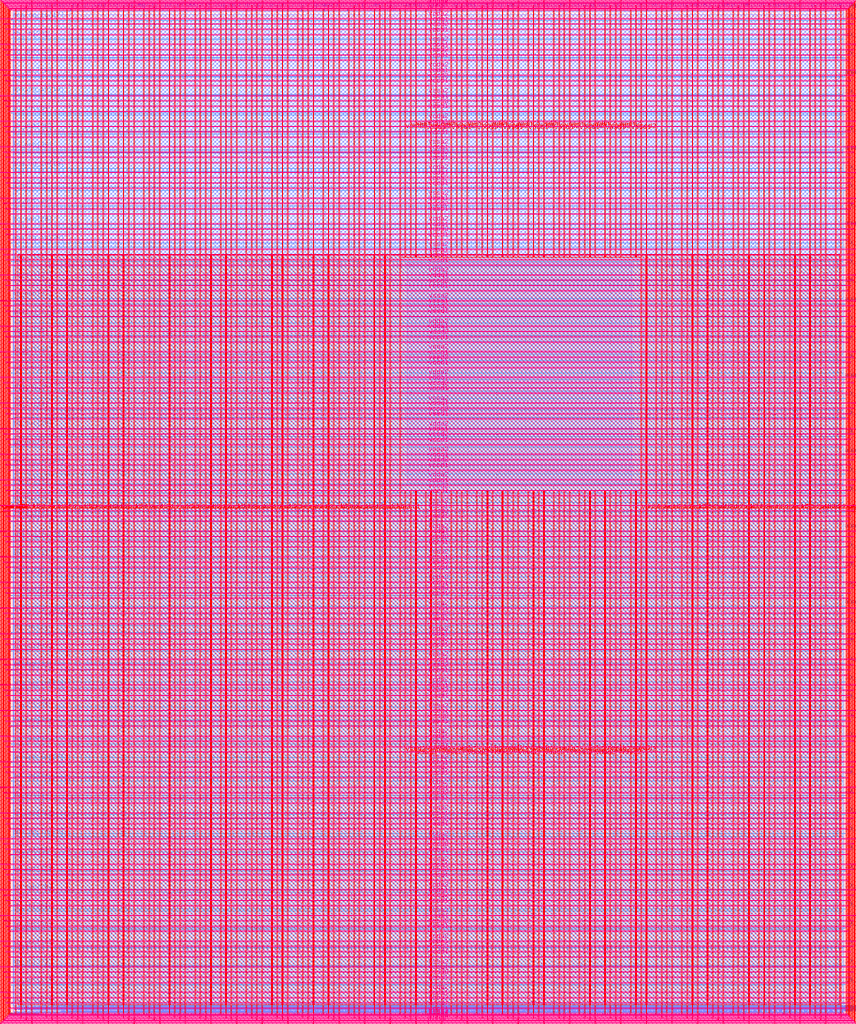
<source format=lef>
VERSION 5.7 ;
  NOWIREEXTENSIONATPIN ON ;
  DIVIDERCHAR "/" ;
  BUSBITCHARS "[]" ;
MACRO user_project_wrapper
  CLASS BLOCK ;
  FOREIGN user_project_wrapper ;
  ORIGIN 0.000 0.000 ;
  SIZE 2920.000 BY 3520.000 ;
  PIN analog_io[0]
    DIRECTION INOUT ;
    USE SIGNAL ;
    PORT
      LAYER met3 ;
        RECT 2917.600 1426.380 2924.800 1427.580 ;
    END
  END analog_io[0]
  PIN analog_io[10]
    DIRECTION INOUT ;
    USE SIGNAL ;
    PORT
      LAYER met2 ;
        RECT 2230.490 3517.600 2231.050 3524.800 ;
    END
  END analog_io[10]
  PIN analog_io[11]
    DIRECTION INOUT ;
    USE SIGNAL ;
    PORT
      LAYER met2 ;
        RECT 1905.730 3517.600 1906.290 3524.800 ;
    END
  END analog_io[11]
  PIN analog_io[12]
    DIRECTION INOUT ;
    USE SIGNAL ;
    PORT
      LAYER met2 ;
        RECT 1581.430 3517.600 1581.990 3524.800 ;
    END
  END analog_io[12]
  PIN analog_io[13]
    DIRECTION INOUT ;
    USE SIGNAL ;
    PORT
      LAYER met2 ;
        RECT 1257.130 3517.600 1257.690 3524.800 ;
    END
  END analog_io[13]
  PIN analog_io[14]
    DIRECTION INOUT ;
    USE SIGNAL ;
    PORT
      LAYER met2 ;
        RECT 932.370 3517.600 932.930 3524.800 ;
    END
  END analog_io[14]
  PIN analog_io[15]
    DIRECTION INOUT ;
    USE SIGNAL ;
    PORT
      LAYER met2 ;
        RECT 608.070 3517.600 608.630 3524.800 ;
    END
  END analog_io[15]
  PIN analog_io[16]
    DIRECTION INOUT ;
    USE SIGNAL ;
    PORT
      LAYER met2 ;
        RECT 283.770 3517.600 284.330 3524.800 ;
    END
  END analog_io[16]
  PIN analog_io[17]
    DIRECTION INOUT ;
    USE SIGNAL ;
    PORT
      LAYER met3 ;
        RECT -4.800 3486.100 2.400 3487.300 ;
    END
  END analog_io[17]
  PIN analog_io[18]
    DIRECTION INOUT ;
    USE SIGNAL ;
    PORT
      LAYER met3 ;
        RECT -4.800 3224.980 2.400 3226.180 ;
    END
  END analog_io[18]
  PIN analog_io[19]
    DIRECTION INOUT ;
    USE SIGNAL ;
    PORT
      LAYER met3 ;
        RECT -4.800 2964.540 2.400 2965.740 ;
    END
  END analog_io[19]
  PIN analog_io[1]
    DIRECTION INOUT ;
    USE SIGNAL ;
    PORT
      LAYER met3 ;
        RECT 2917.600 1692.260 2924.800 1693.460 ;
    END
  END analog_io[1]
  PIN analog_io[20]
    DIRECTION INOUT ;
    USE SIGNAL ;
    PORT
      LAYER met3 ;
        RECT -4.800 2703.420 2.400 2704.620 ;
    END
  END analog_io[20]
  PIN analog_io[21]
    DIRECTION INOUT ;
    USE SIGNAL ;
    PORT
      LAYER met3 ;
        RECT -4.800 2442.980 2.400 2444.180 ;
    END
  END analog_io[21]
  PIN analog_io[22]
    DIRECTION INOUT ;
    USE SIGNAL ;
    PORT
      LAYER met3 ;
        RECT -4.800 2182.540 2.400 2183.740 ;
    END
  END analog_io[22]
  PIN analog_io[23]
    DIRECTION INOUT ;
    USE SIGNAL ;
    PORT
      LAYER met3 ;
        RECT -4.800 1921.420 2.400 1922.620 ;
    END
  END analog_io[23]
  PIN analog_io[24]
    DIRECTION INOUT ;
    USE SIGNAL ;
    PORT
      LAYER met3 ;
        RECT -4.800 1660.980 2.400 1662.180 ;
    END
  END analog_io[24]
  PIN analog_io[25]
    DIRECTION INOUT ;
    USE SIGNAL ;
    PORT
      LAYER met3 ;
        RECT -4.800 1399.860 2.400 1401.060 ;
    END
  END analog_io[25]
  PIN analog_io[26]
    DIRECTION INOUT ;
    USE SIGNAL ;
    PORT
      LAYER met3 ;
        RECT -4.800 1139.420 2.400 1140.620 ;
    END
  END analog_io[26]
  PIN analog_io[27]
    DIRECTION INOUT ;
    USE SIGNAL ;
    PORT
      LAYER met3 ;
        RECT -4.800 878.980 2.400 880.180 ;
    END
  END analog_io[27]
  PIN analog_io[28]
    DIRECTION INOUT ;
    USE SIGNAL ;
    PORT
      LAYER met3 ;
        RECT -4.800 617.860 2.400 619.060 ;
    END
  END analog_io[28]
  PIN analog_io[2]
    DIRECTION INOUT ;
    USE SIGNAL ;
    PORT
      LAYER met3 ;
        RECT 2917.600 1958.140 2924.800 1959.340 ;
    END
  END analog_io[2]
  PIN analog_io[3]
    DIRECTION INOUT ;
    USE SIGNAL ;
    PORT
      LAYER met3 ;
        RECT 2917.600 2223.340 2924.800 2224.540 ;
    END
  END analog_io[3]
  PIN analog_io[4]
    DIRECTION INOUT ;
    USE SIGNAL ;
    PORT
      LAYER met3 ;
        RECT 2917.600 2489.220 2924.800 2490.420 ;
    END
  END analog_io[4]
  PIN analog_io[5]
    DIRECTION INOUT ;
    USE SIGNAL ;
    PORT
      LAYER met3 ;
        RECT 2917.600 2755.100 2924.800 2756.300 ;
    END
  END analog_io[5]
  PIN analog_io[6]
    DIRECTION INOUT ;
    USE SIGNAL ;
    PORT
      LAYER met3 ;
        RECT 2917.600 3020.300 2924.800 3021.500 ;
    END
  END analog_io[6]
  PIN analog_io[7]
    DIRECTION INOUT ;
    USE SIGNAL ;
    PORT
      LAYER met3 ;
        RECT 2917.600 3286.180 2924.800 3287.380 ;
    END
  END analog_io[7]
  PIN analog_io[8]
    DIRECTION INOUT ;
    USE SIGNAL ;
    PORT
      LAYER met2 ;
        RECT 2879.090 3517.600 2879.650 3524.800 ;
    END
  END analog_io[8]
  PIN analog_io[9]
    DIRECTION INOUT ;
    USE SIGNAL ;
    PORT
      LAYER met2 ;
        RECT 2554.790 3517.600 2555.350 3524.800 ;
    END
  END analog_io[9]
  PIN io_in[0]
    DIRECTION INPUT ;
    USE SIGNAL ;
    PORT
      LAYER met3 ;
        RECT 2917.600 32.380 2924.800 33.580 ;
    END
  END io_in[0]
  PIN io_in[10]
    DIRECTION INPUT ;
    USE SIGNAL ;
    PORT
      LAYER met3 ;
        RECT 2917.600 2289.980 2924.800 2291.180 ;
    END
  END io_in[10]
  PIN io_in[11]
    DIRECTION INPUT ;
    USE SIGNAL ;
    PORT
      LAYER met3 ;
        RECT 2917.600 2555.860 2924.800 2557.060 ;
    END
  END io_in[11]
  PIN io_in[12]
    DIRECTION INPUT ;
    USE SIGNAL ;
    PORT
      LAYER met3 ;
        RECT 2917.600 2821.060 2924.800 2822.260 ;
    END
  END io_in[12]
  PIN io_in[13]
    DIRECTION INPUT ;
    USE SIGNAL ;
    PORT
      LAYER met3 ;
        RECT 2917.600 3086.940 2924.800 3088.140 ;
    END
  END io_in[13]
  PIN io_in[14]
    DIRECTION INPUT ;
    USE SIGNAL ;
    PORT
      LAYER met3 ;
        RECT 2917.600 3352.820 2924.800 3354.020 ;
    END
  END io_in[14]
  PIN io_in[15]
    DIRECTION INPUT ;
    USE SIGNAL ;
    PORT
      LAYER met2 ;
        RECT 2798.130 3517.600 2798.690 3524.800 ;
    END
  END io_in[15]
  PIN io_in[16]
    DIRECTION INPUT ;
    USE SIGNAL ;
    PORT
      LAYER met2 ;
        RECT 2473.830 3517.600 2474.390 3524.800 ;
    END
  END io_in[16]
  PIN io_in[17]
    DIRECTION INPUT ;
    USE SIGNAL ;
    PORT
      LAYER met2 ;
        RECT 2149.070 3517.600 2149.630 3524.800 ;
    END
  END io_in[17]
  PIN io_in[18]
    DIRECTION INPUT ;
    USE SIGNAL ;
    PORT
      LAYER met2 ;
        RECT 1824.770 3517.600 1825.330 3524.800 ;
    END
  END io_in[18]
  PIN io_in[19]
    DIRECTION INPUT ;
    USE SIGNAL ;
    PORT
      LAYER met2 ;
        RECT 1500.470 3517.600 1501.030 3524.800 ;
    END
  END io_in[19]
  PIN io_in[1]
    DIRECTION INPUT ;
    USE SIGNAL ;
    PORT
      LAYER met3 ;
        RECT 2917.600 230.940 2924.800 232.140 ;
    END
  END io_in[1]
  PIN io_in[20]
    DIRECTION INPUT ;
    USE SIGNAL ;
    PORT
      LAYER met2 ;
        RECT 1175.710 3517.600 1176.270 3524.800 ;
    END
  END io_in[20]
  PIN io_in[21]
    DIRECTION INPUT ;
    USE SIGNAL ;
    PORT
      LAYER met2 ;
        RECT 851.410 3517.600 851.970 3524.800 ;
    END
  END io_in[21]
  PIN io_in[22]
    DIRECTION INPUT ;
    USE SIGNAL ;
    PORT
      LAYER met2 ;
        RECT 527.110 3517.600 527.670 3524.800 ;
    END
  END io_in[22]
  PIN io_in[23]
    DIRECTION INPUT ;
    USE SIGNAL ;
    PORT
      LAYER met2 ;
        RECT 202.350 3517.600 202.910 3524.800 ;
    END
  END io_in[23]
  PIN io_in[24]
    DIRECTION INPUT ;
    USE SIGNAL ;
    PORT
      LAYER met3 ;
        RECT -4.800 3420.820 2.400 3422.020 ;
    END
  END io_in[24]
  PIN io_in[25]
    DIRECTION INPUT ;
    USE SIGNAL ;
    PORT
      LAYER met3 ;
        RECT -4.800 3159.700 2.400 3160.900 ;
    END
  END io_in[25]
  PIN io_in[26]
    DIRECTION INPUT ;
    USE SIGNAL ;
    PORT
      LAYER met3 ;
        RECT -4.800 2899.260 2.400 2900.460 ;
    END
  END io_in[26]
  PIN io_in[27]
    DIRECTION INPUT ;
    USE SIGNAL ;
    PORT
      LAYER met3 ;
        RECT -4.800 2638.820 2.400 2640.020 ;
    END
  END io_in[27]
  PIN io_in[28]
    DIRECTION INPUT ;
    USE SIGNAL ;
    PORT
      LAYER met3 ;
        RECT -4.800 2377.700 2.400 2378.900 ;
    END
  END io_in[28]
  PIN io_in[29]
    DIRECTION INPUT ;
    USE SIGNAL ;
    PORT
      LAYER met3 ;
        RECT -4.800 2117.260 2.400 2118.460 ;
    END
  END io_in[29]
  PIN io_in[2]
    DIRECTION INPUT ;
    USE SIGNAL ;
    PORT
      LAYER met3 ;
        RECT 2917.600 430.180 2924.800 431.380 ;
    END
  END io_in[2]
  PIN io_in[30]
    DIRECTION INPUT ;
    USE SIGNAL ;
    PORT
      LAYER met3 ;
        RECT -4.800 1856.140 2.400 1857.340 ;
    END
  END io_in[30]
  PIN io_in[31]
    DIRECTION INPUT ;
    USE SIGNAL ;
    PORT
      LAYER met3 ;
        RECT -4.800 1595.700 2.400 1596.900 ;
    END
  END io_in[31]
  PIN io_in[32]
    DIRECTION INPUT ;
    USE SIGNAL ;
    PORT
      LAYER met3 ;
        RECT -4.800 1335.260 2.400 1336.460 ;
    END
  END io_in[32]
  PIN io_in[33]
    DIRECTION INPUT ;
    USE SIGNAL ;
    PORT
      LAYER met3 ;
        RECT -4.800 1074.140 2.400 1075.340 ;
    END
  END io_in[33]
  PIN io_in[34]
    DIRECTION INPUT ;
    USE SIGNAL ;
    PORT
      LAYER met3 ;
        RECT -4.800 813.700 2.400 814.900 ;
    END
  END io_in[34]
  PIN io_in[35]
    DIRECTION INPUT ;
    USE SIGNAL ;
    PORT
      LAYER met3 ;
        RECT -4.800 552.580 2.400 553.780 ;
    END
  END io_in[35]
  PIN io_in[36]
    DIRECTION INPUT ;
    USE SIGNAL ;
    PORT
      LAYER met3 ;
        RECT -4.800 357.420 2.400 358.620 ;
    END
  END io_in[36]
  PIN io_in[37]
    DIRECTION INPUT ;
    USE SIGNAL ;
    PORT
      LAYER met3 ;
        RECT -4.800 161.580 2.400 162.780 ;
    END
  END io_in[37]
  PIN io_in[3]
    DIRECTION INPUT ;
    USE SIGNAL ;
    PORT
      LAYER met3 ;
        RECT 2917.600 629.420 2924.800 630.620 ;
    END
  END io_in[3]
  PIN io_in[4]
    DIRECTION INPUT ;
    USE SIGNAL ;
    PORT
      LAYER met3 ;
        RECT 2917.600 828.660 2924.800 829.860 ;
    END
  END io_in[4]
  PIN io_in[5]
    DIRECTION INPUT ;
    USE SIGNAL ;
    PORT
      LAYER met3 ;
        RECT 2917.600 1027.900 2924.800 1029.100 ;
    END
  END io_in[5]
  PIN io_in[6]
    DIRECTION INPUT ;
    USE SIGNAL ;
    PORT
      LAYER met3 ;
        RECT 2917.600 1227.140 2924.800 1228.340 ;
    END
  END io_in[6]
  PIN io_in[7]
    DIRECTION INPUT ;
    USE SIGNAL ;
    PORT
      LAYER met3 ;
        RECT 2917.600 1493.020 2924.800 1494.220 ;
    END
  END io_in[7]
  PIN io_in[8]
    DIRECTION INPUT ;
    USE SIGNAL ;
    PORT
      LAYER met3 ;
        RECT 2917.600 1758.900 2924.800 1760.100 ;
    END
  END io_in[8]
  PIN io_in[9]
    DIRECTION INPUT ;
    USE SIGNAL ;
    PORT
      LAYER met3 ;
        RECT 2917.600 2024.100 2924.800 2025.300 ;
    END
  END io_in[9]
  PIN io_oeb[0]
    DIRECTION OUTPUT TRISTATE ;
    USE SIGNAL ;
    PORT
      LAYER met3 ;
        RECT 2917.600 164.980 2924.800 166.180 ;
    END
  END io_oeb[0]
  PIN io_oeb[10]
    DIRECTION OUTPUT TRISTATE ;
    USE SIGNAL ;
    PORT
      LAYER met3 ;
        RECT 2917.600 2422.580 2924.800 2423.780 ;
    END
  END io_oeb[10]
  PIN io_oeb[11]
    DIRECTION OUTPUT TRISTATE ;
    USE SIGNAL ;
    PORT
      LAYER met3 ;
        RECT 2917.600 2688.460 2924.800 2689.660 ;
    END
  END io_oeb[11]
  PIN io_oeb[12]
    DIRECTION OUTPUT TRISTATE ;
    USE SIGNAL ;
    PORT
      LAYER met3 ;
        RECT 2917.600 2954.340 2924.800 2955.540 ;
    END
  END io_oeb[12]
  PIN io_oeb[13]
    DIRECTION OUTPUT TRISTATE ;
    USE SIGNAL ;
    PORT
      LAYER met3 ;
        RECT 2917.600 3219.540 2924.800 3220.740 ;
    END
  END io_oeb[13]
  PIN io_oeb[14]
    DIRECTION OUTPUT TRISTATE ;
    USE SIGNAL ;
    PORT
      LAYER met3 ;
        RECT 2917.600 3485.420 2924.800 3486.620 ;
    END
  END io_oeb[14]
  PIN io_oeb[15]
    DIRECTION OUTPUT TRISTATE ;
    USE SIGNAL ;
    PORT
      LAYER met2 ;
        RECT 2635.750 3517.600 2636.310 3524.800 ;
    END
  END io_oeb[15]
  PIN io_oeb[16]
    DIRECTION OUTPUT TRISTATE ;
    USE SIGNAL ;
    PORT
      LAYER met2 ;
        RECT 2311.450 3517.600 2312.010 3524.800 ;
    END
  END io_oeb[16]
  PIN io_oeb[17]
    DIRECTION OUTPUT TRISTATE ;
    USE SIGNAL ;
    PORT
      LAYER met2 ;
        RECT 1987.150 3517.600 1987.710 3524.800 ;
    END
  END io_oeb[17]
  PIN io_oeb[18]
    DIRECTION OUTPUT TRISTATE ;
    USE SIGNAL ;
    PORT
      LAYER met2 ;
        RECT 1662.390 3517.600 1662.950 3524.800 ;
    END
  END io_oeb[18]
  PIN io_oeb[19]
    DIRECTION OUTPUT TRISTATE ;
    USE SIGNAL ;
    PORT
      LAYER met2 ;
        RECT 1338.090 3517.600 1338.650 3524.800 ;
    END
  END io_oeb[19]
  PIN io_oeb[1]
    DIRECTION OUTPUT TRISTATE ;
    USE SIGNAL ;
    PORT
      LAYER met3 ;
        RECT 2917.600 364.220 2924.800 365.420 ;
    END
  END io_oeb[1]
  PIN io_oeb[20]
    DIRECTION OUTPUT TRISTATE ;
    USE SIGNAL ;
    PORT
      LAYER met2 ;
        RECT 1013.790 3517.600 1014.350 3524.800 ;
    END
  END io_oeb[20]
  PIN io_oeb[21]
    DIRECTION OUTPUT TRISTATE ;
    USE SIGNAL ;
    PORT
      LAYER met2 ;
        RECT 689.030 3517.600 689.590 3524.800 ;
    END
  END io_oeb[21]
  PIN io_oeb[22]
    DIRECTION OUTPUT TRISTATE ;
    USE SIGNAL ;
    PORT
      LAYER met2 ;
        RECT 364.730 3517.600 365.290 3524.800 ;
    END
  END io_oeb[22]
  PIN io_oeb[23]
    DIRECTION OUTPUT TRISTATE ;
    USE SIGNAL ;
    PORT
      LAYER met2 ;
        RECT 40.430 3517.600 40.990 3524.800 ;
    END
  END io_oeb[23]
  PIN io_oeb[24]
    DIRECTION OUTPUT TRISTATE ;
    USE SIGNAL ;
    PORT
      LAYER met3 ;
        RECT -4.800 3290.260 2.400 3291.460 ;
    END
  END io_oeb[24]
  PIN io_oeb[25]
    DIRECTION OUTPUT TRISTATE ;
    USE SIGNAL ;
    PORT
      LAYER met3 ;
        RECT -4.800 3029.820 2.400 3031.020 ;
    END
  END io_oeb[25]
  PIN io_oeb[26]
    DIRECTION OUTPUT TRISTATE ;
    USE SIGNAL ;
    PORT
      LAYER met3 ;
        RECT -4.800 2768.700 2.400 2769.900 ;
    END
  END io_oeb[26]
  PIN io_oeb[27]
    DIRECTION OUTPUT TRISTATE ;
    USE SIGNAL ;
    PORT
      LAYER met3 ;
        RECT -4.800 2508.260 2.400 2509.460 ;
    END
  END io_oeb[27]
  PIN io_oeb[28]
    DIRECTION OUTPUT TRISTATE ;
    USE SIGNAL ;
    PORT
      LAYER met3 ;
        RECT -4.800 2247.140 2.400 2248.340 ;
    END
  END io_oeb[28]
  PIN io_oeb[29]
    DIRECTION OUTPUT TRISTATE ;
    USE SIGNAL ;
    PORT
      LAYER met3 ;
        RECT -4.800 1986.700 2.400 1987.900 ;
    END
  END io_oeb[29]
  PIN io_oeb[2]
    DIRECTION OUTPUT TRISTATE ;
    USE SIGNAL ;
    PORT
      LAYER met3 ;
        RECT 2917.600 563.460 2924.800 564.660 ;
    END
  END io_oeb[2]
  PIN io_oeb[30]
    DIRECTION OUTPUT TRISTATE ;
    USE SIGNAL ;
    PORT
      LAYER met3 ;
        RECT -4.800 1726.260 2.400 1727.460 ;
    END
  END io_oeb[30]
  PIN io_oeb[31]
    DIRECTION OUTPUT TRISTATE ;
    USE SIGNAL ;
    PORT
      LAYER met3 ;
        RECT -4.800 1465.140 2.400 1466.340 ;
    END
  END io_oeb[31]
  PIN io_oeb[32]
    DIRECTION OUTPUT TRISTATE ;
    USE SIGNAL ;
    PORT
      LAYER met3 ;
        RECT -4.800 1204.700 2.400 1205.900 ;
    END
  END io_oeb[32]
  PIN io_oeb[33]
    DIRECTION OUTPUT TRISTATE ;
    USE SIGNAL ;
    PORT
      LAYER met3 ;
        RECT -4.800 943.580 2.400 944.780 ;
    END
  END io_oeb[33]
  PIN io_oeb[34]
    DIRECTION OUTPUT TRISTATE ;
    USE SIGNAL ;
    PORT
      LAYER met3 ;
        RECT -4.800 683.140 2.400 684.340 ;
    END
  END io_oeb[34]
  PIN io_oeb[35]
    DIRECTION OUTPUT TRISTATE ;
    USE SIGNAL ;
    PORT
      LAYER met3 ;
        RECT -4.800 422.700 2.400 423.900 ;
    END
  END io_oeb[35]
  PIN io_oeb[36]
    DIRECTION OUTPUT TRISTATE ;
    USE SIGNAL ;
    PORT
      LAYER met3 ;
        RECT -4.800 226.860 2.400 228.060 ;
    END
  END io_oeb[36]
  PIN io_oeb[37]
    DIRECTION OUTPUT TRISTATE ;
    USE SIGNAL ;
    PORT
      LAYER met3 ;
        RECT -4.800 31.700 2.400 32.900 ;
    END
  END io_oeb[37]
  PIN io_oeb[3]
    DIRECTION OUTPUT TRISTATE ;
    USE SIGNAL ;
    PORT
      LAYER met3 ;
        RECT 2917.600 762.700 2924.800 763.900 ;
    END
  END io_oeb[3]
  PIN io_oeb[4]
    DIRECTION OUTPUT TRISTATE ;
    USE SIGNAL ;
    PORT
      LAYER met3 ;
        RECT 2917.600 961.940 2924.800 963.140 ;
    END
  END io_oeb[4]
  PIN io_oeb[5]
    DIRECTION OUTPUT TRISTATE ;
    USE SIGNAL ;
    PORT
      LAYER met3 ;
        RECT 2917.600 1161.180 2924.800 1162.380 ;
    END
  END io_oeb[5]
  PIN io_oeb[6]
    DIRECTION OUTPUT TRISTATE ;
    USE SIGNAL ;
    PORT
      LAYER met3 ;
        RECT 2917.600 1360.420 2924.800 1361.620 ;
    END
  END io_oeb[6]
  PIN io_oeb[7]
    DIRECTION OUTPUT TRISTATE ;
    USE SIGNAL ;
    PORT
      LAYER met3 ;
        RECT 2917.600 1625.620 2924.800 1626.820 ;
    END
  END io_oeb[7]
  PIN io_oeb[8]
    DIRECTION OUTPUT TRISTATE ;
    USE SIGNAL ;
    PORT
      LAYER met3 ;
        RECT 2917.600 1891.500 2924.800 1892.700 ;
    END
  END io_oeb[8]
  PIN io_oeb[9]
    DIRECTION OUTPUT TRISTATE ;
    USE SIGNAL ;
    PORT
      LAYER met3 ;
        RECT 2917.600 2157.380 2924.800 2158.580 ;
    END
  END io_oeb[9]
  PIN io_out[0]
    DIRECTION OUTPUT TRISTATE ;
    USE SIGNAL ;
    PORT
      LAYER met3 ;
        RECT 2917.600 98.340 2924.800 99.540 ;
    END
  END io_out[0]
  PIN io_out[10]
    DIRECTION OUTPUT TRISTATE ;
    USE SIGNAL ;
    PORT
      LAYER met3 ;
        RECT 2917.600 2356.620 2924.800 2357.820 ;
    END
  END io_out[10]
  PIN io_out[11]
    DIRECTION OUTPUT TRISTATE ;
    USE SIGNAL ;
    PORT
      LAYER met3 ;
        RECT 2917.600 2621.820 2924.800 2623.020 ;
    END
  END io_out[11]
  PIN io_out[12]
    DIRECTION OUTPUT TRISTATE ;
    USE SIGNAL ;
    PORT
      LAYER met3 ;
        RECT 2917.600 2887.700 2924.800 2888.900 ;
    END
  END io_out[12]
  PIN io_out[13]
    DIRECTION OUTPUT TRISTATE ;
    USE SIGNAL ;
    PORT
      LAYER met3 ;
        RECT 2917.600 3153.580 2924.800 3154.780 ;
    END
  END io_out[13]
  PIN io_out[14]
    DIRECTION OUTPUT TRISTATE ;
    USE SIGNAL ;
    PORT
      LAYER met3 ;
        RECT 2917.600 3418.780 2924.800 3419.980 ;
    END
  END io_out[14]
  PIN io_out[15]
    DIRECTION OUTPUT TRISTATE ;
    USE SIGNAL ;
    PORT
      LAYER met2 ;
        RECT 2717.170 3517.600 2717.730 3524.800 ;
    END
  END io_out[15]
  PIN io_out[16]
    DIRECTION OUTPUT TRISTATE ;
    USE SIGNAL ;
    PORT
      LAYER met2 ;
        RECT 2392.410 3517.600 2392.970 3524.800 ;
    END
  END io_out[16]
  PIN io_out[17]
    DIRECTION OUTPUT TRISTATE ;
    USE SIGNAL ;
    PORT
      LAYER met2 ;
        RECT 2068.110 3517.600 2068.670 3524.800 ;
    END
  END io_out[17]
  PIN io_out[18]
    DIRECTION OUTPUT TRISTATE ;
    USE SIGNAL ;
    PORT
      LAYER met2 ;
        RECT 1743.810 3517.600 1744.370 3524.800 ;
    END
  END io_out[18]
  PIN io_out[19]
    DIRECTION OUTPUT TRISTATE ;
    USE SIGNAL ;
    PORT
      LAYER met2 ;
        RECT 1419.050 3517.600 1419.610 3524.800 ;
    END
  END io_out[19]
  PIN io_out[1]
    DIRECTION OUTPUT TRISTATE ;
    USE SIGNAL ;
    PORT
      LAYER met3 ;
        RECT 2917.600 297.580 2924.800 298.780 ;
    END
  END io_out[1]
  PIN io_out[20]
    DIRECTION OUTPUT TRISTATE ;
    USE SIGNAL ;
    PORT
      LAYER met2 ;
        RECT 1094.750 3517.600 1095.310 3524.800 ;
    END
  END io_out[20]
  PIN io_out[21]
    DIRECTION OUTPUT TRISTATE ;
    USE SIGNAL ;
    PORT
      LAYER met2 ;
        RECT 770.450 3517.600 771.010 3524.800 ;
    END
  END io_out[21]
  PIN io_out[22]
    DIRECTION OUTPUT TRISTATE ;
    USE SIGNAL ;
    PORT
      LAYER met2 ;
        RECT 445.690 3517.600 446.250 3524.800 ;
    END
  END io_out[22]
  PIN io_out[23]
    DIRECTION OUTPUT TRISTATE ;
    USE SIGNAL ;
    PORT
      LAYER met2 ;
        RECT 121.390 3517.600 121.950 3524.800 ;
    END
  END io_out[23]
  PIN io_out[24]
    DIRECTION OUTPUT TRISTATE ;
    USE SIGNAL ;
    PORT
      LAYER met3 ;
        RECT -4.800 3355.540 2.400 3356.740 ;
    END
  END io_out[24]
  PIN io_out[25]
    DIRECTION OUTPUT TRISTATE ;
    USE SIGNAL ;
    PORT
      LAYER met3 ;
        RECT -4.800 3095.100 2.400 3096.300 ;
    END
  END io_out[25]
  PIN io_out[26]
    DIRECTION OUTPUT TRISTATE ;
    USE SIGNAL ;
    PORT
      LAYER met3 ;
        RECT -4.800 2833.980 2.400 2835.180 ;
    END
  END io_out[26]
  PIN io_out[27]
    DIRECTION OUTPUT TRISTATE ;
    USE SIGNAL ;
    PORT
      LAYER met3 ;
        RECT -4.800 2573.540 2.400 2574.740 ;
    END
  END io_out[27]
  PIN io_out[28]
    DIRECTION OUTPUT TRISTATE ;
    USE SIGNAL ;
    PORT
      LAYER met3 ;
        RECT -4.800 2312.420 2.400 2313.620 ;
    END
  END io_out[28]
  PIN io_out[29]
    DIRECTION OUTPUT TRISTATE ;
    USE SIGNAL ;
    PORT
      LAYER met3 ;
        RECT -4.800 2051.980 2.400 2053.180 ;
    END
  END io_out[29]
  PIN io_out[2]
    DIRECTION OUTPUT TRISTATE ;
    USE SIGNAL ;
    PORT
      LAYER met3 ;
        RECT 2917.600 496.820 2924.800 498.020 ;
    END
  END io_out[2]
  PIN io_out[30]
    DIRECTION OUTPUT TRISTATE ;
    USE SIGNAL ;
    PORT
      LAYER met3 ;
        RECT -4.800 1791.540 2.400 1792.740 ;
    END
  END io_out[30]
  PIN io_out[31]
    DIRECTION OUTPUT TRISTATE ;
    USE SIGNAL ;
    PORT
      LAYER met3 ;
        RECT -4.800 1530.420 2.400 1531.620 ;
    END
  END io_out[31]
  PIN io_out[32]
    DIRECTION OUTPUT TRISTATE ;
    USE SIGNAL ;
    PORT
      LAYER met3 ;
        RECT -4.800 1269.980 2.400 1271.180 ;
    END
  END io_out[32]
  PIN io_out[33]
    DIRECTION OUTPUT TRISTATE ;
    USE SIGNAL ;
    PORT
      LAYER met3 ;
        RECT -4.800 1008.860 2.400 1010.060 ;
    END
  END io_out[33]
  PIN io_out[34]
    DIRECTION OUTPUT TRISTATE ;
    USE SIGNAL ;
    PORT
      LAYER met3 ;
        RECT -4.800 748.420 2.400 749.620 ;
    END
  END io_out[34]
  PIN io_out[35]
    DIRECTION OUTPUT TRISTATE ;
    USE SIGNAL ;
    PORT
      LAYER met3 ;
        RECT -4.800 487.300 2.400 488.500 ;
    END
  END io_out[35]
  PIN io_out[36]
    DIRECTION OUTPUT TRISTATE ;
    USE SIGNAL ;
    PORT
      LAYER met3 ;
        RECT -4.800 292.140 2.400 293.340 ;
    END
  END io_out[36]
  PIN io_out[37]
    DIRECTION OUTPUT TRISTATE ;
    USE SIGNAL ;
    PORT
      LAYER met3 ;
        RECT -4.800 96.300 2.400 97.500 ;
    END
  END io_out[37]
  PIN io_out[3]
    DIRECTION OUTPUT TRISTATE ;
    USE SIGNAL ;
    PORT
      LAYER met3 ;
        RECT 2917.600 696.060 2924.800 697.260 ;
    END
  END io_out[3]
  PIN io_out[4]
    DIRECTION OUTPUT TRISTATE ;
    USE SIGNAL ;
    PORT
      LAYER met3 ;
        RECT 2917.600 895.300 2924.800 896.500 ;
    END
  END io_out[4]
  PIN io_out[5]
    DIRECTION OUTPUT TRISTATE ;
    USE SIGNAL ;
    PORT
      LAYER met3 ;
        RECT 2917.600 1094.540 2924.800 1095.740 ;
    END
  END io_out[5]
  PIN io_out[6]
    DIRECTION OUTPUT TRISTATE ;
    USE SIGNAL ;
    PORT
      LAYER met3 ;
        RECT 2917.600 1293.780 2924.800 1294.980 ;
    END
  END io_out[6]
  PIN io_out[7]
    DIRECTION OUTPUT TRISTATE ;
    USE SIGNAL ;
    PORT
      LAYER met3 ;
        RECT 2917.600 1559.660 2924.800 1560.860 ;
    END
  END io_out[7]
  PIN io_out[8]
    DIRECTION OUTPUT TRISTATE ;
    USE SIGNAL ;
    PORT
      LAYER met3 ;
        RECT 2917.600 1824.860 2924.800 1826.060 ;
    END
  END io_out[8]
  PIN io_out[9]
    DIRECTION OUTPUT TRISTATE ;
    USE SIGNAL ;
    PORT
      LAYER met3 ;
        RECT 2917.600 2090.740 2924.800 2091.940 ;
    END
  END io_out[9]
  PIN la_data_in[0]
    DIRECTION INPUT ;
    USE SIGNAL ;
    PORT
      LAYER met2 ;
        RECT 629.230 -4.800 629.790 2.400 ;
    END
  END la_data_in[0]
  PIN la_data_in[100]
    DIRECTION INPUT ;
    USE SIGNAL ;
    PORT
      LAYER met2 ;
        RECT 2402.530 -4.800 2403.090 2.400 ;
    END
  END la_data_in[100]
  PIN la_data_in[101]
    DIRECTION INPUT ;
    USE SIGNAL ;
    PORT
      LAYER met2 ;
        RECT 2420.010 -4.800 2420.570 2.400 ;
    END
  END la_data_in[101]
  PIN la_data_in[102]
    DIRECTION INPUT ;
    USE SIGNAL ;
    PORT
      LAYER met2 ;
        RECT 2437.950 -4.800 2438.510 2.400 ;
    END
  END la_data_in[102]
  PIN la_data_in[103]
    DIRECTION INPUT ;
    USE SIGNAL ;
    PORT
      LAYER met2 ;
        RECT 2455.430 -4.800 2455.990 2.400 ;
    END
  END la_data_in[103]
  PIN la_data_in[104]
    DIRECTION INPUT ;
    USE SIGNAL ;
    PORT
      LAYER met2 ;
        RECT 2473.370 -4.800 2473.930 2.400 ;
    END
  END la_data_in[104]
  PIN la_data_in[105]
    DIRECTION INPUT ;
    USE SIGNAL ;
    PORT
      LAYER met2 ;
        RECT 2490.850 -4.800 2491.410 2.400 ;
    END
  END la_data_in[105]
  PIN la_data_in[106]
    DIRECTION INPUT ;
    USE SIGNAL ;
    PORT
      LAYER met2 ;
        RECT 2508.790 -4.800 2509.350 2.400 ;
    END
  END la_data_in[106]
  PIN la_data_in[107]
    DIRECTION INPUT ;
    USE SIGNAL ;
    PORT
      LAYER met2 ;
        RECT 2526.730 -4.800 2527.290 2.400 ;
    END
  END la_data_in[107]
  PIN la_data_in[108]
    DIRECTION INPUT ;
    USE SIGNAL ;
    PORT
      LAYER met2 ;
        RECT 2544.210 -4.800 2544.770 2.400 ;
    END
  END la_data_in[108]
  PIN la_data_in[109]
    DIRECTION INPUT ;
    USE SIGNAL ;
    PORT
      LAYER met2 ;
        RECT 2562.150 -4.800 2562.710 2.400 ;
    END
  END la_data_in[109]
  PIN la_data_in[10]
    DIRECTION INPUT ;
    USE SIGNAL ;
    PORT
      LAYER met2 ;
        RECT 806.330 -4.800 806.890 2.400 ;
    END
  END la_data_in[10]
  PIN la_data_in[110]
    DIRECTION INPUT ;
    USE SIGNAL ;
    PORT
      LAYER met2 ;
        RECT 2579.630 -4.800 2580.190 2.400 ;
    END
  END la_data_in[110]
  PIN la_data_in[111]
    DIRECTION INPUT ;
    USE SIGNAL ;
    PORT
      LAYER met2 ;
        RECT 2597.570 -4.800 2598.130 2.400 ;
    END
  END la_data_in[111]
  PIN la_data_in[112]
    DIRECTION INPUT ;
    USE SIGNAL ;
    PORT
      LAYER met2 ;
        RECT 2615.050 -4.800 2615.610 2.400 ;
    END
  END la_data_in[112]
  PIN la_data_in[113]
    DIRECTION INPUT ;
    USE SIGNAL ;
    PORT
      LAYER met2 ;
        RECT 2632.990 -4.800 2633.550 2.400 ;
    END
  END la_data_in[113]
  PIN la_data_in[114]
    DIRECTION INPUT ;
    USE SIGNAL ;
    PORT
      LAYER met2 ;
        RECT 2650.470 -4.800 2651.030 2.400 ;
    END
  END la_data_in[114]
  PIN la_data_in[115]
    DIRECTION INPUT ;
    USE SIGNAL ;
    PORT
      LAYER met2 ;
        RECT 2668.410 -4.800 2668.970 2.400 ;
    END
  END la_data_in[115]
  PIN la_data_in[116]
    DIRECTION INPUT ;
    USE SIGNAL ;
    PORT
      LAYER met2 ;
        RECT 2685.890 -4.800 2686.450 2.400 ;
    END
  END la_data_in[116]
  PIN la_data_in[117]
    DIRECTION INPUT ;
    USE SIGNAL ;
    PORT
      LAYER met2 ;
        RECT 2703.830 -4.800 2704.390 2.400 ;
    END
  END la_data_in[117]
  PIN la_data_in[118]
    DIRECTION INPUT ;
    USE SIGNAL ;
    PORT
      LAYER met2 ;
        RECT 2721.770 -4.800 2722.330 2.400 ;
    END
  END la_data_in[118]
  PIN la_data_in[119]
    DIRECTION INPUT ;
    USE SIGNAL ;
    PORT
      LAYER met2 ;
        RECT 2739.250 -4.800 2739.810 2.400 ;
    END
  END la_data_in[119]
  PIN la_data_in[11]
    DIRECTION INPUT ;
    USE SIGNAL ;
    PORT
      LAYER met2 ;
        RECT 824.270 -4.800 824.830 2.400 ;
    END
  END la_data_in[11]
  PIN la_data_in[120]
    DIRECTION INPUT ;
    USE SIGNAL ;
    PORT
      LAYER met2 ;
        RECT 2757.190 -4.800 2757.750 2.400 ;
    END
  END la_data_in[120]
  PIN la_data_in[121]
    DIRECTION INPUT ;
    USE SIGNAL ;
    PORT
      LAYER met2 ;
        RECT 2774.670 -4.800 2775.230 2.400 ;
    END
  END la_data_in[121]
  PIN la_data_in[122]
    DIRECTION INPUT ;
    USE SIGNAL ;
    PORT
      LAYER met2 ;
        RECT 2792.610 -4.800 2793.170 2.400 ;
    END
  END la_data_in[122]
  PIN la_data_in[123]
    DIRECTION INPUT ;
    USE SIGNAL ;
    PORT
      LAYER met2 ;
        RECT 2810.090 -4.800 2810.650 2.400 ;
    END
  END la_data_in[123]
  PIN la_data_in[124]
    DIRECTION INPUT ;
    USE SIGNAL ;
    PORT
      LAYER met2 ;
        RECT 2828.030 -4.800 2828.590 2.400 ;
    END
  END la_data_in[124]
  PIN la_data_in[125]
    DIRECTION INPUT ;
    USE SIGNAL ;
    PORT
      LAYER met2 ;
        RECT 2845.510 -4.800 2846.070 2.400 ;
    END
  END la_data_in[125]
  PIN la_data_in[126]
    DIRECTION INPUT ;
    USE SIGNAL ;
    PORT
      LAYER met2 ;
        RECT 2863.450 -4.800 2864.010 2.400 ;
    END
  END la_data_in[126]
  PIN la_data_in[127]
    DIRECTION INPUT ;
    USE SIGNAL ;
    PORT
      LAYER met2 ;
        RECT 2881.390 -4.800 2881.950 2.400 ;
    END
  END la_data_in[127]
  PIN la_data_in[12]
    DIRECTION INPUT ;
    USE SIGNAL ;
    PORT
      LAYER met2 ;
        RECT 841.750 -4.800 842.310 2.400 ;
    END
  END la_data_in[12]
  PIN la_data_in[13]
    DIRECTION INPUT ;
    USE SIGNAL ;
    PORT
      LAYER met2 ;
        RECT 859.690 -4.800 860.250 2.400 ;
    END
  END la_data_in[13]
  PIN la_data_in[14]
    DIRECTION INPUT ;
    USE SIGNAL ;
    PORT
      LAYER met2 ;
        RECT 877.170 -4.800 877.730 2.400 ;
    END
  END la_data_in[14]
  PIN la_data_in[15]
    DIRECTION INPUT ;
    USE SIGNAL ;
    PORT
      LAYER met2 ;
        RECT 895.110 -4.800 895.670 2.400 ;
    END
  END la_data_in[15]
  PIN la_data_in[16]
    DIRECTION INPUT ;
    USE SIGNAL ;
    PORT
      LAYER met2 ;
        RECT 912.590 -4.800 913.150 2.400 ;
    END
  END la_data_in[16]
  PIN la_data_in[17]
    DIRECTION INPUT ;
    USE SIGNAL ;
    PORT
      LAYER met2 ;
        RECT 930.530 -4.800 931.090 2.400 ;
    END
  END la_data_in[17]
  PIN la_data_in[18]
    DIRECTION INPUT ;
    USE SIGNAL ;
    PORT
      LAYER met2 ;
        RECT 948.470 -4.800 949.030 2.400 ;
    END
  END la_data_in[18]
  PIN la_data_in[19]
    DIRECTION INPUT ;
    USE SIGNAL ;
    PORT
      LAYER met2 ;
        RECT 965.950 -4.800 966.510 2.400 ;
    END
  END la_data_in[19]
  PIN la_data_in[1]
    DIRECTION INPUT ;
    USE SIGNAL ;
    PORT
      LAYER met2 ;
        RECT 646.710 -4.800 647.270 2.400 ;
    END
  END la_data_in[1]
  PIN la_data_in[20]
    DIRECTION INPUT ;
    USE SIGNAL ;
    PORT
      LAYER met2 ;
        RECT 983.890 -4.800 984.450 2.400 ;
    END
  END la_data_in[20]
  PIN la_data_in[21]
    DIRECTION INPUT ;
    USE SIGNAL ;
    PORT
      LAYER met2 ;
        RECT 1001.370 -4.800 1001.930 2.400 ;
    END
  END la_data_in[21]
  PIN la_data_in[22]
    DIRECTION INPUT ;
    USE SIGNAL ;
    PORT
      LAYER met2 ;
        RECT 1019.310 -4.800 1019.870 2.400 ;
    END
  END la_data_in[22]
  PIN la_data_in[23]
    DIRECTION INPUT ;
    USE SIGNAL ;
    PORT
      LAYER met2 ;
        RECT 1036.790 -4.800 1037.350 2.400 ;
    END
  END la_data_in[23]
  PIN la_data_in[24]
    DIRECTION INPUT ;
    USE SIGNAL ;
    PORT
      LAYER met2 ;
        RECT 1054.730 -4.800 1055.290 2.400 ;
    END
  END la_data_in[24]
  PIN la_data_in[25]
    DIRECTION INPUT ;
    USE SIGNAL ;
    PORT
      LAYER met2 ;
        RECT 1072.210 -4.800 1072.770 2.400 ;
    END
  END la_data_in[25]
  PIN la_data_in[26]
    DIRECTION INPUT ;
    USE SIGNAL ;
    PORT
      LAYER met2 ;
        RECT 1090.150 -4.800 1090.710 2.400 ;
    END
  END la_data_in[26]
  PIN la_data_in[27]
    DIRECTION INPUT ;
    USE SIGNAL ;
    PORT
      LAYER met2 ;
        RECT 1107.630 -4.800 1108.190 2.400 ;
    END
  END la_data_in[27]
  PIN la_data_in[28]
    DIRECTION INPUT ;
    USE SIGNAL ;
    PORT
      LAYER met2 ;
        RECT 1125.570 -4.800 1126.130 2.400 ;
    END
  END la_data_in[28]
  PIN la_data_in[29]
    DIRECTION INPUT ;
    USE SIGNAL ;
    PORT
      LAYER met2 ;
        RECT 1143.510 -4.800 1144.070 2.400 ;
    END
  END la_data_in[29]
  PIN la_data_in[2]
    DIRECTION INPUT ;
    USE SIGNAL ;
    PORT
      LAYER met2 ;
        RECT 664.650 -4.800 665.210 2.400 ;
    END
  END la_data_in[2]
  PIN la_data_in[30]
    DIRECTION INPUT ;
    USE SIGNAL ;
    PORT
      LAYER met2 ;
        RECT 1160.990 -4.800 1161.550 2.400 ;
    END
  END la_data_in[30]
  PIN la_data_in[31]
    DIRECTION INPUT ;
    USE SIGNAL ;
    PORT
      LAYER met2 ;
        RECT 1178.930 -4.800 1179.490 2.400 ;
    END
  END la_data_in[31]
  PIN la_data_in[32]
    DIRECTION INPUT ;
    USE SIGNAL ;
    PORT
      LAYER met2 ;
        RECT 1196.410 -4.800 1196.970 2.400 ;
    END
  END la_data_in[32]
  PIN la_data_in[33]
    DIRECTION INPUT ;
    USE SIGNAL ;
    PORT
      LAYER met2 ;
        RECT 1214.350 -4.800 1214.910 2.400 ;
    END
  END la_data_in[33]
  PIN la_data_in[34]
    DIRECTION INPUT ;
    USE SIGNAL ;
    PORT
      LAYER met2 ;
        RECT 1231.830 -4.800 1232.390 2.400 ;
    END
  END la_data_in[34]
  PIN la_data_in[35]
    DIRECTION INPUT ;
    USE SIGNAL ;
    PORT
      LAYER met2 ;
        RECT 1249.770 -4.800 1250.330 2.400 ;
    END
  END la_data_in[35]
  PIN la_data_in[36]
    DIRECTION INPUT ;
    USE SIGNAL ;
    PORT
      LAYER met2 ;
        RECT 1267.250 -4.800 1267.810 2.400 ;
    END
  END la_data_in[36]
  PIN la_data_in[37]
    DIRECTION INPUT ;
    USE SIGNAL ;
    PORT
      LAYER met2 ;
        RECT 1285.190 -4.800 1285.750 2.400 ;
    END
  END la_data_in[37]
  PIN la_data_in[38]
    DIRECTION INPUT ;
    USE SIGNAL ;
    PORT
      LAYER met2 ;
        RECT 1303.130 -4.800 1303.690 2.400 ;
    END
  END la_data_in[38]
  PIN la_data_in[39]
    DIRECTION INPUT ;
    USE SIGNAL ;
    PORT
      LAYER met2 ;
        RECT 1320.610 -4.800 1321.170 2.400 ;
    END
  END la_data_in[39]
  PIN la_data_in[3]
    DIRECTION INPUT ;
    USE SIGNAL ;
    PORT
      LAYER met2 ;
        RECT 682.130 -4.800 682.690 2.400 ;
    END
  END la_data_in[3]
  PIN la_data_in[40]
    DIRECTION INPUT ;
    USE SIGNAL ;
    PORT
      LAYER met2 ;
        RECT 1338.550 -4.800 1339.110 2.400 ;
    END
  END la_data_in[40]
  PIN la_data_in[41]
    DIRECTION INPUT ;
    USE SIGNAL ;
    PORT
      LAYER met2 ;
        RECT 1356.030 -4.800 1356.590 2.400 ;
    END
  END la_data_in[41]
  PIN la_data_in[42]
    DIRECTION INPUT ;
    USE SIGNAL ;
    PORT
      LAYER met2 ;
        RECT 1373.970 -4.800 1374.530 2.400 ;
    END
  END la_data_in[42]
  PIN la_data_in[43]
    DIRECTION INPUT ;
    USE SIGNAL ;
    PORT
      LAYER met2 ;
        RECT 1391.450 -4.800 1392.010 2.400 ;
    END
  END la_data_in[43]
  PIN la_data_in[44]
    DIRECTION INPUT ;
    USE SIGNAL ;
    PORT
      LAYER met2 ;
        RECT 1409.390 -4.800 1409.950 2.400 ;
    END
  END la_data_in[44]
  PIN la_data_in[45]
    DIRECTION INPUT ;
    USE SIGNAL ;
    PORT
      LAYER met2 ;
        RECT 1426.870 -4.800 1427.430 2.400 ;
    END
  END la_data_in[45]
  PIN la_data_in[46]
    DIRECTION INPUT ;
    USE SIGNAL ;
    PORT
      LAYER met2 ;
        RECT 1444.810 -4.800 1445.370 2.400 ;
    END
  END la_data_in[46]
  PIN la_data_in[47]
    DIRECTION INPUT ;
    USE SIGNAL ;
    PORT
      LAYER met2 ;
        RECT 1462.750 -4.800 1463.310 2.400 ;
    END
  END la_data_in[47]
  PIN la_data_in[48]
    DIRECTION INPUT ;
    USE SIGNAL ;
    PORT
      LAYER met2 ;
        RECT 1480.230 -4.800 1480.790 2.400 ;
    END
  END la_data_in[48]
  PIN la_data_in[49]
    DIRECTION INPUT ;
    USE SIGNAL ;
    PORT
      LAYER met2 ;
        RECT 1498.170 -4.800 1498.730 2.400 ;
    END
  END la_data_in[49]
  PIN la_data_in[4]
    DIRECTION INPUT ;
    USE SIGNAL ;
    PORT
      LAYER met2 ;
        RECT 700.070 -4.800 700.630 2.400 ;
    END
  END la_data_in[4]
  PIN la_data_in[50]
    DIRECTION INPUT ;
    USE SIGNAL ;
    PORT
      LAYER met2 ;
        RECT 1515.650 -4.800 1516.210 2.400 ;
    END
  END la_data_in[50]
  PIN la_data_in[51]
    DIRECTION INPUT ;
    USE SIGNAL ;
    PORT
      LAYER met2 ;
        RECT 1533.590 -4.800 1534.150 2.400 ;
    END
  END la_data_in[51]
  PIN la_data_in[52]
    DIRECTION INPUT ;
    USE SIGNAL ;
    PORT
      LAYER met2 ;
        RECT 1551.070 -4.800 1551.630 2.400 ;
    END
  END la_data_in[52]
  PIN la_data_in[53]
    DIRECTION INPUT ;
    USE SIGNAL ;
    PORT
      LAYER met2 ;
        RECT 1569.010 -4.800 1569.570 2.400 ;
    END
  END la_data_in[53]
  PIN la_data_in[54]
    DIRECTION INPUT ;
    USE SIGNAL ;
    PORT
      LAYER met2 ;
        RECT 1586.490 -4.800 1587.050 2.400 ;
    END
  END la_data_in[54]
  PIN la_data_in[55]
    DIRECTION INPUT ;
    USE SIGNAL ;
    PORT
      LAYER met2 ;
        RECT 1604.430 -4.800 1604.990 2.400 ;
    END
  END la_data_in[55]
  PIN la_data_in[56]
    DIRECTION INPUT ;
    USE SIGNAL ;
    PORT
      LAYER met2 ;
        RECT 1621.910 -4.800 1622.470 2.400 ;
    END
  END la_data_in[56]
  PIN la_data_in[57]
    DIRECTION INPUT ;
    USE SIGNAL ;
    PORT
      LAYER met2 ;
        RECT 1639.850 -4.800 1640.410 2.400 ;
    END
  END la_data_in[57]
  PIN la_data_in[58]
    DIRECTION INPUT ;
    USE SIGNAL ;
    PORT
      LAYER met2 ;
        RECT 1657.790 -4.800 1658.350 2.400 ;
    END
  END la_data_in[58]
  PIN la_data_in[59]
    DIRECTION INPUT ;
    USE SIGNAL ;
    PORT
      LAYER met2 ;
        RECT 1675.270 -4.800 1675.830 2.400 ;
    END
  END la_data_in[59]
  PIN la_data_in[5]
    DIRECTION INPUT ;
    USE SIGNAL ;
    PORT
      LAYER met2 ;
        RECT 717.550 -4.800 718.110 2.400 ;
    END
  END la_data_in[5]
  PIN la_data_in[60]
    DIRECTION INPUT ;
    USE SIGNAL ;
    PORT
      LAYER met2 ;
        RECT 1693.210 -4.800 1693.770 2.400 ;
    END
  END la_data_in[60]
  PIN la_data_in[61]
    DIRECTION INPUT ;
    USE SIGNAL ;
    PORT
      LAYER met2 ;
        RECT 1710.690 -4.800 1711.250 2.400 ;
    END
  END la_data_in[61]
  PIN la_data_in[62]
    DIRECTION INPUT ;
    USE SIGNAL ;
    PORT
      LAYER met2 ;
        RECT 1728.630 -4.800 1729.190 2.400 ;
    END
  END la_data_in[62]
  PIN la_data_in[63]
    DIRECTION INPUT ;
    USE SIGNAL ;
    PORT
      LAYER met2 ;
        RECT 1746.110 -4.800 1746.670 2.400 ;
    END
  END la_data_in[63]
  PIN la_data_in[64]
    DIRECTION INPUT ;
    USE SIGNAL ;
    PORT
      LAYER met2 ;
        RECT 1764.050 -4.800 1764.610 2.400 ;
    END
  END la_data_in[64]
  PIN la_data_in[65]
    DIRECTION INPUT ;
    USE SIGNAL ;
    PORT
      LAYER met2 ;
        RECT 1781.530 -4.800 1782.090 2.400 ;
    END
  END la_data_in[65]
  PIN la_data_in[66]
    DIRECTION INPUT ;
    USE SIGNAL ;
    PORT
      LAYER met2 ;
        RECT 1799.470 -4.800 1800.030 2.400 ;
    END
  END la_data_in[66]
  PIN la_data_in[67]
    DIRECTION INPUT ;
    USE SIGNAL ;
    PORT
      LAYER met2 ;
        RECT 1817.410 -4.800 1817.970 2.400 ;
    END
  END la_data_in[67]
  PIN la_data_in[68]
    DIRECTION INPUT ;
    USE SIGNAL ;
    PORT
      LAYER met2 ;
        RECT 1834.890 -4.800 1835.450 2.400 ;
    END
  END la_data_in[68]
  PIN la_data_in[69]
    DIRECTION INPUT ;
    USE SIGNAL ;
    PORT
      LAYER met2 ;
        RECT 1852.830 -4.800 1853.390 2.400 ;
    END
  END la_data_in[69]
  PIN la_data_in[6]
    DIRECTION INPUT ;
    USE SIGNAL ;
    PORT
      LAYER met2 ;
        RECT 735.490 -4.800 736.050 2.400 ;
    END
  END la_data_in[6]
  PIN la_data_in[70]
    DIRECTION INPUT ;
    USE SIGNAL ;
    PORT
      LAYER met2 ;
        RECT 1870.310 -4.800 1870.870 2.400 ;
    END
  END la_data_in[70]
  PIN la_data_in[71]
    DIRECTION INPUT ;
    USE SIGNAL ;
    PORT
      LAYER met2 ;
        RECT 1888.250 -4.800 1888.810 2.400 ;
    END
  END la_data_in[71]
  PIN la_data_in[72]
    DIRECTION INPUT ;
    USE SIGNAL ;
    PORT
      LAYER met2 ;
        RECT 1905.730 -4.800 1906.290 2.400 ;
    END
  END la_data_in[72]
  PIN la_data_in[73]
    DIRECTION INPUT ;
    USE SIGNAL ;
    PORT
      LAYER met2 ;
        RECT 1923.670 -4.800 1924.230 2.400 ;
    END
  END la_data_in[73]
  PIN la_data_in[74]
    DIRECTION INPUT ;
    USE SIGNAL ;
    PORT
      LAYER met2 ;
        RECT 1941.150 -4.800 1941.710 2.400 ;
    END
  END la_data_in[74]
  PIN la_data_in[75]
    DIRECTION INPUT ;
    USE SIGNAL ;
    PORT
      LAYER met2 ;
        RECT 1959.090 -4.800 1959.650 2.400 ;
    END
  END la_data_in[75]
  PIN la_data_in[76]
    DIRECTION INPUT ;
    USE SIGNAL ;
    PORT
      LAYER met2 ;
        RECT 1976.570 -4.800 1977.130 2.400 ;
    END
  END la_data_in[76]
  PIN la_data_in[77]
    DIRECTION INPUT ;
    USE SIGNAL ;
    PORT
      LAYER met2 ;
        RECT 1994.510 -4.800 1995.070 2.400 ;
    END
  END la_data_in[77]
  PIN la_data_in[78]
    DIRECTION INPUT ;
    USE SIGNAL ;
    PORT
      LAYER met2 ;
        RECT 2012.450 -4.800 2013.010 2.400 ;
    END
  END la_data_in[78]
  PIN la_data_in[79]
    DIRECTION INPUT ;
    USE SIGNAL ;
    PORT
      LAYER met2 ;
        RECT 2029.930 -4.800 2030.490 2.400 ;
    END
  END la_data_in[79]
  PIN la_data_in[7]
    DIRECTION INPUT ;
    USE SIGNAL ;
    PORT
      LAYER met2 ;
        RECT 752.970 -4.800 753.530 2.400 ;
    END
  END la_data_in[7]
  PIN la_data_in[80]
    DIRECTION INPUT ;
    USE SIGNAL ;
    PORT
      LAYER met2 ;
        RECT 2047.870 -4.800 2048.430 2.400 ;
    END
  END la_data_in[80]
  PIN la_data_in[81]
    DIRECTION INPUT ;
    USE SIGNAL ;
    PORT
      LAYER met2 ;
        RECT 2065.350 -4.800 2065.910 2.400 ;
    END
  END la_data_in[81]
  PIN la_data_in[82]
    DIRECTION INPUT ;
    USE SIGNAL ;
    PORT
      LAYER met2 ;
        RECT 2083.290 -4.800 2083.850 2.400 ;
    END
  END la_data_in[82]
  PIN la_data_in[83]
    DIRECTION INPUT ;
    USE SIGNAL ;
    PORT
      LAYER met2 ;
        RECT 2100.770 -4.800 2101.330 2.400 ;
    END
  END la_data_in[83]
  PIN la_data_in[84]
    DIRECTION INPUT ;
    USE SIGNAL ;
    PORT
      LAYER met2 ;
        RECT 2118.710 -4.800 2119.270 2.400 ;
    END
  END la_data_in[84]
  PIN la_data_in[85]
    DIRECTION INPUT ;
    USE SIGNAL ;
    PORT
      LAYER met2 ;
        RECT 2136.190 -4.800 2136.750 2.400 ;
    END
  END la_data_in[85]
  PIN la_data_in[86]
    DIRECTION INPUT ;
    USE SIGNAL ;
    PORT
      LAYER met2 ;
        RECT 2154.130 -4.800 2154.690 2.400 ;
    END
  END la_data_in[86]
  PIN la_data_in[87]
    DIRECTION INPUT ;
    USE SIGNAL ;
    PORT
      LAYER met2 ;
        RECT 2172.070 -4.800 2172.630 2.400 ;
    END
  END la_data_in[87]
  PIN la_data_in[88]
    DIRECTION INPUT ;
    USE SIGNAL ;
    PORT
      LAYER met2 ;
        RECT 2189.550 -4.800 2190.110 2.400 ;
    END
  END la_data_in[88]
  PIN la_data_in[89]
    DIRECTION INPUT ;
    USE SIGNAL ;
    PORT
      LAYER met2 ;
        RECT 2207.490 -4.800 2208.050 2.400 ;
    END
  END la_data_in[89]
  PIN la_data_in[8]
    DIRECTION INPUT ;
    USE SIGNAL ;
    PORT
      LAYER met2 ;
        RECT 770.910 -4.800 771.470 2.400 ;
    END
  END la_data_in[8]
  PIN la_data_in[90]
    DIRECTION INPUT ;
    USE SIGNAL ;
    PORT
      LAYER met2 ;
        RECT 2224.970 -4.800 2225.530 2.400 ;
    END
  END la_data_in[90]
  PIN la_data_in[91]
    DIRECTION INPUT ;
    USE SIGNAL ;
    PORT
      LAYER met2 ;
        RECT 2242.910 -4.800 2243.470 2.400 ;
    END
  END la_data_in[91]
  PIN la_data_in[92]
    DIRECTION INPUT ;
    USE SIGNAL ;
    PORT
      LAYER met2 ;
        RECT 2260.390 -4.800 2260.950 2.400 ;
    END
  END la_data_in[92]
  PIN la_data_in[93]
    DIRECTION INPUT ;
    USE SIGNAL ;
    PORT
      LAYER met2 ;
        RECT 2278.330 -4.800 2278.890 2.400 ;
    END
  END la_data_in[93]
  PIN la_data_in[94]
    DIRECTION INPUT ;
    USE SIGNAL ;
    PORT
      LAYER met2 ;
        RECT 2295.810 -4.800 2296.370 2.400 ;
    END
  END la_data_in[94]
  PIN la_data_in[95]
    DIRECTION INPUT ;
    USE SIGNAL ;
    PORT
      LAYER met2 ;
        RECT 2313.750 -4.800 2314.310 2.400 ;
    END
  END la_data_in[95]
  PIN la_data_in[96]
    DIRECTION INPUT ;
    USE SIGNAL ;
    PORT
      LAYER met2 ;
        RECT 2331.230 -4.800 2331.790 2.400 ;
    END
  END la_data_in[96]
  PIN la_data_in[97]
    DIRECTION INPUT ;
    USE SIGNAL ;
    PORT
      LAYER met2 ;
        RECT 2349.170 -4.800 2349.730 2.400 ;
    END
  END la_data_in[97]
  PIN la_data_in[98]
    DIRECTION INPUT ;
    USE SIGNAL ;
    PORT
      LAYER met2 ;
        RECT 2367.110 -4.800 2367.670 2.400 ;
    END
  END la_data_in[98]
  PIN la_data_in[99]
    DIRECTION INPUT ;
    USE SIGNAL ;
    PORT
      LAYER met2 ;
        RECT 2384.590 -4.800 2385.150 2.400 ;
    END
  END la_data_in[99]
  PIN la_data_in[9]
    DIRECTION INPUT ;
    USE SIGNAL ;
    PORT
      LAYER met2 ;
        RECT 788.850 -4.800 789.410 2.400 ;
    END
  END la_data_in[9]
  PIN la_data_out[0]
    DIRECTION OUTPUT TRISTATE ;
    USE SIGNAL ;
    PORT
      LAYER met2 ;
        RECT 634.750 -4.800 635.310 2.400 ;
    END
  END la_data_out[0]
  PIN la_data_out[100]
    DIRECTION OUTPUT TRISTATE ;
    USE SIGNAL ;
    PORT
      LAYER met2 ;
        RECT 2408.510 -4.800 2409.070 2.400 ;
    END
  END la_data_out[100]
  PIN la_data_out[101]
    DIRECTION OUTPUT TRISTATE ;
    USE SIGNAL ;
    PORT
      LAYER met2 ;
        RECT 2425.990 -4.800 2426.550 2.400 ;
    END
  END la_data_out[101]
  PIN la_data_out[102]
    DIRECTION OUTPUT TRISTATE ;
    USE SIGNAL ;
    PORT
      LAYER met2 ;
        RECT 2443.930 -4.800 2444.490 2.400 ;
    END
  END la_data_out[102]
  PIN la_data_out[103]
    DIRECTION OUTPUT TRISTATE ;
    USE SIGNAL ;
    PORT
      LAYER met2 ;
        RECT 2461.410 -4.800 2461.970 2.400 ;
    END
  END la_data_out[103]
  PIN la_data_out[104]
    DIRECTION OUTPUT TRISTATE ;
    USE SIGNAL ;
    PORT
      LAYER met2 ;
        RECT 2479.350 -4.800 2479.910 2.400 ;
    END
  END la_data_out[104]
  PIN la_data_out[105]
    DIRECTION OUTPUT TRISTATE ;
    USE SIGNAL ;
    PORT
      LAYER met2 ;
        RECT 2496.830 -4.800 2497.390 2.400 ;
    END
  END la_data_out[105]
  PIN la_data_out[106]
    DIRECTION OUTPUT TRISTATE ;
    USE SIGNAL ;
    PORT
      LAYER met2 ;
        RECT 2514.770 -4.800 2515.330 2.400 ;
    END
  END la_data_out[106]
  PIN la_data_out[107]
    DIRECTION OUTPUT TRISTATE ;
    USE SIGNAL ;
    PORT
      LAYER met2 ;
        RECT 2532.250 -4.800 2532.810 2.400 ;
    END
  END la_data_out[107]
  PIN la_data_out[108]
    DIRECTION OUTPUT TRISTATE ;
    USE SIGNAL ;
    PORT
      LAYER met2 ;
        RECT 2550.190 -4.800 2550.750 2.400 ;
    END
  END la_data_out[108]
  PIN la_data_out[109]
    DIRECTION OUTPUT TRISTATE ;
    USE SIGNAL ;
    PORT
      LAYER met2 ;
        RECT 2567.670 -4.800 2568.230 2.400 ;
    END
  END la_data_out[109]
  PIN la_data_out[10]
    DIRECTION OUTPUT TRISTATE ;
    USE SIGNAL ;
    PORT
      LAYER met2 ;
        RECT 812.310 -4.800 812.870 2.400 ;
    END
  END la_data_out[10]
  PIN la_data_out[110]
    DIRECTION OUTPUT TRISTATE ;
    USE SIGNAL ;
    PORT
      LAYER met2 ;
        RECT 2585.610 -4.800 2586.170 2.400 ;
    END
  END la_data_out[110]
  PIN la_data_out[111]
    DIRECTION OUTPUT TRISTATE ;
    USE SIGNAL ;
    PORT
      LAYER met2 ;
        RECT 2603.550 -4.800 2604.110 2.400 ;
    END
  END la_data_out[111]
  PIN la_data_out[112]
    DIRECTION OUTPUT TRISTATE ;
    USE SIGNAL ;
    PORT
      LAYER met2 ;
        RECT 2621.030 -4.800 2621.590 2.400 ;
    END
  END la_data_out[112]
  PIN la_data_out[113]
    DIRECTION OUTPUT TRISTATE ;
    USE SIGNAL ;
    PORT
      LAYER met2 ;
        RECT 2638.970 -4.800 2639.530 2.400 ;
    END
  END la_data_out[113]
  PIN la_data_out[114]
    DIRECTION OUTPUT TRISTATE ;
    USE SIGNAL ;
    PORT
      LAYER met2 ;
        RECT 2656.450 -4.800 2657.010 2.400 ;
    END
  END la_data_out[114]
  PIN la_data_out[115]
    DIRECTION OUTPUT TRISTATE ;
    USE SIGNAL ;
    PORT
      LAYER met2 ;
        RECT 2674.390 -4.800 2674.950 2.400 ;
    END
  END la_data_out[115]
  PIN la_data_out[116]
    DIRECTION OUTPUT TRISTATE ;
    USE SIGNAL ;
    PORT
      LAYER met2 ;
        RECT 2691.870 -4.800 2692.430 2.400 ;
    END
  END la_data_out[116]
  PIN la_data_out[117]
    DIRECTION OUTPUT TRISTATE ;
    USE SIGNAL ;
    PORT
      LAYER met2 ;
        RECT 2709.810 -4.800 2710.370 2.400 ;
    END
  END la_data_out[117]
  PIN la_data_out[118]
    DIRECTION OUTPUT TRISTATE ;
    USE SIGNAL ;
    PORT
      LAYER met2 ;
        RECT 2727.290 -4.800 2727.850 2.400 ;
    END
  END la_data_out[118]
  PIN la_data_out[119]
    DIRECTION OUTPUT TRISTATE ;
    USE SIGNAL ;
    PORT
      LAYER met2 ;
        RECT 2745.230 -4.800 2745.790 2.400 ;
    END
  END la_data_out[119]
  PIN la_data_out[11]
    DIRECTION OUTPUT TRISTATE ;
    USE SIGNAL ;
    PORT
      LAYER met2 ;
        RECT 830.250 -4.800 830.810 2.400 ;
    END
  END la_data_out[11]
  PIN la_data_out[120]
    DIRECTION OUTPUT TRISTATE ;
    USE SIGNAL ;
    PORT
      LAYER met2 ;
        RECT 2763.170 -4.800 2763.730 2.400 ;
    END
  END la_data_out[120]
  PIN la_data_out[121]
    DIRECTION OUTPUT TRISTATE ;
    USE SIGNAL ;
    PORT
      LAYER met2 ;
        RECT 2780.650 -4.800 2781.210 2.400 ;
    END
  END la_data_out[121]
  PIN la_data_out[122]
    DIRECTION OUTPUT TRISTATE ;
    USE SIGNAL ;
    PORT
      LAYER met2 ;
        RECT 2798.590 -4.800 2799.150 2.400 ;
    END
  END la_data_out[122]
  PIN la_data_out[123]
    DIRECTION OUTPUT TRISTATE ;
    USE SIGNAL ;
    PORT
      LAYER met2 ;
        RECT 2816.070 -4.800 2816.630 2.400 ;
    END
  END la_data_out[123]
  PIN la_data_out[124]
    DIRECTION OUTPUT TRISTATE ;
    USE SIGNAL ;
    PORT
      LAYER met2 ;
        RECT 2834.010 -4.800 2834.570 2.400 ;
    END
  END la_data_out[124]
  PIN la_data_out[125]
    DIRECTION OUTPUT TRISTATE ;
    USE SIGNAL ;
    PORT
      LAYER met2 ;
        RECT 2851.490 -4.800 2852.050 2.400 ;
    END
  END la_data_out[125]
  PIN la_data_out[126]
    DIRECTION OUTPUT TRISTATE ;
    USE SIGNAL ;
    PORT
      LAYER met2 ;
        RECT 2869.430 -4.800 2869.990 2.400 ;
    END
  END la_data_out[126]
  PIN la_data_out[127]
    DIRECTION OUTPUT TRISTATE ;
    USE SIGNAL ;
    PORT
      LAYER met2 ;
        RECT 2886.910 -4.800 2887.470 2.400 ;
    END
  END la_data_out[127]
  PIN la_data_out[12]
    DIRECTION OUTPUT TRISTATE ;
    USE SIGNAL ;
    PORT
      LAYER met2 ;
        RECT 847.730 -4.800 848.290 2.400 ;
    END
  END la_data_out[12]
  PIN la_data_out[13]
    DIRECTION OUTPUT TRISTATE ;
    USE SIGNAL ;
    PORT
      LAYER met2 ;
        RECT 865.670 -4.800 866.230 2.400 ;
    END
  END la_data_out[13]
  PIN la_data_out[14]
    DIRECTION OUTPUT TRISTATE ;
    USE SIGNAL ;
    PORT
      LAYER met2 ;
        RECT 883.150 -4.800 883.710 2.400 ;
    END
  END la_data_out[14]
  PIN la_data_out[15]
    DIRECTION OUTPUT TRISTATE ;
    USE SIGNAL ;
    PORT
      LAYER met2 ;
        RECT 901.090 -4.800 901.650 2.400 ;
    END
  END la_data_out[15]
  PIN la_data_out[16]
    DIRECTION OUTPUT TRISTATE ;
    USE SIGNAL ;
    PORT
      LAYER met2 ;
        RECT 918.570 -4.800 919.130 2.400 ;
    END
  END la_data_out[16]
  PIN la_data_out[17]
    DIRECTION OUTPUT TRISTATE ;
    USE SIGNAL ;
    PORT
      LAYER met2 ;
        RECT 936.510 -4.800 937.070 2.400 ;
    END
  END la_data_out[17]
  PIN la_data_out[18]
    DIRECTION OUTPUT TRISTATE ;
    USE SIGNAL ;
    PORT
      LAYER met2 ;
        RECT 953.990 -4.800 954.550 2.400 ;
    END
  END la_data_out[18]
  PIN la_data_out[19]
    DIRECTION OUTPUT TRISTATE ;
    USE SIGNAL ;
    PORT
      LAYER met2 ;
        RECT 971.930 -4.800 972.490 2.400 ;
    END
  END la_data_out[19]
  PIN la_data_out[1]
    DIRECTION OUTPUT TRISTATE ;
    USE SIGNAL ;
    PORT
      LAYER met2 ;
        RECT 652.690 -4.800 653.250 2.400 ;
    END
  END la_data_out[1]
  PIN la_data_out[20]
    DIRECTION OUTPUT TRISTATE ;
    USE SIGNAL ;
    PORT
      LAYER met2 ;
        RECT 989.410 -4.800 989.970 2.400 ;
    END
  END la_data_out[20]
  PIN la_data_out[21]
    DIRECTION OUTPUT TRISTATE ;
    USE SIGNAL ;
    PORT
      LAYER met2 ;
        RECT 1007.350 -4.800 1007.910 2.400 ;
    END
  END la_data_out[21]
  PIN la_data_out[22]
    DIRECTION OUTPUT TRISTATE ;
    USE SIGNAL ;
    PORT
      LAYER met2 ;
        RECT 1025.290 -4.800 1025.850 2.400 ;
    END
  END la_data_out[22]
  PIN la_data_out[23]
    DIRECTION OUTPUT TRISTATE ;
    USE SIGNAL ;
    PORT
      LAYER met2 ;
        RECT 1042.770 -4.800 1043.330 2.400 ;
    END
  END la_data_out[23]
  PIN la_data_out[24]
    DIRECTION OUTPUT TRISTATE ;
    USE SIGNAL ;
    PORT
      LAYER met2 ;
        RECT 1060.710 -4.800 1061.270 2.400 ;
    END
  END la_data_out[24]
  PIN la_data_out[25]
    DIRECTION OUTPUT TRISTATE ;
    USE SIGNAL ;
    PORT
      LAYER met2 ;
        RECT 1078.190 -4.800 1078.750 2.400 ;
    END
  END la_data_out[25]
  PIN la_data_out[26]
    DIRECTION OUTPUT TRISTATE ;
    USE SIGNAL ;
    PORT
      LAYER met2 ;
        RECT 1096.130 -4.800 1096.690 2.400 ;
    END
  END la_data_out[26]
  PIN la_data_out[27]
    DIRECTION OUTPUT TRISTATE ;
    USE SIGNAL ;
    PORT
      LAYER met2 ;
        RECT 1113.610 -4.800 1114.170 2.400 ;
    END
  END la_data_out[27]
  PIN la_data_out[28]
    DIRECTION OUTPUT TRISTATE ;
    USE SIGNAL ;
    PORT
      LAYER met2 ;
        RECT 1131.550 -4.800 1132.110 2.400 ;
    END
  END la_data_out[28]
  PIN la_data_out[29]
    DIRECTION OUTPUT TRISTATE ;
    USE SIGNAL ;
    PORT
      LAYER met2 ;
        RECT 1149.030 -4.800 1149.590 2.400 ;
    END
  END la_data_out[29]
  PIN la_data_out[2]
    DIRECTION OUTPUT TRISTATE ;
    USE SIGNAL ;
    PORT
      LAYER met2 ;
        RECT 670.630 -4.800 671.190 2.400 ;
    END
  END la_data_out[2]
  PIN la_data_out[30]
    DIRECTION OUTPUT TRISTATE ;
    USE SIGNAL ;
    PORT
      LAYER met2 ;
        RECT 1166.970 -4.800 1167.530 2.400 ;
    END
  END la_data_out[30]
  PIN la_data_out[31]
    DIRECTION OUTPUT TRISTATE ;
    USE SIGNAL ;
    PORT
      LAYER met2 ;
        RECT 1184.910 -4.800 1185.470 2.400 ;
    END
  END la_data_out[31]
  PIN la_data_out[32]
    DIRECTION OUTPUT TRISTATE ;
    USE SIGNAL ;
    PORT
      LAYER met2 ;
        RECT 1202.390 -4.800 1202.950 2.400 ;
    END
  END la_data_out[32]
  PIN la_data_out[33]
    DIRECTION OUTPUT TRISTATE ;
    USE SIGNAL ;
    PORT
      LAYER met2 ;
        RECT 1220.330 -4.800 1220.890 2.400 ;
    END
  END la_data_out[33]
  PIN la_data_out[34]
    DIRECTION OUTPUT TRISTATE ;
    USE SIGNAL ;
    PORT
      LAYER met2 ;
        RECT 1237.810 -4.800 1238.370 2.400 ;
    END
  END la_data_out[34]
  PIN la_data_out[35]
    DIRECTION OUTPUT TRISTATE ;
    USE SIGNAL ;
    PORT
      LAYER met2 ;
        RECT 1255.750 -4.800 1256.310 2.400 ;
    END
  END la_data_out[35]
  PIN la_data_out[36]
    DIRECTION OUTPUT TRISTATE ;
    USE SIGNAL ;
    PORT
      LAYER met2 ;
        RECT 1273.230 -4.800 1273.790 2.400 ;
    END
  END la_data_out[36]
  PIN la_data_out[37]
    DIRECTION OUTPUT TRISTATE ;
    USE SIGNAL ;
    PORT
      LAYER met2 ;
        RECT 1291.170 -4.800 1291.730 2.400 ;
    END
  END la_data_out[37]
  PIN la_data_out[38]
    DIRECTION OUTPUT TRISTATE ;
    USE SIGNAL ;
    PORT
      LAYER met2 ;
        RECT 1308.650 -4.800 1309.210 2.400 ;
    END
  END la_data_out[38]
  PIN la_data_out[39]
    DIRECTION OUTPUT TRISTATE ;
    USE SIGNAL ;
    PORT
      LAYER met2 ;
        RECT 1326.590 -4.800 1327.150 2.400 ;
    END
  END la_data_out[39]
  PIN la_data_out[3]
    DIRECTION OUTPUT TRISTATE ;
    USE SIGNAL ;
    PORT
      LAYER met2 ;
        RECT 688.110 -4.800 688.670 2.400 ;
    END
  END la_data_out[3]
  PIN la_data_out[40]
    DIRECTION OUTPUT TRISTATE ;
    USE SIGNAL ;
    PORT
      LAYER met2 ;
        RECT 1344.070 -4.800 1344.630 2.400 ;
    END
  END la_data_out[40]
  PIN la_data_out[41]
    DIRECTION OUTPUT TRISTATE ;
    USE SIGNAL ;
    PORT
      LAYER met2 ;
        RECT 1362.010 -4.800 1362.570 2.400 ;
    END
  END la_data_out[41]
  PIN la_data_out[42]
    DIRECTION OUTPUT TRISTATE ;
    USE SIGNAL ;
    PORT
      LAYER met2 ;
        RECT 1379.950 -4.800 1380.510 2.400 ;
    END
  END la_data_out[42]
  PIN la_data_out[43]
    DIRECTION OUTPUT TRISTATE ;
    USE SIGNAL ;
    PORT
      LAYER met2 ;
        RECT 1397.430 -4.800 1397.990 2.400 ;
    END
  END la_data_out[43]
  PIN la_data_out[44]
    DIRECTION OUTPUT TRISTATE ;
    USE SIGNAL ;
    PORT
      LAYER met2 ;
        RECT 1415.370 -4.800 1415.930 2.400 ;
    END
  END la_data_out[44]
  PIN la_data_out[45]
    DIRECTION OUTPUT TRISTATE ;
    USE SIGNAL ;
    PORT
      LAYER met2 ;
        RECT 1432.850 -4.800 1433.410 2.400 ;
    END
  END la_data_out[45]
  PIN la_data_out[46]
    DIRECTION OUTPUT TRISTATE ;
    USE SIGNAL ;
    PORT
      LAYER met2 ;
        RECT 1450.790 -4.800 1451.350 2.400 ;
    END
  END la_data_out[46]
  PIN la_data_out[47]
    DIRECTION OUTPUT TRISTATE ;
    USE SIGNAL ;
    PORT
      LAYER met2 ;
        RECT 1468.270 -4.800 1468.830 2.400 ;
    END
  END la_data_out[47]
  PIN la_data_out[48]
    DIRECTION OUTPUT TRISTATE ;
    USE SIGNAL ;
    PORT
      LAYER met2 ;
        RECT 1486.210 -4.800 1486.770 2.400 ;
    END
  END la_data_out[48]
  PIN la_data_out[49]
    DIRECTION OUTPUT TRISTATE ;
    USE SIGNAL ;
    PORT
      LAYER met2 ;
        RECT 1503.690 -4.800 1504.250 2.400 ;
    END
  END la_data_out[49]
  PIN la_data_out[4]
    DIRECTION OUTPUT TRISTATE ;
    USE SIGNAL ;
    PORT
      LAYER met2 ;
        RECT 706.050 -4.800 706.610 2.400 ;
    END
  END la_data_out[4]
  PIN la_data_out[50]
    DIRECTION OUTPUT TRISTATE ;
    USE SIGNAL ;
    PORT
      LAYER met2 ;
        RECT 1521.630 -4.800 1522.190 2.400 ;
    END
  END la_data_out[50]
  PIN la_data_out[51]
    DIRECTION OUTPUT TRISTATE ;
    USE SIGNAL ;
    PORT
      LAYER met2 ;
        RECT 1539.570 -4.800 1540.130 2.400 ;
    END
  END la_data_out[51]
  PIN la_data_out[52]
    DIRECTION OUTPUT TRISTATE ;
    USE SIGNAL ;
    PORT
      LAYER met2 ;
        RECT 1557.050 -4.800 1557.610 2.400 ;
    END
  END la_data_out[52]
  PIN la_data_out[53]
    DIRECTION OUTPUT TRISTATE ;
    USE SIGNAL ;
    PORT
      LAYER met2 ;
        RECT 1574.990 -4.800 1575.550 2.400 ;
    END
  END la_data_out[53]
  PIN la_data_out[54]
    DIRECTION OUTPUT TRISTATE ;
    USE SIGNAL ;
    PORT
      LAYER met2 ;
        RECT 1592.470 -4.800 1593.030 2.400 ;
    END
  END la_data_out[54]
  PIN la_data_out[55]
    DIRECTION OUTPUT TRISTATE ;
    USE SIGNAL ;
    PORT
      LAYER met2 ;
        RECT 1610.410 -4.800 1610.970 2.400 ;
    END
  END la_data_out[55]
  PIN la_data_out[56]
    DIRECTION OUTPUT TRISTATE ;
    USE SIGNAL ;
    PORT
      LAYER met2 ;
        RECT 1627.890 -4.800 1628.450 2.400 ;
    END
  END la_data_out[56]
  PIN la_data_out[57]
    DIRECTION OUTPUT TRISTATE ;
    USE SIGNAL ;
    PORT
      LAYER met2 ;
        RECT 1645.830 -4.800 1646.390 2.400 ;
    END
  END la_data_out[57]
  PIN la_data_out[58]
    DIRECTION OUTPUT TRISTATE ;
    USE SIGNAL ;
    PORT
      LAYER met2 ;
        RECT 1663.310 -4.800 1663.870 2.400 ;
    END
  END la_data_out[58]
  PIN la_data_out[59]
    DIRECTION OUTPUT TRISTATE ;
    USE SIGNAL ;
    PORT
      LAYER met2 ;
        RECT 1681.250 -4.800 1681.810 2.400 ;
    END
  END la_data_out[59]
  PIN la_data_out[5]
    DIRECTION OUTPUT TRISTATE ;
    USE SIGNAL ;
    PORT
      LAYER met2 ;
        RECT 723.530 -4.800 724.090 2.400 ;
    END
  END la_data_out[5]
  PIN la_data_out[60]
    DIRECTION OUTPUT TRISTATE ;
    USE SIGNAL ;
    PORT
      LAYER met2 ;
        RECT 1699.190 -4.800 1699.750 2.400 ;
    END
  END la_data_out[60]
  PIN la_data_out[61]
    DIRECTION OUTPUT TRISTATE ;
    USE SIGNAL ;
    PORT
      LAYER met2 ;
        RECT 1716.670 -4.800 1717.230 2.400 ;
    END
  END la_data_out[61]
  PIN la_data_out[62]
    DIRECTION OUTPUT TRISTATE ;
    USE SIGNAL ;
    PORT
      LAYER met2 ;
        RECT 1734.610 -4.800 1735.170 2.400 ;
    END
  END la_data_out[62]
  PIN la_data_out[63]
    DIRECTION OUTPUT TRISTATE ;
    USE SIGNAL ;
    PORT
      LAYER met2 ;
        RECT 1752.090 -4.800 1752.650 2.400 ;
    END
  END la_data_out[63]
  PIN la_data_out[64]
    DIRECTION OUTPUT TRISTATE ;
    USE SIGNAL ;
    PORT
      LAYER met2 ;
        RECT 1770.030 -4.800 1770.590 2.400 ;
    END
  END la_data_out[64]
  PIN la_data_out[65]
    DIRECTION OUTPUT TRISTATE ;
    USE SIGNAL ;
    PORT
      LAYER met2 ;
        RECT 1787.510 -4.800 1788.070 2.400 ;
    END
  END la_data_out[65]
  PIN la_data_out[66]
    DIRECTION OUTPUT TRISTATE ;
    USE SIGNAL ;
    PORT
      LAYER met2 ;
        RECT 1805.450 -4.800 1806.010 2.400 ;
    END
  END la_data_out[66]
  PIN la_data_out[67]
    DIRECTION OUTPUT TRISTATE ;
    USE SIGNAL ;
    PORT
      LAYER met2 ;
        RECT 1822.930 -4.800 1823.490 2.400 ;
    END
  END la_data_out[67]
  PIN la_data_out[68]
    DIRECTION OUTPUT TRISTATE ;
    USE SIGNAL ;
    PORT
      LAYER met2 ;
        RECT 1840.870 -4.800 1841.430 2.400 ;
    END
  END la_data_out[68]
  PIN la_data_out[69]
    DIRECTION OUTPUT TRISTATE ;
    USE SIGNAL ;
    PORT
      LAYER met2 ;
        RECT 1858.350 -4.800 1858.910 2.400 ;
    END
  END la_data_out[69]
  PIN la_data_out[6]
    DIRECTION OUTPUT TRISTATE ;
    USE SIGNAL ;
    PORT
      LAYER met2 ;
        RECT 741.470 -4.800 742.030 2.400 ;
    END
  END la_data_out[6]
  PIN la_data_out[70]
    DIRECTION OUTPUT TRISTATE ;
    USE SIGNAL ;
    PORT
      LAYER met2 ;
        RECT 1876.290 -4.800 1876.850 2.400 ;
    END
  END la_data_out[70]
  PIN la_data_out[71]
    DIRECTION OUTPUT TRISTATE ;
    USE SIGNAL ;
    PORT
      LAYER met2 ;
        RECT 1894.230 -4.800 1894.790 2.400 ;
    END
  END la_data_out[71]
  PIN la_data_out[72]
    DIRECTION OUTPUT TRISTATE ;
    USE SIGNAL ;
    PORT
      LAYER met2 ;
        RECT 1911.710 -4.800 1912.270 2.400 ;
    END
  END la_data_out[72]
  PIN la_data_out[73]
    DIRECTION OUTPUT TRISTATE ;
    USE SIGNAL ;
    PORT
      LAYER met2 ;
        RECT 1929.650 -4.800 1930.210 2.400 ;
    END
  END la_data_out[73]
  PIN la_data_out[74]
    DIRECTION OUTPUT TRISTATE ;
    USE SIGNAL ;
    PORT
      LAYER met2 ;
        RECT 1947.130 -4.800 1947.690 2.400 ;
    END
  END la_data_out[74]
  PIN la_data_out[75]
    DIRECTION OUTPUT TRISTATE ;
    USE SIGNAL ;
    PORT
      LAYER met2 ;
        RECT 1965.070 -4.800 1965.630 2.400 ;
    END
  END la_data_out[75]
  PIN la_data_out[76]
    DIRECTION OUTPUT TRISTATE ;
    USE SIGNAL ;
    PORT
      LAYER met2 ;
        RECT 1982.550 -4.800 1983.110 2.400 ;
    END
  END la_data_out[76]
  PIN la_data_out[77]
    DIRECTION OUTPUT TRISTATE ;
    USE SIGNAL ;
    PORT
      LAYER met2 ;
        RECT 2000.490 -4.800 2001.050 2.400 ;
    END
  END la_data_out[77]
  PIN la_data_out[78]
    DIRECTION OUTPUT TRISTATE ;
    USE SIGNAL ;
    PORT
      LAYER met2 ;
        RECT 2017.970 -4.800 2018.530 2.400 ;
    END
  END la_data_out[78]
  PIN la_data_out[79]
    DIRECTION OUTPUT TRISTATE ;
    USE SIGNAL ;
    PORT
      LAYER met2 ;
        RECT 2035.910 -4.800 2036.470 2.400 ;
    END
  END la_data_out[79]
  PIN la_data_out[7]
    DIRECTION OUTPUT TRISTATE ;
    USE SIGNAL ;
    PORT
      LAYER met2 ;
        RECT 758.950 -4.800 759.510 2.400 ;
    END
  END la_data_out[7]
  PIN la_data_out[80]
    DIRECTION OUTPUT TRISTATE ;
    USE SIGNAL ;
    PORT
      LAYER met2 ;
        RECT 2053.850 -4.800 2054.410 2.400 ;
    END
  END la_data_out[80]
  PIN la_data_out[81]
    DIRECTION OUTPUT TRISTATE ;
    USE SIGNAL ;
    PORT
      LAYER met2 ;
        RECT 2071.330 -4.800 2071.890 2.400 ;
    END
  END la_data_out[81]
  PIN la_data_out[82]
    DIRECTION OUTPUT TRISTATE ;
    USE SIGNAL ;
    PORT
      LAYER met2 ;
        RECT 2089.270 -4.800 2089.830 2.400 ;
    END
  END la_data_out[82]
  PIN la_data_out[83]
    DIRECTION OUTPUT TRISTATE ;
    USE SIGNAL ;
    PORT
      LAYER met2 ;
        RECT 2106.750 -4.800 2107.310 2.400 ;
    END
  END la_data_out[83]
  PIN la_data_out[84]
    DIRECTION OUTPUT TRISTATE ;
    USE SIGNAL ;
    PORT
      LAYER met2 ;
        RECT 2124.690 -4.800 2125.250 2.400 ;
    END
  END la_data_out[84]
  PIN la_data_out[85]
    DIRECTION OUTPUT TRISTATE ;
    USE SIGNAL ;
    PORT
      LAYER met2 ;
        RECT 2142.170 -4.800 2142.730 2.400 ;
    END
  END la_data_out[85]
  PIN la_data_out[86]
    DIRECTION OUTPUT TRISTATE ;
    USE SIGNAL ;
    PORT
      LAYER met2 ;
        RECT 2160.110 -4.800 2160.670 2.400 ;
    END
  END la_data_out[86]
  PIN la_data_out[87]
    DIRECTION OUTPUT TRISTATE ;
    USE SIGNAL ;
    PORT
      LAYER met2 ;
        RECT 2177.590 -4.800 2178.150 2.400 ;
    END
  END la_data_out[87]
  PIN la_data_out[88]
    DIRECTION OUTPUT TRISTATE ;
    USE SIGNAL ;
    PORT
      LAYER met2 ;
        RECT 2195.530 -4.800 2196.090 2.400 ;
    END
  END la_data_out[88]
  PIN la_data_out[89]
    DIRECTION OUTPUT TRISTATE ;
    USE SIGNAL ;
    PORT
      LAYER met2 ;
        RECT 2213.010 -4.800 2213.570 2.400 ;
    END
  END la_data_out[89]
  PIN la_data_out[8]
    DIRECTION OUTPUT TRISTATE ;
    USE SIGNAL ;
    PORT
      LAYER met2 ;
        RECT 776.890 -4.800 777.450 2.400 ;
    END
  END la_data_out[8]
  PIN la_data_out[90]
    DIRECTION OUTPUT TRISTATE ;
    USE SIGNAL ;
    PORT
      LAYER met2 ;
        RECT 2230.950 -4.800 2231.510 2.400 ;
    END
  END la_data_out[90]
  PIN la_data_out[91]
    DIRECTION OUTPUT TRISTATE ;
    USE SIGNAL ;
    PORT
      LAYER met2 ;
        RECT 2248.890 -4.800 2249.450 2.400 ;
    END
  END la_data_out[91]
  PIN la_data_out[92]
    DIRECTION OUTPUT TRISTATE ;
    USE SIGNAL ;
    PORT
      LAYER met2 ;
        RECT 2266.370 -4.800 2266.930 2.400 ;
    END
  END la_data_out[92]
  PIN la_data_out[93]
    DIRECTION OUTPUT TRISTATE ;
    USE SIGNAL ;
    PORT
      LAYER met2 ;
        RECT 2284.310 -4.800 2284.870 2.400 ;
    END
  END la_data_out[93]
  PIN la_data_out[94]
    DIRECTION OUTPUT TRISTATE ;
    USE SIGNAL ;
    PORT
      LAYER met2 ;
        RECT 2301.790 -4.800 2302.350 2.400 ;
    END
  END la_data_out[94]
  PIN la_data_out[95]
    DIRECTION OUTPUT TRISTATE ;
    USE SIGNAL ;
    PORT
      LAYER met2 ;
        RECT 2319.730 -4.800 2320.290 2.400 ;
    END
  END la_data_out[95]
  PIN la_data_out[96]
    DIRECTION OUTPUT TRISTATE ;
    USE SIGNAL ;
    PORT
      LAYER met2 ;
        RECT 2337.210 -4.800 2337.770 2.400 ;
    END
  END la_data_out[96]
  PIN la_data_out[97]
    DIRECTION OUTPUT TRISTATE ;
    USE SIGNAL ;
    PORT
      LAYER met2 ;
        RECT 2355.150 -4.800 2355.710 2.400 ;
    END
  END la_data_out[97]
  PIN la_data_out[98]
    DIRECTION OUTPUT TRISTATE ;
    USE SIGNAL ;
    PORT
      LAYER met2 ;
        RECT 2372.630 -4.800 2373.190 2.400 ;
    END
  END la_data_out[98]
  PIN la_data_out[99]
    DIRECTION OUTPUT TRISTATE ;
    USE SIGNAL ;
    PORT
      LAYER met2 ;
        RECT 2390.570 -4.800 2391.130 2.400 ;
    END
  END la_data_out[99]
  PIN la_data_out[9]
    DIRECTION OUTPUT TRISTATE ;
    USE SIGNAL ;
    PORT
      LAYER met2 ;
        RECT 794.370 -4.800 794.930 2.400 ;
    END
  END la_data_out[9]
  PIN la_oenb[0]
    DIRECTION INPUT ;
    USE SIGNAL ;
    PORT
      LAYER met2 ;
        RECT 640.730 -4.800 641.290 2.400 ;
    END
  END la_oenb[0]
  PIN la_oenb[100]
    DIRECTION INPUT ;
    USE SIGNAL ;
    PORT
      LAYER met2 ;
        RECT 2414.030 -4.800 2414.590 2.400 ;
    END
  END la_oenb[100]
  PIN la_oenb[101]
    DIRECTION INPUT ;
    USE SIGNAL ;
    PORT
      LAYER met2 ;
        RECT 2431.970 -4.800 2432.530 2.400 ;
    END
  END la_oenb[101]
  PIN la_oenb[102]
    DIRECTION INPUT ;
    USE SIGNAL ;
    PORT
      LAYER met2 ;
        RECT 2449.450 -4.800 2450.010 2.400 ;
    END
  END la_oenb[102]
  PIN la_oenb[103]
    DIRECTION INPUT ;
    USE SIGNAL ;
    PORT
      LAYER met2 ;
        RECT 2467.390 -4.800 2467.950 2.400 ;
    END
  END la_oenb[103]
  PIN la_oenb[104]
    DIRECTION INPUT ;
    USE SIGNAL ;
    PORT
      LAYER met2 ;
        RECT 2485.330 -4.800 2485.890 2.400 ;
    END
  END la_oenb[104]
  PIN la_oenb[105]
    DIRECTION INPUT ;
    USE SIGNAL ;
    PORT
      LAYER met2 ;
        RECT 2502.810 -4.800 2503.370 2.400 ;
    END
  END la_oenb[105]
  PIN la_oenb[106]
    DIRECTION INPUT ;
    USE SIGNAL ;
    PORT
      LAYER met2 ;
        RECT 2520.750 -4.800 2521.310 2.400 ;
    END
  END la_oenb[106]
  PIN la_oenb[107]
    DIRECTION INPUT ;
    USE SIGNAL ;
    PORT
      LAYER met2 ;
        RECT 2538.230 -4.800 2538.790 2.400 ;
    END
  END la_oenb[107]
  PIN la_oenb[108]
    DIRECTION INPUT ;
    USE SIGNAL ;
    PORT
      LAYER met2 ;
        RECT 2556.170 -4.800 2556.730 2.400 ;
    END
  END la_oenb[108]
  PIN la_oenb[109]
    DIRECTION INPUT ;
    USE SIGNAL ;
    PORT
      LAYER met2 ;
        RECT 2573.650 -4.800 2574.210 2.400 ;
    END
  END la_oenb[109]
  PIN la_oenb[10]
    DIRECTION INPUT ;
    USE SIGNAL ;
    PORT
      LAYER met2 ;
        RECT 818.290 -4.800 818.850 2.400 ;
    END
  END la_oenb[10]
  PIN la_oenb[110]
    DIRECTION INPUT ;
    USE SIGNAL ;
    PORT
      LAYER met2 ;
        RECT 2591.590 -4.800 2592.150 2.400 ;
    END
  END la_oenb[110]
  PIN la_oenb[111]
    DIRECTION INPUT ;
    USE SIGNAL ;
    PORT
      LAYER met2 ;
        RECT 2609.070 -4.800 2609.630 2.400 ;
    END
  END la_oenb[111]
  PIN la_oenb[112]
    DIRECTION INPUT ;
    USE SIGNAL ;
    PORT
      LAYER met2 ;
        RECT 2627.010 -4.800 2627.570 2.400 ;
    END
  END la_oenb[112]
  PIN la_oenb[113]
    DIRECTION INPUT ;
    USE SIGNAL ;
    PORT
      LAYER met2 ;
        RECT 2644.950 -4.800 2645.510 2.400 ;
    END
  END la_oenb[113]
  PIN la_oenb[114]
    DIRECTION INPUT ;
    USE SIGNAL ;
    PORT
      LAYER met2 ;
        RECT 2662.430 -4.800 2662.990 2.400 ;
    END
  END la_oenb[114]
  PIN la_oenb[115]
    DIRECTION INPUT ;
    USE SIGNAL ;
    PORT
      LAYER met2 ;
        RECT 2680.370 -4.800 2680.930 2.400 ;
    END
  END la_oenb[115]
  PIN la_oenb[116]
    DIRECTION INPUT ;
    USE SIGNAL ;
    PORT
      LAYER met2 ;
        RECT 2697.850 -4.800 2698.410 2.400 ;
    END
  END la_oenb[116]
  PIN la_oenb[117]
    DIRECTION INPUT ;
    USE SIGNAL ;
    PORT
      LAYER met2 ;
        RECT 2715.790 -4.800 2716.350 2.400 ;
    END
  END la_oenb[117]
  PIN la_oenb[118]
    DIRECTION INPUT ;
    USE SIGNAL ;
    PORT
      LAYER met2 ;
        RECT 2733.270 -4.800 2733.830 2.400 ;
    END
  END la_oenb[118]
  PIN la_oenb[119]
    DIRECTION INPUT ;
    USE SIGNAL ;
    PORT
      LAYER met2 ;
        RECT 2751.210 -4.800 2751.770 2.400 ;
    END
  END la_oenb[119]
  PIN la_oenb[11]
    DIRECTION INPUT ;
    USE SIGNAL ;
    PORT
      LAYER met2 ;
        RECT 835.770 -4.800 836.330 2.400 ;
    END
  END la_oenb[11]
  PIN la_oenb[120]
    DIRECTION INPUT ;
    USE SIGNAL ;
    PORT
      LAYER met2 ;
        RECT 2768.690 -4.800 2769.250 2.400 ;
    END
  END la_oenb[120]
  PIN la_oenb[121]
    DIRECTION INPUT ;
    USE SIGNAL ;
    PORT
      LAYER met2 ;
        RECT 2786.630 -4.800 2787.190 2.400 ;
    END
  END la_oenb[121]
  PIN la_oenb[122]
    DIRECTION INPUT ;
    USE SIGNAL ;
    PORT
      LAYER met2 ;
        RECT 2804.110 -4.800 2804.670 2.400 ;
    END
  END la_oenb[122]
  PIN la_oenb[123]
    DIRECTION INPUT ;
    USE SIGNAL ;
    PORT
      LAYER met2 ;
        RECT 2822.050 -4.800 2822.610 2.400 ;
    END
  END la_oenb[123]
  PIN la_oenb[124]
    DIRECTION INPUT ;
    USE SIGNAL ;
    PORT
      LAYER met2 ;
        RECT 2839.990 -4.800 2840.550 2.400 ;
    END
  END la_oenb[124]
  PIN la_oenb[125]
    DIRECTION INPUT ;
    USE SIGNAL ;
    PORT
      LAYER met2 ;
        RECT 2857.470 -4.800 2858.030 2.400 ;
    END
  END la_oenb[125]
  PIN la_oenb[126]
    DIRECTION INPUT ;
    USE SIGNAL ;
    PORT
      LAYER met2 ;
        RECT 2875.410 -4.800 2875.970 2.400 ;
    END
  END la_oenb[126]
  PIN la_oenb[127]
    DIRECTION INPUT ;
    USE SIGNAL ;
    PORT
      LAYER met2 ;
        RECT 2892.890 -4.800 2893.450 2.400 ;
    END
  END la_oenb[127]
  PIN la_oenb[12]
    DIRECTION INPUT ;
    USE SIGNAL ;
    PORT
      LAYER met2 ;
        RECT 853.710 -4.800 854.270 2.400 ;
    END
  END la_oenb[12]
  PIN la_oenb[13]
    DIRECTION INPUT ;
    USE SIGNAL ;
    PORT
      LAYER met2 ;
        RECT 871.190 -4.800 871.750 2.400 ;
    END
  END la_oenb[13]
  PIN la_oenb[14]
    DIRECTION INPUT ;
    USE SIGNAL ;
    PORT
      LAYER met2 ;
        RECT 889.130 -4.800 889.690 2.400 ;
    END
  END la_oenb[14]
  PIN la_oenb[15]
    DIRECTION INPUT ;
    USE SIGNAL ;
    PORT
      LAYER met2 ;
        RECT 907.070 -4.800 907.630 2.400 ;
    END
  END la_oenb[15]
  PIN la_oenb[16]
    DIRECTION INPUT ;
    USE SIGNAL ;
    PORT
      LAYER met2 ;
        RECT 924.550 -4.800 925.110 2.400 ;
    END
  END la_oenb[16]
  PIN la_oenb[17]
    DIRECTION INPUT ;
    USE SIGNAL ;
    PORT
      LAYER met2 ;
        RECT 942.490 -4.800 943.050 2.400 ;
    END
  END la_oenb[17]
  PIN la_oenb[18]
    DIRECTION INPUT ;
    USE SIGNAL ;
    PORT
      LAYER met2 ;
        RECT 959.970 -4.800 960.530 2.400 ;
    END
  END la_oenb[18]
  PIN la_oenb[19]
    DIRECTION INPUT ;
    USE SIGNAL ;
    PORT
      LAYER met2 ;
        RECT 977.910 -4.800 978.470 2.400 ;
    END
  END la_oenb[19]
  PIN la_oenb[1]
    DIRECTION INPUT ;
    USE SIGNAL ;
    PORT
      LAYER met2 ;
        RECT 658.670 -4.800 659.230 2.400 ;
    END
  END la_oenb[1]
  PIN la_oenb[20]
    DIRECTION INPUT ;
    USE SIGNAL ;
    PORT
      LAYER met2 ;
        RECT 995.390 -4.800 995.950 2.400 ;
    END
  END la_oenb[20]
  PIN la_oenb[21]
    DIRECTION INPUT ;
    USE SIGNAL ;
    PORT
      LAYER met2 ;
        RECT 1013.330 -4.800 1013.890 2.400 ;
    END
  END la_oenb[21]
  PIN la_oenb[22]
    DIRECTION INPUT ;
    USE SIGNAL ;
    PORT
      LAYER met2 ;
        RECT 1030.810 -4.800 1031.370 2.400 ;
    END
  END la_oenb[22]
  PIN la_oenb[23]
    DIRECTION INPUT ;
    USE SIGNAL ;
    PORT
      LAYER met2 ;
        RECT 1048.750 -4.800 1049.310 2.400 ;
    END
  END la_oenb[23]
  PIN la_oenb[24]
    DIRECTION INPUT ;
    USE SIGNAL ;
    PORT
      LAYER met2 ;
        RECT 1066.690 -4.800 1067.250 2.400 ;
    END
  END la_oenb[24]
  PIN la_oenb[25]
    DIRECTION INPUT ;
    USE SIGNAL ;
    PORT
      LAYER met2 ;
        RECT 1084.170 -4.800 1084.730 2.400 ;
    END
  END la_oenb[25]
  PIN la_oenb[26]
    DIRECTION INPUT ;
    USE SIGNAL ;
    PORT
      LAYER met2 ;
        RECT 1102.110 -4.800 1102.670 2.400 ;
    END
  END la_oenb[26]
  PIN la_oenb[27]
    DIRECTION INPUT ;
    USE SIGNAL ;
    PORT
      LAYER met2 ;
        RECT 1119.590 -4.800 1120.150 2.400 ;
    END
  END la_oenb[27]
  PIN la_oenb[28]
    DIRECTION INPUT ;
    USE SIGNAL ;
    PORT
      LAYER met2 ;
        RECT 1137.530 -4.800 1138.090 2.400 ;
    END
  END la_oenb[28]
  PIN la_oenb[29]
    DIRECTION INPUT ;
    USE SIGNAL ;
    PORT
      LAYER met2 ;
        RECT 1155.010 -4.800 1155.570 2.400 ;
    END
  END la_oenb[29]
  PIN la_oenb[2]
    DIRECTION INPUT ;
    USE SIGNAL ;
    PORT
      LAYER met2 ;
        RECT 676.150 -4.800 676.710 2.400 ;
    END
  END la_oenb[2]
  PIN la_oenb[30]
    DIRECTION INPUT ;
    USE SIGNAL ;
    PORT
      LAYER met2 ;
        RECT 1172.950 -4.800 1173.510 2.400 ;
    END
  END la_oenb[30]
  PIN la_oenb[31]
    DIRECTION INPUT ;
    USE SIGNAL ;
    PORT
      LAYER met2 ;
        RECT 1190.430 -4.800 1190.990 2.400 ;
    END
  END la_oenb[31]
  PIN la_oenb[32]
    DIRECTION INPUT ;
    USE SIGNAL ;
    PORT
      LAYER met2 ;
        RECT 1208.370 -4.800 1208.930 2.400 ;
    END
  END la_oenb[32]
  PIN la_oenb[33]
    DIRECTION INPUT ;
    USE SIGNAL ;
    PORT
      LAYER met2 ;
        RECT 1225.850 -4.800 1226.410 2.400 ;
    END
  END la_oenb[33]
  PIN la_oenb[34]
    DIRECTION INPUT ;
    USE SIGNAL ;
    PORT
      LAYER met2 ;
        RECT 1243.790 -4.800 1244.350 2.400 ;
    END
  END la_oenb[34]
  PIN la_oenb[35]
    DIRECTION INPUT ;
    USE SIGNAL ;
    PORT
      LAYER met2 ;
        RECT 1261.730 -4.800 1262.290 2.400 ;
    END
  END la_oenb[35]
  PIN la_oenb[36]
    DIRECTION INPUT ;
    USE SIGNAL ;
    PORT
      LAYER met2 ;
        RECT 1279.210 -4.800 1279.770 2.400 ;
    END
  END la_oenb[36]
  PIN la_oenb[37]
    DIRECTION INPUT ;
    USE SIGNAL ;
    PORT
      LAYER met2 ;
        RECT 1297.150 -4.800 1297.710 2.400 ;
    END
  END la_oenb[37]
  PIN la_oenb[38]
    DIRECTION INPUT ;
    USE SIGNAL ;
    PORT
      LAYER met2 ;
        RECT 1314.630 -4.800 1315.190 2.400 ;
    END
  END la_oenb[38]
  PIN la_oenb[39]
    DIRECTION INPUT ;
    USE SIGNAL ;
    PORT
      LAYER met2 ;
        RECT 1332.570 -4.800 1333.130 2.400 ;
    END
  END la_oenb[39]
  PIN la_oenb[3]
    DIRECTION INPUT ;
    USE SIGNAL ;
    PORT
      LAYER met2 ;
        RECT 694.090 -4.800 694.650 2.400 ;
    END
  END la_oenb[3]
  PIN la_oenb[40]
    DIRECTION INPUT ;
    USE SIGNAL ;
    PORT
      LAYER met2 ;
        RECT 1350.050 -4.800 1350.610 2.400 ;
    END
  END la_oenb[40]
  PIN la_oenb[41]
    DIRECTION INPUT ;
    USE SIGNAL ;
    PORT
      LAYER met2 ;
        RECT 1367.990 -4.800 1368.550 2.400 ;
    END
  END la_oenb[41]
  PIN la_oenb[42]
    DIRECTION INPUT ;
    USE SIGNAL ;
    PORT
      LAYER met2 ;
        RECT 1385.470 -4.800 1386.030 2.400 ;
    END
  END la_oenb[42]
  PIN la_oenb[43]
    DIRECTION INPUT ;
    USE SIGNAL ;
    PORT
      LAYER met2 ;
        RECT 1403.410 -4.800 1403.970 2.400 ;
    END
  END la_oenb[43]
  PIN la_oenb[44]
    DIRECTION INPUT ;
    USE SIGNAL ;
    PORT
      LAYER met2 ;
        RECT 1421.350 -4.800 1421.910 2.400 ;
    END
  END la_oenb[44]
  PIN la_oenb[45]
    DIRECTION INPUT ;
    USE SIGNAL ;
    PORT
      LAYER met2 ;
        RECT 1438.830 -4.800 1439.390 2.400 ;
    END
  END la_oenb[45]
  PIN la_oenb[46]
    DIRECTION INPUT ;
    USE SIGNAL ;
    PORT
      LAYER met2 ;
        RECT 1456.770 -4.800 1457.330 2.400 ;
    END
  END la_oenb[46]
  PIN la_oenb[47]
    DIRECTION INPUT ;
    USE SIGNAL ;
    PORT
      LAYER met2 ;
        RECT 1474.250 -4.800 1474.810 2.400 ;
    END
  END la_oenb[47]
  PIN la_oenb[48]
    DIRECTION INPUT ;
    USE SIGNAL ;
    PORT
      LAYER met2 ;
        RECT 1492.190 -4.800 1492.750 2.400 ;
    END
  END la_oenb[48]
  PIN la_oenb[49]
    DIRECTION INPUT ;
    USE SIGNAL ;
    PORT
      LAYER met2 ;
        RECT 1509.670 -4.800 1510.230 2.400 ;
    END
  END la_oenb[49]
  PIN la_oenb[4]
    DIRECTION INPUT ;
    USE SIGNAL ;
    PORT
      LAYER met2 ;
        RECT 712.030 -4.800 712.590 2.400 ;
    END
  END la_oenb[4]
  PIN la_oenb[50]
    DIRECTION INPUT ;
    USE SIGNAL ;
    PORT
      LAYER met2 ;
        RECT 1527.610 -4.800 1528.170 2.400 ;
    END
  END la_oenb[50]
  PIN la_oenb[51]
    DIRECTION INPUT ;
    USE SIGNAL ;
    PORT
      LAYER met2 ;
        RECT 1545.090 -4.800 1545.650 2.400 ;
    END
  END la_oenb[51]
  PIN la_oenb[52]
    DIRECTION INPUT ;
    USE SIGNAL ;
    PORT
      LAYER met2 ;
        RECT 1563.030 -4.800 1563.590 2.400 ;
    END
  END la_oenb[52]
  PIN la_oenb[53]
    DIRECTION INPUT ;
    USE SIGNAL ;
    PORT
      LAYER met2 ;
        RECT 1580.970 -4.800 1581.530 2.400 ;
    END
  END la_oenb[53]
  PIN la_oenb[54]
    DIRECTION INPUT ;
    USE SIGNAL ;
    PORT
      LAYER met2 ;
        RECT 1598.450 -4.800 1599.010 2.400 ;
    END
  END la_oenb[54]
  PIN la_oenb[55]
    DIRECTION INPUT ;
    USE SIGNAL ;
    PORT
      LAYER met2 ;
        RECT 1616.390 -4.800 1616.950 2.400 ;
    END
  END la_oenb[55]
  PIN la_oenb[56]
    DIRECTION INPUT ;
    USE SIGNAL ;
    PORT
      LAYER met2 ;
        RECT 1633.870 -4.800 1634.430 2.400 ;
    END
  END la_oenb[56]
  PIN la_oenb[57]
    DIRECTION INPUT ;
    USE SIGNAL ;
    PORT
      LAYER met2 ;
        RECT 1651.810 -4.800 1652.370 2.400 ;
    END
  END la_oenb[57]
  PIN la_oenb[58]
    DIRECTION INPUT ;
    USE SIGNAL ;
    PORT
      LAYER met2 ;
        RECT 1669.290 -4.800 1669.850 2.400 ;
    END
  END la_oenb[58]
  PIN la_oenb[59]
    DIRECTION INPUT ;
    USE SIGNAL ;
    PORT
      LAYER met2 ;
        RECT 1687.230 -4.800 1687.790 2.400 ;
    END
  END la_oenb[59]
  PIN la_oenb[5]
    DIRECTION INPUT ;
    USE SIGNAL ;
    PORT
      LAYER met2 ;
        RECT 729.510 -4.800 730.070 2.400 ;
    END
  END la_oenb[5]
  PIN la_oenb[60]
    DIRECTION INPUT ;
    USE SIGNAL ;
    PORT
      LAYER met2 ;
        RECT 1704.710 -4.800 1705.270 2.400 ;
    END
  END la_oenb[60]
  PIN la_oenb[61]
    DIRECTION INPUT ;
    USE SIGNAL ;
    PORT
      LAYER met2 ;
        RECT 1722.650 -4.800 1723.210 2.400 ;
    END
  END la_oenb[61]
  PIN la_oenb[62]
    DIRECTION INPUT ;
    USE SIGNAL ;
    PORT
      LAYER met2 ;
        RECT 1740.130 -4.800 1740.690 2.400 ;
    END
  END la_oenb[62]
  PIN la_oenb[63]
    DIRECTION INPUT ;
    USE SIGNAL ;
    PORT
      LAYER met2 ;
        RECT 1758.070 -4.800 1758.630 2.400 ;
    END
  END la_oenb[63]
  PIN la_oenb[64]
    DIRECTION INPUT ;
    USE SIGNAL ;
    PORT
      LAYER met2 ;
        RECT 1776.010 -4.800 1776.570 2.400 ;
    END
  END la_oenb[64]
  PIN la_oenb[65]
    DIRECTION INPUT ;
    USE SIGNAL ;
    PORT
      LAYER met2 ;
        RECT 1793.490 -4.800 1794.050 2.400 ;
    END
  END la_oenb[65]
  PIN la_oenb[66]
    DIRECTION INPUT ;
    USE SIGNAL ;
    PORT
      LAYER met2 ;
        RECT 1811.430 -4.800 1811.990 2.400 ;
    END
  END la_oenb[66]
  PIN la_oenb[67]
    DIRECTION INPUT ;
    USE SIGNAL ;
    PORT
      LAYER met2 ;
        RECT 1828.910 -4.800 1829.470 2.400 ;
    END
  END la_oenb[67]
  PIN la_oenb[68]
    DIRECTION INPUT ;
    USE SIGNAL ;
    PORT
      LAYER met2 ;
        RECT 1846.850 -4.800 1847.410 2.400 ;
    END
  END la_oenb[68]
  PIN la_oenb[69]
    DIRECTION INPUT ;
    USE SIGNAL ;
    PORT
      LAYER met2 ;
        RECT 1864.330 -4.800 1864.890 2.400 ;
    END
  END la_oenb[69]
  PIN la_oenb[6]
    DIRECTION INPUT ;
    USE SIGNAL ;
    PORT
      LAYER met2 ;
        RECT 747.450 -4.800 748.010 2.400 ;
    END
  END la_oenb[6]
  PIN la_oenb[70]
    DIRECTION INPUT ;
    USE SIGNAL ;
    PORT
      LAYER met2 ;
        RECT 1882.270 -4.800 1882.830 2.400 ;
    END
  END la_oenb[70]
  PIN la_oenb[71]
    DIRECTION INPUT ;
    USE SIGNAL ;
    PORT
      LAYER met2 ;
        RECT 1899.750 -4.800 1900.310 2.400 ;
    END
  END la_oenb[71]
  PIN la_oenb[72]
    DIRECTION INPUT ;
    USE SIGNAL ;
    PORT
      LAYER met2 ;
        RECT 1917.690 -4.800 1918.250 2.400 ;
    END
  END la_oenb[72]
  PIN la_oenb[73]
    DIRECTION INPUT ;
    USE SIGNAL ;
    PORT
      LAYER met2 ;
        RECT 1935.630 -4.800 1936.190 2.400 ;
    END
  END la_oenb[73]
  PIN la_oenb[74]
    DIRECTION INPUT ;
    USE SIGNAL ;
    PORT
      LAYER met2 ;
        RECT 1953.110 -4.800 1953.670 2.400 ;
    END
  END la_oenb[74]
  PIN la_oenb[75]
    DIRECTION INPUT ;
    USE SIGNAL ;
    PORT
      LAYER met2 ;
        RECT 1971.050 -4.800 1971.610 2.400 ;
    END
  END la_oenb[75]
  PIN la_oenb[76]
    DIRECTION INPUT ;
    USE SIGNAL ;
    PORT
      LAYER met2 ;
        RECT 1988.530 -4.800 1989.090 2.400 ;
    END
  END la_oenb[76]
  PIN la_oenb[77]
    DIRECTION INPUT ;
    USE SIGNAL ;
    PORT
      LAYER met2 ;
        RECT 2006.470 -4.800 2007.030 2.400 ;
    END
  END la_oenb[77]
  PIN la_oenb[78]
    DIRECTION INPUT ;
    USE SIGNAL ;
    PORT
      LAYER met2 ;
        RECT 2023.950 -4.800 2024.510 2.400 ;
    END
  END la_oenb[78]
  PIN la_oenb[79]
    DIRECTION INPUT ;
    USE SIGNAL ;
    PORT
      LAYER met2 ;
        RECT 2041.890 -4.800 2042.450 2.400 ;
    END
  END la_oenb[79]
  PIN la_oenb[7]
    DIRECTION INPUT ;
    USE SIGNAL ;
    PORT
      LAYER met2 ;
        RECT 764.930 -4.800 765.490 2.400 ;
    END
  END la_oenb[7]
  PIN la_oenb[80]
    DIRECTION INPUT ;
    USE SIGNAL ;
    PORT
      LAYER met2 ;
        RECT 2059.370 -4.800 2059.930 2.400 ;
    END
  END la_oenb[80]
  PIN la_oenb[81]
    DIRECTION INPUT ;
    USE SIGNAL ;
    PORT
      LAYER met2 ;
        RECT 2077.310 -4.800 2077.870 2.400 ;
    END
  END la_oenb[81]
  PIN la_oenb[82]
    DIRECTION INPUT ;
    USE SIGNAL ;
    PORT
      LAYER met2 ;
        RECT 2094.790 -4.800 2095.350 2.400 ;
    END
  END la_oenb[82]
  PIN la_oenb[83]
    DIRECTION INPUT ;
    USE SIGNAL ;
    PORT
      LAYER met2 ;
        RECT 2112.730 -4.800 2113.290 2.400 ;
    END
  END la_oenb[83]
  PIN la_oenb[84]
    DIRECTION INPUT ;
    USE SIGNAL ;
    PORT
      LAYER met2 ;
        RECT 2130.670 -4.800 2131.230 2.400 ;
    END
  END la_oenb[84]
  PIN la_oenb[85]
    DIRECTION INPUT ;
    USE SIGNAL ;
    PORT
      LAYER met2 ;
        RECT 2148.150 -4.800 2148.710 2.400 ;
    END
  END la_oenb[85]
  PIN la_oenb[86]
    DIRECTION INPUT ;
    USE SIGNAL ;
    PORT
      LAYER met2 ;
        RECT 2166.090 -4.800 2166.650 2.400 ;
    END
  END la_oenb[86]
  PIN la_oenb[87]
    DIRECTION INPUT ;
    USE SIGNAL ;
    PORT
      LAYER met2 ;
        RECT 2183.570 -4.800 2184.130 2.400 ;
    END
  END la_oenb[87]
  PIN la_oenb[88]
    DIRECTION INPUT ;
    USE SIGNAL ;
    PORT
      LAYER met2 ;
        RECT 2201.510 -4.800 2202.070 2.400 ;
    END
  END la_oenb[88]
  PIN la_oenb[89]
    DIRECTION INPUT ;
    USE SIGNAL ;
    PORT
      LAYER met2 ;
        RECT 2218.990 -4.800 2219.550 2.400 ;
    END
  END la_oenb[89]
  PIN la_oenb[8]
    DIRECTION INPUT ;
    USE SIGNAL ;
    PORT
      LAYER met2 ;
        RECT 782.870 -4.800 783.430 2.400 ;
    END
  END la_oenb[8]
  PIN la_oenb[90]
    DIRECTION INPUT ;
    USE SIGNAL ;
    PORT
      LAYER met2 ;
        RECT 2236.930 -4.800 2237.490 2.400 ;
    END
  END la_oenb[90]
  PIN la_oenb[91]
    DIRECTION INPUT ;
    USE SIGNAL ;
    PORT
      LAYER met2 ;
        RECT 2254.410 -4.800 2254.970 2.400 ;
    END
  END la_oenb[91]
  PIN la_oenb[92]
    DIRECTION INPUT ;
    USE SIGNAL ;
    PORT
      LAYER met2 ;
        RECT 2272.350 -4.800 2272.910 2.400 ;
    END
  END la_oenb[92]
  PIN la_oenb[93]
    DIRECTION INPUT ;
    USE SIGNAL ;
    PORT
      LAYER met2 ;
        RECT 2290.290 -4.800 2290.850 2.400 ;
    END
  END la_oenb[93]
  PIN la_oenb[94]
    DIRECTION INPUT ;
    USE SIGNAL ;
    PORT
      LAYER met2 ;
        RECT 2307.770 -4.800 2308.330 2.400 ;
    END
  END la_oenb[94]
  PIN la_oenb[95]
    DIRECTION INPUT ;
    USE SIGNAL ;
    PORT
      LAYER met2 ;
        RECT 2325.710 -4.800 2326.270 2.400 ;
    END
  END la_oenb[95]
  PIN la_oenb[96]
    DIRECTION INPUT ;
    USE SIGNAL ;
    PORT
      LAYER met2 ;
        RECT 2343.190 -4.800 2343.750 2.400 ;
    END
  END la_oenb[96]
  PIN la_oenb[97]
    DIRECTION INPUT ;
    USE SIGNAL ;
    PORT
      LAYER met2 ;
        RECT 2361.130 -4.800 2361.690 2.400 ;
    END
  END la_oenb[97]
  PIN la_oenb[98]
    DIRECTION INPUT ;
    USE SIGNAL ;
    PORT
      LAYER met2 ;
        RECT 2378.610 -4.800 2379.170 2.400 ;
    END
  END la_oenb[98]
  PIN la_oenb[99]
    DIRECTION INPUT ;
    USE SIGNAL ;
    PORT
      LAYER met2 ;
        RECT 2396.550 -4.800 2397.110 2.400 ;
    END
  END la_oenb[99]
  PIN la_oenb[9]
    DIRECTION INPUT ;
    USE SIGNAL ;
    PORT
      LAYER met2 ;
        RECT 800.350 -4.800 800.910 2.400 ;
    END
  END la_oenb[9]
  PIN user_clock2
    DIRECTION INPUT ;
    USE SIGNAL ;
    PORT
      LAYER met2 ;
        RECT 2898.870 -4.800 2899.430 2.400 ;
    END
  END user_clock2
  PIN user_irq[0]
    DIRECTION OUTPUT TRISTATE ;
    USE SIGNAL ;
    PORT
      LAYER met2 ;
        RECT 2904.850 -4.800 2905.410 2.400 ;
    END
  END user_irq[0]
  PIN user_irq[1]
    DIRECTION OUTPUT TRISTATE ;
    USE SIGNAL ;
    PORT
      LAYER met2 ;
        RECT 2910.830 -4.800 2911.390 2.400 ;
    END
  END user_irq[1]
  PIN user_irq[2]
    DIRECTION OUTPUT TRISTATE ;
    USE SIGNAL ;
    PORT
      LAYER met2 ;
        RECT 2916.810 -4.800 2917.370 2.400 ;
    END
  END user_irq[2]
  PIN vccd1
    DIRECTION INPUT ;
    USE POWER ;
    PORT
      LAYER met5 ;
        RECT -10.030 -4.670 2929.650 -1.570 ;
    END
    PORT
      LAYER met5 ;
        RECT -14.830 14.330 2934.450 17.430 ;
    END
    PORT
      LAYER met5 ;
        RECT -14.830 194.330 2934.450 197.430 ;
    END
    PORT
      LAYER met5 ;
        RECT -14.830 374.330 2934.450 377.430 ;
    END
    PORT
      LAYER met5 ;
        RECT -14.830 554.330 2934.450 557.430 ;
    END
    PORT
      LAYER met5 ;
        RECT -14.830 734.330 2934.450 737.430 ;
    END
    PORT
      LAYER met5 ;
        RECT -14.830 914.330 2934.450 917.430 ;
    END
    PORT
      LAYER met5 ;
        RECT -14.830 1094.330 2934.450 1097.430 ;
    END
    PORT
      LAYER met5 ;
        RECT -14.830 1274.330 2934.450 1277.430 ;
    END
    PORT
      LAYER met5 ;
        RECT -14.830 1454.330 2934.450 1457.430 ;
    END
    PORT
      LAYER met5 ;
        RECT -14.830 1634.330 2934.450 1637.430 ;
    END
    PORT
      LAYER met5 ;
        RECT -14.830 1814.330 2934.450 1817.430 ;
    END
    PORT
      LAYER met5 ;
        RECT -14.830 1994.330 2934.450 1997.430 ;
    END
    PORT
      LAYER met5 ;
        RECT -14.830 2174.330 2934.450 2177.430 ;
    END
    PORT
      LAYER met5 ;
        RECT -14.830 2354.330 2934.450 2357.430 ;
    END
    PORT
      LAYER met5 ;
        RECT -14.830 2534.330 2934.450 2537.430 ;
    END
    PORT
      LAYER met5 ;
        RECT -14.830 2714.330 2934.450 2717.430 ;
    END
    PORT
      LAYER met5 ;
        RECT -14.830 2894.330 2934.450 2897.430 ;
    END
    PORT
      LAYER met5 ;
        RECT -14.830 3074.330 2934.450 3077.430 ;
    END
    PORT
      LAYER met5 ;
        RECT -14.830 3254.330 2934.450 3257.430 ;
    END
    PORT
      LAYER met5 ;
        RECT -14.830 3434.330 2934.450 3437.430 ;
    END
    PORT
      LAYER met5 ;
        RECT -10.030 3521.250 2929.650 3524.350 ;
    END
    PORT
      LAYER met4 ;
        RECT 1448.970 -9.470 1452.070 1835.000 ;
    END
    PORT
      LAYER met4 ;
        RECT 1628.970 -9.470 1632.070 1835.000 ;
    END
    PORT
      LAYER met4 ;
        RECT 1808.970 -9.470 1812.070 1835.000 ;
    END
    PORT
      LAYER met4 ;
        RECT 1988.970 -9.470 1992.070 1835.000 ;
    END
    PORT
      LAYER met4 ;
        RECT 2168.970 -9.470 2172.070 1835.000 ;
    END
    PORT
      LAYER met4 ;
        RECT -10.030 -4.670 -6.930 3524.350 ;
    END
    PORT
      LAYER met4 ;
        RECT 2926.550 -4.670 2929.650 3524.350 ;
    END
    PORT
      LAYER met4 ;
        RECT 8.970 -9.470 12.070 3529.150 ;
    END
    PORT
      LAYER met4 ;
        RECT 188.970 -9.470 192.070 3529.150 ;
    END
    PORT
      LAYER met4 ;
        RECT 368.970 -9.470 372.070 3529.150 ;
    END
    PORT
      LAYER met4 ;
        RECT 548.970 -9.470 552.070 3529.150 ;
    END
    PORT
      LAYER met4 ;
        RECT 728.970 -9.470 732.070 3529.150 ;
    END
    PORT
      LAYER met4 ;
        RECT 908.970 -9.470 912.070 3529.150 ;
    END
    PORT
      LAYER met4 ;
        RECT 1088.970 -9.470 1092.070 3529.150 ;
    END
    PORT
      LAYER met4 ;
        RECT 1268.970 -9.470 1272.070 3529.150 ;
    END
    PORT
      LAYER met4 ;
        RECT 1448.970 2655.000 1452.070 3529.150 ;
    END
    PORT
      LAYER met4 ;
        RECT 1628.970 2655.000 1632.070 3529.150 ;
    END
    PORT
      LAYER met4 ;
        RECT 1808.970 2655.000 1812.070 3529.150 ;
    END
    PORT
      LAYER met4 ;
        RECT 1988.970 2655.000 1992.070 3529.150 ;
    END
    PORT
      LAYER met4 ;
        RECT 2168.970 2655.000 2172.070 3529.150 ;
    END
    PORT
      LAYER met4 ;
        RECT 2348.970 -9.470 2352.070 3529.150 ;
    END
    PORT
      LAYER met4 ;
        RECT 2528.970 -9.470 2532.070 3529.150 ;
    END
    PORT
      LAYER met4 ;
        RECT 2708.970 -9.470 2712.070 3529.150 ;
    END
    PORT
      LAYER met4 ;
        RECT 2888.970 -9.470 2892.070 3529.150 ;
    END
  END vccd1
  PIN vccd2
    DIRECTION INPUT ;
    USE POWER ;
    PORT
      LAYER met5 ;
        RECT -19.630 -14.270 2939.250 -11.170 ;
    END
    PORT
      LAYER met5 ;
        RECT -24.430 32.930 2944.050 36.030 ;
    END
    PORT
      LAYER met5 ;
        RECT -24.430 212.930 2944.050 216.030 ;
    END
    PORT
      LAYER met5 ;
        RECT -24.430 392.930 2944.050 396.030 ;
    END
    PORT
      LAYER met5 ;
        RECT -24.430 572.930 2944.050 576.030 ;
    END
    PORT
      LAYER met5 ;
        RECT -24.430 752.930 2944.050 756.030 ;
    END
    PORT
      LAYER met5 ;
        RECT -24.430 932.930 2944.050 936.030 ;
    END
    PORT
      LAYER met5 ;
        RECT -24.430 1112.930 2944.050 1116.030 ;
    END
    PORT
      LAYER met5 ;
        RECT -24.430 1292.930 2944.050 1296.030 ;
    END
    PORT
      LAYER met5 ;
        RECT -24.430 1472.930 2944.050 1476.030 ;
    END
    PORT
      LAYER met5 ;
        RECT -24.430 1652.930 2944.050 1656.030 ;
    END
    PORT
      LAYER met5 ;
        RECT -24.430 1832.930 2944.050 1836.030 ;
    END
    PORT
      LAYER met5 ;
        RECT -24.430 2012.930 2944.050 2016.030 ;
    END
    PORT
      LAYER met5 ;
        RECT -24.430 2192.930 2944.050 2196.030 ;
    END
    PORT
      LAYER met5 ;
        RECT -24.430 2372.930 2944.050 2376.030 ;
    END
    PORT
      LAYER met5 ;
        RECT -24.430 2552.930 2944.050 2556.030 ;
    END
    PORT
      LAYER met5 ;
        RECT -24.430 2732.930 2944.050 2736.030 ;
    END
    PORT
      LAYER met5 ;
        RECT -24.430 2912.930 2944.050 2916.030 ;
    END
    PORT
      LAYER met5 ;
        RECT -24.430 3092.930 2944.050 3096.030 ;
    END
    PORT
      LAYER met5 ;
        RECT -24.430 3272.930 2944.050 3276.030 ;
    END
    PORT
      LAYER met5 ;
        RECT -24.430 3452.930 2944.050 3456.030 ;
    END
    PORT
      LAYER met5 ;
        RECT -19.630 3530.850 2939.250 3533.950 ;
    END
    PORT
      LAYER met4 ;
        RECT 1467.570 -19.070 1470.670 1835.000 ;
    END
    PORT
      LAYER met4 ;
        RECT 1647.570 -19.070 1650.670 1835.000 ;
    END
    PORT
      LAYER met4 ;
        RECT 1827.570 -19.070 1830.670 1835.000 ;
    END
    PORT
      LAYER met4 ;
        RECT 2007.570 -19.070 2010.670 1835.000 ;
    END
    PORT
      LAYER met4 ;
        RECT 2187.570 -19.070 2190.670 1835.000 ;
    END
    PORT
      LAYER met4 ;
        RECT -19.630 -14.270 -16.530 3533.950 ;
    END
    PORT
      LAYER met4 ;
        RECT 2936.150 -14.270 2939.250 3533.950 ;
    END
    PORT
      LAYER met4 ;
        RECT 27.570 -19.070 30.670 3538.750 ;
    END
    PORT
      LAYER met4 ;
        RECT 207.570 -19.070 210.670 3538.750 ;
    END
    PORT
      LAYER met4 ;
        RECT 387.570 -19.070 390.670 3538.750 ;
    END
    PORT
      LAYER met4 ;
        RECT 567.570 -19.070 570.670 3538.750 ;
    END
    PORT
      LAYER met4 ;
        RECT 747.570 -19.070 750.670 3538.750 ;
    END
    PORT
      LAYER met4 ;
        RECT 927.570 -19.070 930.670 3538.750 ;
    END
    PORT
      LAYER met4 ;
        RECT 1107.570 -19.070 1110.670 3538.750 ;
    END
    PORT
      LAYER met4 ;
        RECT 1287.570 -19.070 1290.670 3538.750 ;
    END
    PORT
      LAYER met4 ;
        RECT 1467.570 2655.000 1470.670 3538.750 ;
    END
    PORT
      LAYER met4 ;
        RECT 1647.570 2655.000 1650.670 3538.750 ;
    END
    PORT
      LAYER met4 ;
        RECT 1827.570 2655.000 1830.670 3538.750 ;
    END
    PORT
      LAYER met4 ;
        RECT 2007.570 2655.000 2010.670 3538.750 ;
    END
    PORT
      LAYER met4 ;
        RECT 2187.570 2655.000 2190.670 3538.750 ;
    END
    PORT
      LAYER met4 ;
        RECT 2367.570 -19.070 2370.670 3538.750 ;
    END
    PORT
      LAYER met4 ;
        RECT 2547.570 -19.070 2550.670 3538.750 ;
    END
    PORT
      LAYER met4 ;
        RECT 2727.570 -19.070 2730.670 3538.750 ;
    END
    PORT
      LAYER met4 ;
        RECT 2907.570 -19.070 2910.670 3538.750 ;
    END
  END vccd2
  PIN vdda1
    DIRECTION INPUT ;
    USE POWER ;
    PORT
      LAYER met5 ;
        RECT -29.230 -23.870 2948.850 -20.770 ;
    END
    PORT
      LAYER met5 ;
        RECT -34.030 51.530 2953.650 54.630 ;
    END
    PORT
      LAYER met5 ;
        RECT -34.030 231.530 2953.650 234.630 ;
    END
    PORT
      LAYER met5 ;
        RECT -34.030 411.530 2953.650 414.630 ;
    END
    PORT
      LAYER met5 ;
        RECT -34.030 591.530 2953.650 594.630 ;
    END
    PORT
      LAYER met5 ;
        RECT -34.030 771.530 2953.650 774.630 ;
    END
    PORT
      LAYER met5 ;
        RECT -34.030 951.530 2953.650 954.630 ;
    END
    PORT
      LAYER met5 ;
        RECT -34.030 1131.530 2953.650 1134.630 ;
    END
    PORT
      LAYER met5 ;
        RECT -34.030 1311.530 2953.650 1314.630 ;
    END
    PORT
      LAYER met5 ;
        RECT -34.030 1491.530 2953.650 1494.630 ;
    END
    PORT
      LAYER met5 ;
        RECT -34.030 1671.530 2953.650 1674.630 ;
    END
    PORT
      LAYER met5 ;
        RECT -34.030 1851.530 2953.650 1854.630 ;
    END
    PORT
      LAYER met5 ;
        RECT -34.030 2031.530 2953.650 2034.630 ;
    END
    PORT
      LAYER met5 ;
        RECT -34.030 2211.530 2953.650 2214.630 ;
    END
    PORT
      LAYER met5 ;
        RECT -34.030 2391.530 2953.650 2394.630 ;
    END
    PORT
      LAYER met5 ;
        RECT -34.030 2571.530 2953.650 2574.630 ;
    END
    PORT
      LAYER met5 ;
        RECT -34.030 2751.530 2953.650 2754.630 ;
    END
    PORT
      LAYER met5 ;
        RECT -34.030 2931.530 2953.650 2934.630 ;
    END
    PORT
      LAYER met5 ;
        RECT -34.030 3111.530 2953.650 3114.630 ;
    END
    PORT
      LAYER met5 ;
        RECT -34.030 3291.530 2953.650 3294.630 ;
    END
    PORT
      LAYER met5 ;
        RECT -34.030 3471.530 2953.650 3474.630 ;
    END
    PORT
      LAYER met5 ;
        RECT -29.230 3540.450 2948.850 3543.550 ;
    END
    PORT
      LAYER met4 ;
        RECT 1486.170 -28.670 1489.270 1835.000 ;
    END
    PORT
      LAYER met4 ;
        RECT 1666.170 -28.670 1669.270 1835.000 ;
    END
    PORT
      LAYER met4 ;
        RECT 1846.170 -28.670 1849.270 1835.000 ;
    END
    PORT
      LAYER met4 ;
        RECT 2026.170 -28.670 2029.270 1835.000 ;
    END
    PORT
      LAYER met4 ;
        RECT -29.230 -23.870 -26.130 3543.550 ;
    END
    PORT
      LAYER met4 ;
        RECT 2945.750 -23.870 2948.850 3543.550 ;
    END
    PORT
      LAYER met4 ;
        RECT 46.170 -28.670 49.270 3548.350 ;
    END
    PORT
      LAYER met4 ;
        RECT 226.170 -28.670 229.270 3548.350 ;
    END
    PORT
      LAYER met4 ;
        RECT 406.170 -28.670 409.270 3548.350 ;
    END
    PORT
      LAYER met4 ;
        RECT 586.170 -28.670 589.270 3548.350 ;
    END
    PORT
      LAYER met4 ;
        RECT 766.170 -28.670 769.270 3548.350 ;
    END
    PORT
      LAYER met4 ;
        RECT 946.170 -28.670 949.270 3548.350 ;
    END
    PORT
      LAYER met4 ;
        RECT 1126.170 -28.670 1129.270 3548.350 ;
    END
    PORT
      LAYER met4 ;
        RECT 1306.170 -28.670 1309.270 3548.350 ;
    END
    PORT
      LAYER met4 ;
        RECT 1486.170 2655.000 1489.270 3548.350 ;
    END
    PORT
      LAYER met4 ;
        RECT 1666.170 2655.000 1669.270 3548.350 ;
    END
    PORT
      LAYER met4 ;
        RECT 1846.170 2655.000 1849.270 3548.350 ;
    END
    PORT
      LAYER met4 ;
        RECT 2026.170 2655.000 2029.270 3548.350 ;
    END
    PORT
      LAYER met4 ;
        RECT 2206.170 -28.670 2209.270 3548.350 ;
    END
    PORT
      LAYER met4 ;
        RECT 2386.170 -28.670 2389.270 3548.350 ;
    END
    PORT
      LAYER met4 ;
        RECT 2566.170 -28.670 2569.270 3548.350 ;
    END
    PORT
      LAYER met4 ;
        RECT 2746.170 -28.670 2749.270 3548.350 ;
    END
  END vdda1
  PIN vdda2
    DIRECTION INPUT ;
    USE POWER ;
    PORT
      LAYER met5 ;
        RECT -38.830 -33.470 2958.450 -30.370 ;
    END
    PORT
      LAYER met5 ;
        RECT -43.630 70.130 2963.250 73.230 ;
    END
    PORT
      LAYER met5 ;
        RECT -43.630 250.130 2963.250 253.230 ;
    END
    PORT
      LAYER met5 ;
        RECT -43.630 430.130 2963.250 433.230 ;
    END
    PORT
      LAYER met5 ;
        RECT -43.630 610.130 2963.250 613.230 ;
    END
    PORT
      LAYER met5 ;
        RECT -43.630 790.130 2963.250 793.230 ;
    END
    PORT
      LAYER met5 ;
        RECT -43.630 970.130 2963.250 973.230 ;
    END
    PORT
      LAYER met5 ;
        RECT -43.630 1150.130 2963.250 1153.230 ;
    END
    PORT
      LAYER met5 ;
        RECT -43.630 1330.130 2963.250 1333.230 ;
    END
    PORT
      LAYER met5 ;
        RECT -43.630 1510.130 2963.250 1513.230 ;
    END
    PORT
      LAYER met5 ;
        RECT -43.630 1690.130 2963.250 1693.230 ;
    END
    PORT
      LAYER met5 ;
        RECT -43.630 1870.130 2963.250 1873.230 ;
    END
    PORT
      LAYER met5 ;
        RECT -43.630 2050.130 2963.250 2053.230 ;
    END
    PORT
      LAYER met5 ;
        RECT -43.630 2230.130 2963.250 2233.230 ;
    END
    PORT
      LAYER met5 ;
        RECT -43.630 2410.130 2963.250 2413.230 ;
    END
    PORT
      LAYER met5 ;
        RECT -43.630 2590.130 2963.250 2593.230 ;
    END
    PORT
      LAYER met5 ;
        RECT -43.630 2770.130 2963.250 2773.230 ;
    END
    PORT
      LAYER met5 ;
        RECT -43.630 2950.130 2963.250 2953.230 ;
    END
    PORT
      LAYER met5 ;
        RECT -43.630 3130.130 2963.250 3133.230 ;
    END
    PORT
      LAYER met5 ;
        RECT -43.630 3310.130 2963.250 3313.230 ;
    END
    PORT
      LAYER met5 ;
        RECT -43.630 3490.130 2963.250 3493.230 ;
    END
    PORT
      LAYER met5 ;
        RECT -38.830 3550.050 2958.450 3553.150 ;
    END
    PORT
      LAYER met4 ;
        RECT 1504.770 -38.270 1507.870 1835.000 ;
    END
    PORT
      LAYER met4 ;
        RECT 1684.770 -38.270 1687.870 1835.000 ;
    END
    PORT
      LAYER met4 ;
        RECT 1864.770 -38.270 1867.870 1835.000 ;
    END
    PORT
      LAYER met4 ;
        RECT 2044.770 -38.270 2047.870 1835.000 ;
    END
    PORT
      LAYER met4 ;
        RECT -38.830 -33.470 -35.730 3553.150 ;
    END
    PORT
      LAYER met4 ;
        RECT 2955.350 -33.470 2958.450 3553.150 ;
    END
    PORT
      LAYER met4 ;
        RECT 64.770 -38.270 67.870 3557.950 ;
    END
    PORT
      LAYER met4 ;
        RECT 244.770 -38.270 247.870 3557.950 ;
    END
    PORT
      LAYER met4 ;
        RECT 424.770 -38.270 427.870 3557.950 ;
    END
    PORT
      LAYER met4 ;
        RECT 604.770 -38.270 607.870 3557.950 ;
    END
    PORT
      LAYER met4 ;
        RECT 784.770 -38.270 787.870 3557.950 ;
    END
    PORT
      LAYER met4 ;
        RECT 964.770 -38.270 967.870 3557.950 ;
    END
    PORT
      LAYER met4 ;
        RECT 1144.770 -38.270 1147.870 3557.950 ;
    END
    PORT
      LAYER met4 ;
        RECT 1324.770 -38.270 1327.870 3557.950 ;
    END
    PORT
      LAYER met4 ;
        RECT 1504.770 2655.000 1507.870 3557.950 ;
    END
    PORT
      LAYER met4 ;
        RECT 1684.770 2655.000 1687.870 3557.950 ;
    END
    PORT
      LAYER met4 ;
        RECT 1864.770 2655.000 1867.870 3557.950 ;
    END
    PORT
      LAYER met4 ;
        RECT 2044.770 2655.000 2047.870 3557.950 ;
    END
    PORT
      LAYER met4 ;
        RECT 2224.770 -38.270 2227.870 3557.950 ;
    END
    PORT
      LAYER met4 ;
        RECT 2404.770 -38.270 2407.870 3557.950 ;
    END
    PORT
      LAYER met4 ;
        RECT 2584.770 -38.270 2587.870 3557.950 ;
    END
    PORT
      LAYER met4 ;
        RECT 2764.770 -38.270 2767.870 3557.950 ;
    END
  END vdda2
  PIN vssa1
    DIRECTION INPUT ;
    USE GROUND ;
    PORT
      LAYER met5 ;
        RECT -34.030 -28.670 2953.650 -25.570 ;
    END
    PORT
      LAYER met5 ;
        RECT -34.030 141.530 2953.650 144.630 ;
    END
    PORT
      LAYER met5 ;
        RECT -34.030 321.530 2953.650 324.630 ;
    END
    PORT
      LAYER met5 ;
        RECT -34.030 501.530 2953.650 504.630 ;
    END
    PORT
      LAYER met5 ;
        RECT -34.030 681.530 2953.650 684.630 ;
    END
    PORT
      LAYER met5 ;
        RECT -34.030 861.530 2953.650 864.630 ;
    END
    PORT
      LAYER met5 ;
        RECT -34.030 1041.530 2953.650 1044.630 ;
    END
    PORT
      LAYER met5 ;
        RECT -34.030 1221.530 2953.650 1224.630 ;
    END
    PORT
      LAYER met5 ;
        RECT -34.030 1401.530 2953.650 1404.630 ;
    END
    PORT
      LAYER met5 ;
        RECT -34.030 1581.530 2953.650 1584.630 ;
    END
    PORT
      LAYER met5 ;
        RECT -34.030 1761.530 2953.650 1764.630 ;
    END
    PORT
      LAYER met5 ;
        RECT -34.030 1941.530 2953.650 1944.630 ;
    END
    PORT
      LAYER met5 ;
        RECT -34.030 2121.530 2953.650 2124.630 ;
    END
    PORT
      LAYER met5 ;
        RECT -34.030 2301.530 2953.650 2304.630 ;
    END
    PORT
      LAYER met5 ;
        RECT -34.030 2481.530 2953.650 2484.630 ;
    END
    PORT
      LAYER met5 ;
        RECT -34.030 2661.530 2953.650 2664.630 ;
    END
    PORT
      LAYER met5 ;
        RECT -34.030 2841.530 2953.650 2844.630 ;
    END
    PORT
      LAYER met5 ;
        RECT -34.030 3021.530 2953.650 3024.630 ;
    END
    PORT
      LAYER met5 ;
        RECT -34.030 3201.530 2953.650 3204.630 ;
    END
    PORT
      LAYER met5 ;
        RECT -34.030 3381.530 2953.650 3384.630 ;
    END
    PORT
      LAYER met5 ;
        RECT -34.030 3545.250 2953.650 3548.350 ;
    END
    PORT
      LAYER met4 ;
        RECT 1396.170 -28.670 1399.270 1835.000 ;
    END
    PORT
      LAYER met4 ;
        RECT 1576.170 -28.670 1579.270 1835.000 ;
    END
    PORT
      LAYER met4 ;
        RECT 1756.170 -28.670 1759.270 1835.000 ;
    END
    PORT
      LAYER met4 ;
        RECT 1936.170 -28.670 1939.270 1835.000 ;
    END
    PORT
      LAYER met4 ;
        RECT 2116.170 -28.670 2119.270 1835.000 ;
    END
    PORT
      LAYER met4 ;
        RECT -34.030 -28.670 -30.930 3548.350 ;
    END
    PORT
      LAYER met4 ;
        RECT 136.170 -28.670 139.270 3548.350 ;
    END
    PORT
      LAYER met4 ;
        RECT 316.170 -28.670 319.270 3548.350 ;
    END
    PORT
      LAYER met4 ;
        RECT 496.170 -28.670 499.270 3548.350 ;
    END
    PORT
      LAYER met4 ;
        RECT 676.170 -28.670 679.270 3548.350 ;
    END
    PORT
      LAYER met4 ;
        RECT 856.170 -28.670 859.270 3548.350 ;
    END
    PORT
      LAYER met4 ;
        RECT 1036.170 -28.670 1039.270 3548.350 ;
    END
    PORT
      LAYER met4 ;
        RECT 1216.170 -28.670 1219.270 3548.350 ;
    END
    PORT
      LAYER met4 ;
        RECT 1396.170 2655.000 1399.270 3548.350 ;
    END
    PORT
      LAYER met4 ;
        RECT 1576.170 2655.000 1579.270 3548.350 ;
    END
    PORT
      LAYER met4 ;
        RECT 1756.170 2655.000 1759.270 3548.350 ;
    END
    PORT
      LAYER met4 ;
        RECT 1936.170 2655.000 1939.270 3548.350 ;
    END
    PORT
      LAYER met4 ;
        RECT 2116.170 2655.000 2119.270 3548.350 ;
    END
    PORT
      LAYER met4 ;
        RECT 2296.170 -28.670 2299.270 3548.350 ;
    END
    PORT
      LAYER met4 ;
        RECT 2476.170 -28.670 2479.270 3548.350 ;
    END
    PORT
      LAYER met4 ;
        RECT 2656.170 -28.670 2659.270 3548.350 ;
    END
    PORT
      LAYER met4 ;
        RECT 2836.170 -28.670 2839.270 3548.350 ;
    END
    PORT
      LAYER met4 ;
        RECT 2950.550 -28.670 2953.650 3548.350 ;
    END
  END vssa1
  PIN vssa2
    DIRECTION INPUT ;
    USE GROUND ;
    PORT
      LAYER met5 ;
        RECT -43.630 -38.270 2963.250 -35.170 ;
    END
    PORT
      LAYER met5 ;
        RECT -43.630 160.130 2963.250 163.230 ;
    END
    PORT
      LAYER met5 ;
        RECT -43.630 340.130 2963.250 343.230 ;
    END
    PORT
      LAYER met5 ;
        RECT -43.630 520.130 2963.250 523.230 ;
    END
    PORT
      LAYER met5 ;
        RECT -43.630 700.130 2963.250 703.230 ;
    END
    PORT
      LAYER met5 ;
        RECT -43.630 880.130 2963.250 883.230 ;
    END
    PORT
      LAYER met5 ;
        RECT -43.630 1060.130 2963.250 1063.230 ;
    END
    PORT
      LAYER met5 ;
        RECT -43.630 1240.130 2963.250 1243.230 ;
    END
    PORT
      LAYER met5 ;
        RECT -43.630 1420.130 2963.250 1423.230 ;
    END
    PORT
      LAYER met5 ;
        RECT -43.630 1600.130 2963.250 1603.230 ;
    END
    PORT
      LAYER met5 ;
        RECT -43.630 1780.130 2963.250 1783.230 ;
    END
    PORT
      LAYER met5 ;
        RECT -43.630 1960.130 2963.250 1963.230 ;
    END
    PORT
      LAYER met5 ;
        RECT -43.630 2140.130 2963.250 2143.230 ;
    END
    PORT
      LAYER met5 ;
        RECT -43.630 2320.130 2963.250 2323.230 ;
    END
    PORT
      LAYER met5 ;
        RECT -43.630 2500.130 2963.250 2503.230 ;
    END
    PORT
      LAYER met5 ;
        RECT -43.630 2680.130 2963.250 2683.230 ;
    END
    PORT
      LAYER met5 ;
        RECT -43.630 2860.130 2963.250 2863.230 ;
    END
    PORT
      LAYER met5 ;
        RECT -43.630 3040.130 2963.250 3043.230 ;
    END
    PORT
      LAYER met5 ;
        RECT -43.630 3220.130 2963.250 3223.230 ;
    END
    PORT
      LAYER met5 ;
        RECT -43.630 3400.130 2963.250 3403.230 ;
    END
    PORT
      LAYER met5 ;
        RECT -43.630 3554.850 2963.250 3557.950 ;
    END
    PORT
      LAYER met4 ;
        RECT 1414.770 -38.270 1417.870 1835.000 ;
    END
    PORT
      LAYER met4 ;
        RECT 1594.770 -38.270 1597.870 1835.000 ;
    END
    PORT
      LAYER met4 ;
        RECT 1774.770 -38.270 1777.870 1835.000 ;
    END
    PORT
      LAYER met4 ;
        RECT 1954.770 -38.270 1957.870 1835.000 ;
    END
    PORT
      LAYER met4 ;
        RECT 2134.770 -38.270 2137.870 1835.000 ;
    END
    PORT
      LAYER met4 ;
        RECT -43.630 -38.270 -40.530 3557.950 ;
    END
    PORT
      LAYER met4 ;
        RECT 154.770 -38.270 157.870 3557.950 ;
    END
    PORT
      LAYER met4 ;
        RECT 334.770 -38.270 337.870 3557.950 ;
    END
    PORT
      LAYER met4 ;
        RECT 514.770 -38.270 517.870 3557.950 ;
    END
    PORT
      LAYER met4 ;
        RECT 694.770 -38.270 697.870 3557.950 ;
    END
    PORT
      LAYER met4 ;
        RECT 874.770 -38.270 877.870 3557.950 ;
    END
    PORT
      LAYER met4 ;
        RECT 1054.770 -38.270 1057.870 3557.950 ;
    END
    PORT
      LAYER met4 ;
        RECT 1234.770 -38.270 1237.870 3557.950 ;
    END
    PORT
      LAYER met4 ;
        RECT 1414.770 2655.000 1417.870 3557.950 ;
    END
    PORT
      LAYER met4 ;
        RECT 1594.770 2655.000 1597.870 3557.950 ;
    END
    PORT
      LAYER met4 ;
        RECT 1774.770 2655.000 1777.870 3557.950 ;
    END
    PORT
      LAYER met4 ;
        RECT 1954.770 2655.000 1957.870 3557.950 ;
    END
    PORT
      LAYER met4 ;
        RECT 2134.770 2655.000 2137.870 3557.950 ;
    END
    PORT
      LAYER met4 ;
        RECT 2314.770 -38.270 2317.870 3557.950 ;
    END
    PORT
      LAYER met4 ;
        RECT 2494.770 -38.270 2497.870 3557.950 ;
    END
    PORT
      LAYER met4 ;
        RECT 2674.770 -38.270 2677.870 3557.950 ;
    END
    PORT
      LAYER met4 ;
        RECT 2854.770 -38.270 2857.870 3557.950 ;
    END
    PORT
      LAYER met4 ;
        RECT 2960.150 -38.270 2963.250 3557.950 ;
    END
  END vssa2
  PIN vssd1
    DIRECTION INPUT ;
    USE GROUND ;
    PORT
      LAYER met5 ;
        RECT -14.830 -9.470 2934.450 -6.370 ;
    END
    PORT
      LAYER met5 ;
        RECT -14.830 104.330 2934.450 107.430 ;
    END
    PORT
      LAYER met5 ;
        RECT -14.830 284.330 2934.450 287.430 ;
    END
    PORT
      LAYER met5 ;
        RECT -14.830 464.330 2934.450 467.430 ;
    END
    PORT
      LAYER met5 ;
        RECT -14.830 644.330 2934.450 647.430 ;
    END
    PORT
      LAYER met5 ;
        RECT -14.830 824.330 2934.450 827.430 ;
    END
    PORT
      LAYER met5 ;
        RECT -14.830 1004.330 2934.450 1007.430 ;
    END
    PORT
      LAYER met5 ;
        RECT -14.830 1184.330 2934.450 1187.430 ;
    END
    PORT
      LAYER met5 ;
        RECT -14.830 1364.330 2934.450 1367.430 ;
    END
    PORT
      LAYER met5 ;
        RECT -14.830 1544.330 2934.450 1547.430 ;
    END
    PORT
      LAYER met5 ;
        RECT -14.830 1724.330 2934.450 1727.430 ;
    END
    PORT
      LAYER met5 ;
        RECT -14.830 1904.330 2934.450 1907.430 ;
    END
    PORT
      LAYER met5 ;
        RECT -14.830 2084.330 2934.450 2087.430 ;
    END
    PORT
      LAYER met5 ;
        RECT -14.830 2264.330 2934.450 2267.430 ;
    END
    PORT
      LAYER met5 ;
        RECT -14.830 2444.330 2934.450 2447.430 ;
    END
    PORT
      LAYER met5 ;
        RECT -14.830 2624.330 2934.450 2627.430 ;
    END
    PORT
      LAYER met5 ;
        RECT -14.830 2804.330 2934.450 2807.430 ;
    END
    PORT
      LAYER met5 ;
        RECT -14.830 2984.330 2934.450 2987.430 ;
    END
    PORT
      LAYER met5 ;
        RECT -14.830 3164.330 2934.450 3167.430 ;
    END
    PORT
      LAYER met5 ;
        RECT -14.830 3344.330 2934.450 3347.430 ;
    END
    PORT
      LAYER met5 ;
        RECT -14.830 3526.050 2934.450 3529.150 ;
    END
    PORT
      LAYER met4 ;
        RECT 1538.970 -9.470 1542.070 1835.000 ;
    END
    PORT
      LAYER met4 ;
        RECT 1718.970 -9.470 1722.070 1835.000 ;
    END
    PORT
      LAYER met4 ;
        RECT 1898.970 -9.470 1902.070 1835.000 ;
    END
    PORT
      LAYER met4 ;
        RECT 2078.970 -9.470 2082.070 1835.000 ;
    END
    PORT
      LAYER met4 ;
        RECT -14.830 -9.470 -11.730 3529.150 ;
    END
    PORT
      LAYER met4 ;
        RECT 98.970 -9.470 102.070 3529.150 ;
    END
    PORT
      LAYER met4 ;
        RECT 278.970 -9.470 282.070 3529.150 ;
    END
    PORT
      LAYER met4 ;
        RECT 458.970 -9.470 462.070 3529.150 ;
    END
    PORT
      LAYER met4 ;
        RECT 638.970 -9.470 642.070 3529.150 ;
    END
    PORT
      LAYER met4 ;
        RECT 818.970 -9.470 822.070 3529.150 ;
    END
    PORT
      LAYER met4 ;
        RECT 998.970 -9.470 1002.070 3529.150 ;
    END
    PORT
      LAYER met4 ;
        RECT 1178.970 -9.470 1182.070 3529.150 ;
    END
    PORT
      LAYER met4 ;
        RECT 1358.970 -9.470 1362.070 3529.150 ;
    END
    PORT
      LAYER met4 ;
        RECT 1538.970 2655.000 1542.070 3529.150 ;
    END
    PORT
      LAYER met4 ;
        RECT 1718.970 2655.000 1722.070 3529.150 ;
    END
    PORT
      LAYER met4 ;
        RECT 1898.970 2655.000 1902.070 3529.150 ;
    END
    PORT
      LAYER met4 ;
        RECT 2078.970 2655.000 2082.070 3529.150 ;
    END
    PORT
      LAYER met4 ;
        RECT 2258.970 -9.470 2262.070 3529.150 ;
    END
    PORT
      LAYER met4 ;
        RECT 2438.970 -9.470 2442.070 3529.150 ;
    END
    PORT
      LAYER met4 ;
        RECT 2618.970 -9.470 2622.070 3529.150 ;
    END
    PORT
      LAYER met4 ;
        RECT 2798.970 -9.470 2802.070 3529.150 ;
    END
    PORT
      LAYER met4 ;
        RECT 2931.350 -9.470 2934.450 3529.150 ;
    END
  END vssd1
  PIN vssd2
    DIRECTION INPUT ;
    USE GROUND ;
    PORT
      LAYER met5 ;
        RECT -24.430 -19.070 2944.050 -15.970 ;
    END
    PORT
      LAYER met5 ;
        RECT -24.430 122.930 2944.050 126.030 ;
    END
    PORT
      LAYER met5 ;
        RECT -24.430 302.930 2944.050 306.030 ;
    END
    PORT
      LAYER met5 ;
        RECT -24.430 482.930 2944.050 486.030 ;
    END
    PORT
      LAYER met5 ;
        RECT -24.430 662.930 2944.050 666.030 ;
    END
    PORT
      LAYER met5 ;
        RECT -24.430 842.930 2944.050 846.030 ;
    END
    PORT
      LAYER met5 ;
        RECT -24.430 1022.930 2944.050 1026.030 ;
    END
    PORT
      LAYER met5 ;
        RECT -24.430 1202.930 2944.050 1206.030 ;
    END
    PORT
      LAYER met5 ;
        RECT -24.430 1382.930 2944.050 1386.030 ;
    END
    PORT
      LAYER met5 ;
        RECT -24.430 1562.930 2944.050 1566.030 ;
    END
    PORT
      LAYER met5 ;
        RECT -24.430 1742.930 2944.050 1746.030 ;
    END
    PORT
      LAYER met5 ;
        RECT -24.430 1922.930 2944.050 1926.030 ;
    END
    PORT
      LAYER met5 ;
        RECT -24.430 2102.930 2944.050 2106.030 ;
    END
    PORT
      LAYER met5 ;
        RECT -24.430 2282.930 2944.050 2286.030 ;
    END
    PORT
      LAYER met5 ;
        RECT -24.430 2462.930 2944.050 2466.030 ;
    END
    PORT
      LAYER met5 ;
        RECT -24.430 2642.930 2944.050 2646.030 ;
    END
    PORT
      LAYER met5 ;
        RECT -24.430 2822.930 2944.050 2826.030 ;
    END
    PORT
      LAYER met5 ;
        RECT -24.430 3002.930 2944.050 3006.030 ;
    END
    PORT
      LAYER met5 ;
        RECT -24.430 3182.930 2944.050 3186.030 ;
    END
    PORT
      LAYER met5 ;
        RECT -24.430 3362.930 2944.050 3366.030 ;
    END
    PORT
      LAYER met5 ;
        RECT -24.430 3535.650 2944.050 3538.750 ;
    END
    PORT
      LAYER met4 ;
        RECT 1377.570 -19.070 1380.670 1835.000 ;
    END
    PORT
      LAYER met4 ;
        RECT 1557.570 -19.070 1560.670 1835.000 ;
    END
    PORT
      LAYER met4 ;
        RECT 1737.570 -19.070 1740.670 1835.000 ;
    END
    PORT
      LAYER met4 ;
        RECT 1917.570 -19.070 1920.670 1835.000 ;
    END
    PORT
      LAYER met4 ;
        RECT 2097.570 -19.070 2100.670 1835.000 ;
    END
    PORT
      LAYER met4 ;
        RECT -24.430 -19.070 -21.330 3538.750 ;
    END
    PORT
      LAYER met4 ;
        RECT 117.570 -19.070 120.670 3538.750 ;
    END
    PORT
      LAYER met4 ;
        RECT 297.570 -19.070 300.670 3538.750 ;
    END
    PORT
      LAYER met4 ;
        RECT 477.570 -19.070 480.670 3538.750 ;
    END
    PORT
      LAYER met4 ;
        RECT 657.570 -19.070 660.670 3538.750 ;
    END
    PORT
      LAYER met4 ;
        RECT 837.570 -19.070 840.670 3538.750 ;
    END
    PORT
      LAYER met4 ;
        RECT 1017.570 -19.070 1020.670 3538.750 ;
    END
    PORT
      LAYER met4 ;
        RECT 1197.570 -19.070 1200.670 3538.750 ;
    END
    PORT
      LAYER met4 ;
        RECT 1377.570 2655.000 1380.670 3538.750 ;
    END
    PORT
      LAYER met4 ;
        RECT 1557.570 2655.000 1560.670 3538.750 ;
    END
    PORT
      LAYER met4 ;
        RECT 1737.570 2655.000 1740.670 3538.750 ;
    END
    PORT
      LAYER met4 ;
        RECT 1917.570 2655.000 1920.670 3538.750 ;
    END
    PORT
      LAYER met4 ;
        RECT 2097.570 2655.000 2100.670 3538.750 ;
    END
    PORT
      LAYER met4 ;
        RECT 2277.570 -19.070 2280.670 3538.750 ;
    END
    PORT
      LAYER met4 ;
        RECT 2457.570 -19.070 2460.670 3538.750 ;
    END
    PORT
      LAYER met4 ;
        RECT 2637.570 -19.070 2640.670 3538.750 ;
    END
    PORT
      LAYER met4 ;
        RECT 2817.570 -19.070 2820.670 3538.750 ;
    END
    PORT
      LAYER met4 ;
        RECT 2940.950 -19.070 2944.050 3538.750 ;
    END
  END vssd2
  PIN wb_clk_i
    DIRECTION INPUT ;
    USE SIGNAL ;
    PORT
      LAYER met2 ;
        RECT 2.710 -4.800 3.270 2.400 ;
    END
  END wb_clk_i
  PIN wb_rst_i
    DIRECTION INPUT ;
    USE SIGNAL ;
    PORT
      LAYER met2 ;
        RECT 8.230 -4.800 8.790 2.400 ;
    END
  END wb_rst_i
  PIN wbs_ack_o
    DIRECTION OUTPUT TRISTATE ;
    USE SIGNAL ;
    PORT
      LAYER met2 ;
        RECT 14.210 -4.800 14.770 2.400 ;
    END
  END wbs_ack_o
  PIN wbs_adr_i[0]
    DIRECTION INPUT ;
    USE SIGNAL ;
    PORT
      LAYER met2 ;
        RECT 38.130 -4.800 38.690 2.400 ;
    END
  END wbs_adr_i[0]
  PIN wbs_adr_i[10]
    DIRECTION INPUT ;
    USE SIGNAL ;
    PORT
      LAYER met2 ;
        RECT 239.150 -4.800 239.710 2.400 ;
    END
  END wbs_adr_i[10]
  PIN wbs_adr_i[11]
    DIRECTION INPUT ;
    USE SIGNAL ;
    PORT
      LAYER met2 ;
        RECT 256.630 -4.800 257.190 2.400 ;
    END
  END wbs_adr_i[11]
  PIN wbs_adr_i[12]
    DIRECTION INPUT ;
    USE SIGNAL ;
    PORT
      LAYER met2 ;
        RECT 274.570 -4.800 275.130 2.400 ;
    END
  END wbs_adr_i[12]
  PIN wbs_adr_i[13]
    DIRECTION INPUT ;
    USE SIGNAL ;
    PORT
      LAYER met2 ;
        RECT 292.050 -4.800 292.610 2.400 ;
    END
  END wbs_adr_i[13]
  PIN wbs_adr_i[14]
    DIRECTION INPUT ;
    USE SIGNAL ;
    PORT
      LAYER met2 ;
        RECT 309.990 -4.800 310.550 2.400 ;
    END
  END wbs_adr_i[14]
  PIN wbs_adr_i[15]
    DIRECTION INPUT ;
    USE SIGNAL ;
    PORT
      LAYER met2 ;
        RECT 327.470 -4.800 328.030 2.400 ;
    END
  END wbs_adr_i[15]
  PIN wbs_adr_i[16]
    DIRECTION INPUT ;
    USE SIGNAL ;
    PORT
      LAYER met2 ;
        RECT 345.410 -4.800 345.970 2.400 ;
    END
  END wbs_adr_i[16]
  PIN wbs_adr_i[17]
    DIRECTION INPUT ;
    USE SIGNAL ;
    PORT
      LAYER met2 ;
        RECT 362.890 -4.800 363.450 2.400 ;
    END
  END wbs_adr_i[17]
  PIN wbs_adr_i[18]
    DIRECTION INPUT ;
    USE SIGNAL ;
    PORT
      LAYER met2 ;
        RECT 380.830 -4.800 381.390 2.400 ;
    END
  END wbs_adr_i[18]
  PIN wbs_adr_i[19]
    DIRECTION INPUT ;
    USE SIGNAL ;
    PORT
      LAYER met2 ;
        RECT 398.310 -4.800 398.870 2.400 ;
    END
  END wbs_adr_i[19]
  PIN wbs_adr_i[1]
    DIRECTION INPUT ;
    USE SIGNAL ;
    PORT
      LAYER met2 ;
        RECT 61.590 -4.800 62.150 2.400 ;
    END
  END wbs_adr_i[1]
  PIN wbs_adr_i[20]
    DIRECTION INPUT ;
    USE SIGNAL ;
    PORT
      LAYER met2 ;
        RECT 416.250 -4.800 416.810 2.400 ;
    END
  END wbs_adr_i[20]
  PIN wbs_adr_i[21]
    DIRECTION INPUT ;
    USE SIGNAL ;
    PORT
      LAYER met2 ;
        RECT 434.190 -4.800 434.750 2.400 ;
    END
  END wbs_adr_i[21]
  PIN wbs_adr_i[22]
    DIRECTION INPUT ;
    USE SIGNAL ;
    PORT
      LAYER met2 ;
        RECT 451.670 -4.800 452.230 2.400 ;
    END
  END wbs_adr_i[22]
  PIN wbs_adr_i[23]
    DIRECTION INPUT ;
    USE SIGNAL ;
    PORT
      LAYER met2 ;
        RECT 469.610 -4.800 470.170 2.400 ;
    END
  END wbs_adr_i[23]
  PIN wbs_adr_i[24]
    DIRECTION INPUT ;
    USE SIGNAL ;
    PORT
      LAYER met2 ;
        RECT 487.090 -4.800 487.650 2.400 ;
    END
  END wbs_adr_i[24]
  PIN wbs_adr_i[25]
    DIRECTION INPUT ;
    USE SIGNAL ;
    PORT
      LAYER met2 ;
        RECT 505.030 -4.800 505.590 2.400 ;
    END
  END wbs_adr_i[25]
  PIN wbs_adr_i[26]
    DIRECTION INPUT ;
    USE SIGNAL ;
    PORT
      LAYER met2 ;
        RECT 522.510 -4.800 523.070 2.400 ;
    END
  END wbs_adr_i[26]
  PIN wbs_adr_i[27]
    DIRECTION INPUT ;
    USE SIGNAL ;
    PORT
      LAYER met2 ;
        RECT 540.450 -4.800 541.010 2.400 ;
    END
  END wbs_adr_i[27]
  PIN wbs_adr_i[28]
    DIRECTION INPUT ;
    USE SIGNAL ;
    PORT
      LAYER met2 ;
        RECT 557.930 -4.800 558.490 2.400 ;
    END
  END wbs_adr_i[28]
  PIN wbs_adr_i[29]
    DIRECTION INPUT ;
    USE SIGNAL ;
    PORT
      LAYER met2 ;
        RECT 575.870 -4.800 576.430 2.400 ;
    END
  END wbs_adr_i[29]
  PIN wbs_adr_i[2]
    DIRECTION INPUT ;
    USE SIGNAL ;
    PORT
      LAYER met2 ;
        RECT 85.050 -4.800 85.610 2.400 ;
    END
  END wbs_adr_i[2]
  PIN wbs_adr_i[30]
    DIRECTION INPUT ;
    USE SIGNAL ;
    PORT
      LAYER met2 ;
        RECT 593.810 -4.800 594.370 2.400 ;
    END
  END wbs_adr_i[30]
  PIN wbs_adr_i[31]
    DIRECTION INPUT ;
    USE SIGNAL ;
    PORT
      LAYER met2 ;
        RECT 611.290 -4.800 611.850 2.400 ;
    END
  END wbs_adr_i[31]
  PIN wbs_adr_i[3]
    DIRECTION INPUT ;
    USE SIGNAL ;
    PORT
      LAYER met2 ;
        RECT 108.970 -4.800 109.530 2.400 ;
    END
  END wbs_adr_i[3]
  PIN wbs_adr_i[4]
    DIRECTION INPUT ;
    USE SIGNAL ;
    PORT
      LAYER met2 ;
        RECT 132.430 -4.800 132.990 2.400 ;
    END
  END wbs_adr_i[4]
  PIN wbs_adr_i[5]
    DIRECTION INPUT ;
    USE SIGNAL ;
    PORT
      LAYER met2 ;
        RECT 150.370 -4.800 150.930 2.400 ;
    END
  END wbs_adr_i[5]
  PIN wbs_adr_i[6]
    DIRECTION INPUT ;
    USE SIGNAL ;
    PORT
      LAYER met2 ;
        RECT 167.850 -4.800 168.410 2.400 ;
    END
  END wbs_adr_i[6]
  PIN wbs_adr_i[7]
    DIRECTION INPUT ;
    USE SIGNAL ;
    PORT
      LAYER met2 ;
        RECT 185.790 -4.800 186.350 2.400 ;
    END
  END wbs_adr_i[7]
  PIN wbs_adr_i[8]
    DIRECTION INPUT ;
    USE SIGNAL ;
    PORT
      LAYER met2 ;
        RECT 203.270 -4.800 203.830 2.400 ;
    END
  END wbs_adr_i[8]
  PIN wbs_adr_i[9]
    DIRECTION INPUT ;
    USE SIGNAL ;
    PORT
      LAYER met2 ;
        RECT 221.210 -4.800 221.770 2.400 ;
    END
  END wbs_adr_i[9]
  PIN wbs_cyc_i
    DIRECTION INPUT ;
    USE SIGNAL ;
    PORT
      LAYER met2 ;
        RECT 20.190 -4.800 20.750 2.400 ;
    END
  END wbs_cyc_i
  PIN wbs_dat_i[0]
    DIRECTION INPUT ;
    USE SIGNAL ;
    PORT
      LAYER met2 ;
        RECT 43.650 -4.800 44.210 2.400 ;
    END
  END wbs_dat_i[0]
  PIN wbs_dat_i[10]
    DIRECTION INPUT ;
    USE SIGNAL ;
    PORT
      LAYER met2 ;
        RECT 244.670 -4.800 245.230 2.400 ;
    END
  END wbs_dat_i[10]
  PIN wbs_dat_i[11]
    DIRECTION INPUT ;
    USE SIGNAL ;
    PORT
      LAYER met2 ;
        RECT 262.610 -4.800 263.170 2.400 ;
    END
  END wbs_dat_i[11]
  PIN wbs_dat_i[12]
    DIRECTION INPUT ;
    USE SIGNAL ;
    PORT
      LAYER met2 ;
        RECT 280.090 -4.800 280.650 2.400 ;
    END
  END wbs_dat_i[12]
  PIN wbs_dat_i[13]
    DIRECTION INPUT ;
    USE SIGNAL ;
    PORT
      LAYER met2 ;
        RECT 298.030 -4.800 298.590 2.400 ;
    END
  END wbs_dat_i[13]
  PIN wbs_dat_i[14]
    DIRECTION INPUT ;
    USE SIGNAL ;
    PORT
      LAYER met2 ;
        RECT 315.970 -4.800 316.530 2.400 ;
    END
  END wbs_dat_i[14]
  PIN wbs_dat_i[15]
    DIRECTION INPUT ;
    USE SIGNAL ;
    PORT
      LAYER met2 ;
        RECT 333.450 -4.800 334.010 2.400 ;
    END
  END wbs_dat_i[15]
  PIN wbs_dat_i[16]
    DIRECTION INPUT ;
    USE SIGNAL ;
    PORT
      LAYER met2 ;
        RECT 351.390 -4.800 351.950 2.400 ;
    END
  END wbs_dat_i[16]
  PIN wbs_dat_i[17]
    DIRECTION INPUT ;
    USE SIGNAL ;
    PORT
      LAYER met2 ;
        RECT 368.870 -4.800 369.430 2.400 ;
    END
  END wbs_dat_i[17]
  PIN wbs_dat_i[18]
    DIRECTION INPUT ;
    USE SIGNAL ;
    PORT
      LAYER met2 ;
        RECT 386.810 -4.800 387.370 2.400 ;
    END
  END wbs_dat_i[18]
  PIN wbs_dat_i[19]
    DIRECTION INPUT ;
    USE SIGNAL ;
    PORT
      LAYER met2 ;
        RECT 404.290 -4.800 404.850 2.400 ;
    END
  END wbs_dat_i[19]
  PIN wbs_dat_i[1]
    DIRECTION INPUT ;
    USE SIGNAL ;
    PORT
      LAYER met2 ;
        RECT 67.570 -4.800 68.130 2.400 ;
    END
  END wbs_dat_i[1]
  PIN wbs_dat_i[20]
    DIRECTION INPUT ;
    USE SIGNAL ;
    PORT
      LAYER met2 ;
        RECT 422.230 -4.800 422.790 2.400 ;
    END
  END wbs_dat_i[20]
  PIN wbs_dat_i[21]
    DIRECTION INPUT ;
    USE SIGNAL ;
    PORT
      LAYER met2 ;
        RECT 439.710 -4.800 440.270 2.400 ;
    END
  END wbs_dat_i[21]
  PIN wbs_dat_i[22]
    DIRECTION INPUT ;
    USE SIGNAL ;
    PORT
      LAYER met2 ;
        RECT 457.650 -4.800 458.210 2.400 ;
    END
  END wbs_dat_i[22]
  PIN wbs_dat_i[23]
    DIRECTION INPUT ;
    USE SIGNAL ;
    PORT
      LAYER met2 ;
        RECT 475.590 -4.800 476.150 2.400 ;
    END
  END wbs_dat_i[23]
  PIN wbs_dat_i[24]
    DIRECTION INPUT ;
    USE SIGNAL ;
    PORT
      LAYER met2 ;
        RECT 493.070 -4.800 493.630 2.400 ;
    END
  END wbs_dat_i[24]
  PIN wbs_dat_i[25]
    DIRECTION INPUT ;
    USE SIGNAL ;
    PORT
      LAYER met2 ;
        RECT 511.010 -4.800 511.570 2.400 ;
    END
  END wbs_dat_i[25]
  PIN wbs_dat_i[26]
    DIRECTION INPUT ;
    USE SIGNAL ;
    PORT
      LAYER met2 ;
        RECT 528.490 -4.800 529.050 2.400 ;
    END
  END wbs_dat_i[26]
  PIN wbs_dat_i[27]
    DIRECTION INPUT ;
    USE SIGNAL ;
    PORT
      LAYER met2 ;
        RECT 546.430 -4.800 546.990 2.400 ;
    END
  END wbs_dat_i[27]
  PIN wbs_dat_i[28]
    DIRECTION INPUT ;
    USE SIGNAL ;
    PORT
      LAYER met2 ;
        RECT 563.910 -4.800 564.470 2.400 ;
    END
  END wbs_dat_i[28]
  PIN wbs_dat_i[29]
    DIRECTION INPUT ;
    USE SIGNAL ;
    PORT
      LAYER met2 ;
        RECT 581.850 -4.800 582.410 2.400 ;
    END
  END wbs_dat_i[29]
  PIN wbs_dat_i[2]
    DIRECTION INPUT ;
    USE SIGNAL ;
    PORT
      LAYER met2 ;
        RECT 91.030 -4.800 91.590 2.400 ;
    END
  END wbs_dat_i[2]
  PIN wbs_dat_i[30]
    DIRECTION INPUT ;
    USE SIGNAL ;
    PORT
      LAYER met2 ;
        RECT 599.330 -4.800 599.890 2.400 ;
    END
  END wbs_dat_i[30]
  PIN wbs_dat_i[31]
    DIRECTION INPUT ;
    USE SIGNAL ;
    PORT
      LAYER met2 ;
        RECT 617.270 -4.800 617.830 2.400 ;
    END
  END wbs_dat_i[31]
  PIN wbs_dat_i[3]
    DIRECTION INPUT ;
    USE SIGNAL ;
    PORT
      LAYER met2 ;
        RECT 114.950 -4.800 115.510 2.400 ;
    END
  END wbs_dat_i[3]
  PIN wbs_dat_i[4]
    DIRECTION INPUT ;
    USE SIGNAL ;
    PORT
      LAYER met2 ;
        RECT 138.410 -4.800 138.970 2.400 ;
    END
  END wbs_dat_i[4]
  PIN wbs_dat_i[5]
    DIRECTION INPUT ;
    USE SIGNAL ;
    PORT
      LAYER met2 ;
        RECT 156.350 -4.800 156.910 2.400 ;
    END
  END wbs_dat_i[5]
  PIN wbs_dat_i[6]
    DIRECTION INPUT ;
    USE SIGNAL ;
    PORT
      LAYER met2 ;
        RECT 173.830 -4.800 174.390 2.400 ;
    END
  END wbs_dat_i[6]
  PIN wbs_dat_i[7]
    DIRECTION INPUT ;
    USE SIGNAL ;
    PORT
      LAYER met2 ;
        RECT 191.770 -4.800 192.330 2.400 ;
    END
  END wbs_dat_i[7]
  PIN wbs_dat_i[8]
    DIRECTION INPUT ;
    USE SIGNAL ;
    PORT
      LAYER met2 ;
        RECT 209.250 -4.800 209.810 2.400 ;
    END
  END wbs_dat_i[8]
  PIN wbs_dat_i[9]
    DIRECTION INPUT ;
    USE SIGNAL ;
    PORT
      LAYER met2 ;
        RECT 227.190 -4.800 227.750 2.400 ;
    END
  END wbs_dat_i[9]
  PIN wbs_dat_o[0]
    DIRECTION OUTPUT TRISTATE ;
    USE SIGNAL ;
    PORT
      LAYER met2 ;
        RECT 49.630 -4.800 50.190 2.400 ;
    END
  END wbs_dat_o[0]
  PIN wbs_dat_o[10]
    DIRECTION OUTPUT TRISTATE ;
    USE SIGNAL ;
    PORT
      LAYER met2 ;
        RECT 250.650 -4.800 251.210 2.400 ;
    END
  END wbs_dat_o[10]
  PIN wbs_dat_o[11]
    DIRECTION OUTPUT TRISTATE ;
    USE SIGNAL ;
    PORT
      LAYER met2 ;
        RECT 268.590 -4.800 269.150 2.400 ;
    END
  END wbs_dat_o[11]
  PIN wbs_dat_o[12]
    DIRECTION OUTPUT TRISTATE ;
    USE SIGNAL ;
    PORT
      LAYER met2 ;
        RECT 286.070 -4.800 286.630 2.400 ;
    END
  END wbs_dat_o[12]
  PIN wbs_dat_o[13]
    DIRECTION OUTPUT TRISTATE ;
    USE SIGNAL ;
    PORT
      LAYER met2 ;
        RECT 304.010 -4.800 304.570 2.400 ;
    END
  END wbs_dat_o[13]
  PIN wbs_dat_o[14]
    DIRECTION OUTPUT TRISTATE ;
    USE SIGNAL ;
    PORT
      LAYER met2 ;
        RECT 321.490 -4.800 322.050 2.400 ;
    END
  END wbs_dat_o[14]
  PIN wbs_dat_o[15]
    DIRECTION OUTPUT TRISTATE ;
    USE SIGNAL ;
    PORT
      LAYER met2 ;
        RECT 339.430 -4.800 339.990 2.400 ;
    END
  END wbs_dat_o[15]
  PIN wbs_dat_o[16]
    DIRECTION OUTPUT TRISTATE ;
    USE SIGNAL ;
    PORT
      LAYER met2 ;
        RECT 357.370 -4.800 357.930 2.400 ;
    END
  END wbs_dat_o[16]
  PIN wbs_dat_o[17]
    DIRECTION OUTPUT TRISTATE ;
    USE SIGNAL ;
    PORT
      LAYER met2 ;
        RECT 374.850 -4.800 375.410 2.400 ;
    END
  END wbs_dat_o[17]
  PIN wbs_dat_o[18]
    DIRECTION OUTPUT TRISTATE ;
    USE SIGNAL ;
    PORT
      LAYER met2 ;
        RECT 392.790 -4.800 393.350 2.400 ;
    END
  END wbs_dat_o[18]
  PIN wbs_dat_o[19]
    DIRECTION OUTPUT TRISTATE ;
    USE SIGNAL ;
    PORT
      LAYER met2 ;
        RECT 410.270 -4.800 410.830 2.400 ;
    END
  END wbs_dat_o[19]
  PIN wbs_dat_o[1]
    DIRECTION OUTPUT TRISTATE ;
    USE SIGNAL ;
    PORT
      LAYER met2 ;
        RECT 73.550 -4.800 74.110 2.400 ;
    END
  END wbs_dat_o[1]
  PIN wbs_dat_o[20]
    DIRECTION OUTPUT TRISTATE ;
    USE SIGNAL ;
    PORT
      LAYER met2 ;
        RECT 428.210 -4.800 428.770 2.400 ;
    END
  END wbs_dat_o[20]
  PIN wbs_dat_o[21]
    DIRECTION OUTPUT TRISTATE ;
    USE SIGNAL ;
    PORT
      LAYER met2 ;
        RECT 445.690 -4.800 446.250 2.400 ;
    END
  END wbs_dat_o[21]
  PIN wbs_dat_o[22]
    DIRECTION OUTPUT TRISTATE ;
    USE SIGNAL ;
    PORT
      LAYER met2 ;
        RECT 463.630 -4.800 464.190 2.400 ;
    END
  END wbs_dat_o[22]
  PIN wbs_dat_o[23]
    DIRECTION OUTPUT TRISTATE ;
    USE SIGNAL ;
    PORT
      LAYER met2 ;
        RECT 481.110 -4.800 481.670 2.400 ;
    END
  END wbs_dat_o[23]
  PIN wbs_dat_o[24]
    DIRECTION OUTPUT TRISTATE ;
    USE SIGNAL ;
    PORT
      LAYER met2 ;
        RECT 499.050 -4.800 499.610 2.400 ;
    END
  END wbs_dat_o[24]
  PIN wbs_dat_o[25]
    DIRECTION OUTPUT TRISTATE ;
    USE SIGNAL ;
    PORT
      LAYER met2 ;
        RECT 516.530 -4.800 517.090 2.400 ;
    END
  END wbs_dat_o[25]
  PIN wbs_dat_o[26]
    DIRECTION OUTPUT TRISTATE ;
    USE SIGNAL ;
    PORT
      LAYER met2 ;
        RECT 534.470 -4.800 535.030 2.400 ;
    END
  END wbs_dat_o[26]
  PIN wbs_dat_o[27]
    DIRECTION OUTPUT TRISTATE ;
    USE SIGNAL ;
    PORT
      LAYER met2 ;
        RECT 552.410 -4.800 552.970 2.400 ;
    END
  END wbs_dat_o[27]
  PIN wbs_dat_o[28]
    DIRECTION OUTPUT TRISTATE ;
    USE SIGNAL ;
    PORT
      LAYER met2 ;
        RECT 569.890 -4.800 570.450 2.400 ;
    END
  END wbs_dat_o[28]
  PIN wbs_dat_o[29]
    DIRECTION OUTPUT TRISTATE ;
    USE SIGNAL ;
    PORT
      LAYER met2 ;
        RECT 587.830 -4.800 588.390 2.400 ;
    END
  END wbs_dat_o[29]
  PIN wbs_dat_o[2]
    DIRECTION OUTPUT TRISTATE ;
    USE SIGNAL ;
    PORT
      LAYER met2 ;
        RECT 97.010 -4.800 97.570 2.400 ;
    END
  END wbs_dat_o[2]
  PIN wbs_dat_o[30]
    DIRECTION OUTPUT TRISTATE ;
    USE SIGNAL ;
    PORT
      LAYER met2 ;
        RECT 605.310 -4.800 605.870 2.400 ;
    END
  END wbs_dat_o[30]
  PIN wbs_dat_o[31]
    DIRECTION OUTPUT TRISTATE ;
    USE SIGNAL ;
    PORT
      LAYER met2 ;
        RECT 623.250 -4.800 623.810 2.400 ;
    END
  END wbs_dat_o[31]
  PIN wbs_dat_o[3]
    DIRECTION OUTPUT TRISTATE ;
    USE SIGNAL ;
    PORT
      LAYER met2 ;
        RECT 120.930 -4.800 121.490 2.400 ;
    END
  END wbs_dat_o[3]
  PIN wbs_dat_o[4]
    DIRECTION OUTPUT TRISTATE ;
    USE SIGNAL ;
    PORT
      LAYER met2 ;
        RECT 144.390 -4.800 144.950 2.400 ;
    END
  END wbs_dat_o[4]
  PIN wbs_dat_o[5]
    DIRECTION OUTPUT TRISTATE ;
    USE SIGNAL ;
    PORT
      LAYER met2 ;
        RECT 161.870 -4.800 162.430 2.400 ;
    END
  END wbs_dat_o[5]
  PIN wbs_dat_o[6]
    DIRECTION OUTPUT TRISTATE ;
    USE SIGNAL ;
    PORT
      LAYER met2 ;
        RECT 179.810 -4.800 180.370 2.400 ;
    END
  END wbs_dat_o[6]
  PIN wbs_dat_o[7]
    DIRECTION OUTPUT TRISTATE ;
    USE SIGNAL ;
    PORT
      LAYER met2 ;
        RECT 197.750 -4.800 198.310 2.400 ;
    END
  END wbs_dat_o[7]
  PIN wbs_dat_o[8]
    DIRECTION OUTPUT TRISTATE ;
    USE SIGNAL ;
    PORT
      LAYER met2 ;
        RECT 215.230 -4.800 215.790 2.400 ;
    END
  END wbs_dat_o[8]
  PIN wbs_dat_o[9]
    DIRECTION OUTPUT TRISTATE ;
    USE SIGNAL ;
    PORT
      LAYER met2 ;
        RECT 233.170 -4.800 233.730 2.400 ;
    END
  END wbs_dat_o[9]
  PIN wbs_sel_i[0]
    DIRECTION INPUT ;
    USE SIGNAL ;
    PORT
      LAYER met2 ;
        RECT 55.610 -4.800 56.170 2.400 ;
    END
  END wbs_sel_i[0]
  PIN wbs_sel_i[1]
    DIRECTION INPUT ;
    USE SIGNAL ;
    PORT
      LAYER met2 ;
        RECT 79.530 -4.800 80.090 2.400 ;
    END
  END wbs_sel_i[1]
  PIN wbs_sel_i[2]
    DIRECTION INPUT ;
    USE SIGNAL ;
    PORT
      LAYER met2 ;
        RECT 102.990 -4.800 103.550 2.400 ;
    END
  END wbs_sel_i[2]
  PIN wbs_sel_i[3]
    DIRECTION INPUT ;
    USE SIGNAL ;
    PORT
      LAYER met2 ;
        RECT 126.450 -4.800 127.010 2.400 ;
    END
  END wbs_sel_i[3]
  PIN wbs_stb_i
    DIRECTION INPUT ;
    USE SIGNAL ;
    PORT
      LAYER met2 ;
        RECT 26.170 -4.800 26.730 2.400 ;
    END
  END wbs_stb_i
  PIN wbs_we_i
    DIRECTION INPUT ;
    USE SIGNAL ;
    PORT
      LAYER met2 ;
        RECT 32.150 -4.800 32.710 2.400 ;
    END
  END wbs_we_i
  OBS
      LAYER li1 ;
        RECT 1385.520 1855.795 2174.420 2633.885 ;
      LAYER met1 ;
        RECT 2.830 12.280 2917.250 3505.020 ;
      LAYER met2 ;
        RECT 2.860 3517.320 40.150 3518.050 ;
        RECT 41.270 3517.320 121.110 3518.050 ;
        RECT 122.230 3517.320 202.070 3518.050 ;
        RECT 203.190 3517.320 283.490 3518.050 ;
        RECT 284.610 3517.320 364.450 3518.050 ;
        RECT 365.570 3517.320 445.410 3518.050 ;
        RECT 446.530 3517.320 526.830 3518.050 ;
        RECT 527.950 3517.320 607.790 3518.050 ;
        RECT 608.910 3517.320 688.750 3518.050 ;
        RECT 689.870 3517.320 770.170 3518.050 ;
        RECT 771.290 3517.320 851.130 3518.050 ;
        RECT 852.250 3517.320 932.090 3518.050 ;
        RECT 933.210 3517.320 1013.510 3518.050 ;
        RECT 1014.630 3517.320 1094.470 3518.050 ;
        RECT 1095.590 3517.320 1175.430 3518.050 ;
        RECT 1176.550 3517.320 1256.850 3518.050 ;
        RECT 1257.970 3517.320 1337.810 3518.050 ;
        RECT 1338.930 3517.320 1418.770 3518.050 ;
        RECT 1419.890 3517.320 1500.190 3518.050 ;
        RECT 1501.310 3517.320 1581.150 3518.050 ;
        RECT 1582.270 3517.320 1662.110 3518.050 ;
        RECT 1663.230 3517.320 1743.530 3518.050 ;
        RECT 1744.650 3517.320 1824.490 3518.050 ;
        RECT 1825.610 3517.320 1905.450 3518.050 ;
        RECT 1906.570 3517.320 1986.870 3518.050 ;
        RECT 1987.990 3517.320 2067.830 3518.050 ;
        RECT 2068.950 3517.320 2148.790 3518.050 ;
        RECT 2149.910 3517.320 2230.210 3518.050 ;
        RECT 2231.330 3517.320 2311.170 3518.050 ;
        RECT 2312.290 3517.320 2392.130 3518.050 ;
        RECT 2393.250 3517.320 2473.550 3518.050 ;
        RECT 2474.670 3517.320 2554.510 3518.050 ;
        RECT 2555.630 3517.320 2635.470 3518.050 ;
        RECT 2636.590 3517.320 2716.890 3518.050 ;
        RECT 2718.010 3517.320 2797.850 3518.050 ;
        RECT 2798.970 3517.320 2878.810 3518.050 ;
        RECT 2879.930 3517.320 2917.220 3518.050 ;
        RECT 2.860 2.680 2917.220 3517.320 ;
        RECT 3.550 2.400 7.950 2.680 ;
        RECT 9.070 2.400 13.930 2.680 ;
        RECT 15.050 2.400 19.910 2.680 ;
        RECT 21.030 2.400 25.890 2.680 ;
        RECT 27.010 2.400 31.870 2.680 ;
        RECT 32.990 2.400 37.850 2.680 ;
        RECT 38.970 2.400 43.370 2.680 ;
        RECT 44.490 2.400 49.350 2.680 ;
        RECT 50.470 2.400 55.330 2.680 ;
        RECT 56.450 2.400 61.310 2.680 ;
        RECT 62.430 2.400 67.290 2.680 ;
        RECT 68.410 2.400 73.270 2.680 ;
        RECT 74.390 2.400 79.250 2.680 ;
        RECT 80.370 2.400 84.770 2.680 ;
        RECT 85.890 2.400 90.750 2.680 ;
        RECT 91.870 2.400 96.730 2.680 ;
        RECT 97.850 2.400 102.710 2.680 ;
        RECT 103.830 2.400 108.690 2.680 ;
        RECT 109.810 2.400 114.670 2.680 ;
        RECT 115.790 2.400 120.650 2.680 ;
        RECT 121.770 2.400 126.170 2.680 ;
        RECT 127.290 2.400 132.150 2.680 ;
        RECT 133.270 2.400 138.130 2.680 ;
        RECT 139.250 2.400 144.110 2.680 ;
        RECT 145.230 2.400 150.090 2.680 ;
        RECT 151.210 2.400 156.070 2.680 ;
        RECT 157.190 2.400 161.590 2.680 ;
        RECT 162.710 2.400 167.570 2.680 ;
        RECT 168.690 2.400 173.550 2.680 ;
        RECT 174.670 2.400 179.530 2.680 ;
        RECT 180.650 2.400 185.510 2.680 ;
        RECT 186.630 2.400 191.490 2.680 ;
        RECT 192.610 2.400 197.470 2.680 ;
        RECT 198.590 2.400 202.990 2.680 ;
        RECT 204.110 2.400 208.970 2.680 ;
        RECT 210.090 2.400 214.950 2.680 ;
        RECT 216.070 2.400 220.930 2.680 ;
        RECT 222.050 2.400 226.910 2.680 ;
        RECT 228.030 2.400 232.890 2.680 ;
        RECT 234.010 2.400 238.870 2.680 ;
        RECT 239.990 2.400 244.390 2.680 ;
        RECT 245.510 2.400 250.370 2.680 ;
        RECT 251.490 2.400 256.350 2.680 ;
        RECT 257.470 2.400 262.330 2.680 ;
        RECT 263.450 2.400 268.310 2.680 ;
        RECT 269.430 2.400 274.290 2.680 ;
        RECT 275.410 2.400 279.810 2.680 ;
        RECT 280.930 2.400 285.790 2.680 ;
        RECT 286.910 2.400 291.770 2.680 ;
        RECT 292.890 2.400 297.750 2.680 ;
        RECT 298.870 2.400 303.730 2.680 ;
        RECT 304.850 2.400 309.710 2.680 ;
        RECT 310.830 2.400 315.690 2.680 ;
        RECT 316.810 2.400 321.210 2.680 ;
        RECT 322.330 2.400 327.190 2.680 ;
        RECT 328.310 2.400 333.170 2.680 ;
        RECT 334.290 2.400 339.150 2.680 ;
        RECT 340.270 2.400 345.130 2.680 ;
        RECT 346.250 2.400 351.110 2.680 ;
        RECT 352.230 2.400 357.090 2.680 ;
        RECT 358.210 2.400 362.610 2.680 ;
        RECT 363.730 2.400 368.590 2.680 ;
        RECT 369.710 2.400 374.570 2.680 ;
        RECT 375.690 2.400 380.550 2.680 ;
        RECT 381.670 2.400 386.530 2.680 ;
        RECT 387.650 2.400 392.510 2.680 ;
        RECT 393.630 2.400 398.030 2.680 ;
        RECT 399.150 2.400 404.010 2.680 ;
        RECT 405.130 2.400 409.990 2.680 ;
        RECT 411.110 2.400 415.970 2.680 ;
        RECT 417.090 2.400 421.950 2.680 ;
        RECT 423.070 2.400 427.930 2.680 ;
        RECT 429.050 2.400 433.910 2.680 ;
        RECT 435.030 2.400 439.430 2.680 ;
        RECT 440.550 2.400 445.410 2.680 ;
        RECT 446.530 2.400 451.390 2.680 ;
        RECT 452.510 2.400 457.370 2.680 ;
        RECT 458.490 2.400 463.350 2.680 ;
        RECT 464.470 2.400 469.330 2.680 ;
        RECT 470.450 2.400 475.310 2.680 ;
        RECT 476.430 2.400 480.830 2.680 ;
        RECT 481.950 2.400 486.810 2.680 ;
        RECT 487.930 2.400 492.790 2.680 ;
        RECT 493.910 2.400 498.770 2.680 ;
        RECT 499.890 2.400 504.750 2.680 ;
        RECT 505.870 2.400 510.730 2.680 ;
        RECT 511.850 2.400 516.250 2.680 ;
        RECT 517.370 2.400 522.230 2.680 ;
        RECT 523.350 2.400 528.210 2.680 ;
        RECT 529.330 2.400 534.190 2.680 ;
        RECT 535.310 2.400 540.170 2.680 ;
        RECT 541.290 2.400 546.150 2.680 ;
        RECT 547.270 2.400 552.130 2.680 ;
        RECT 553.250 2.400 557.650 2.680 ;
        RECT 558.770 2.400 563.630 2.680 ;
        RECT 564.750 2.400 569.610 2.680 ;
        RECT 570.730 2.400 575.590 2.680 ;
        RECT 576.710 2.400 581.570 2.680 ;
        RECT 582.690 2.400 587.550 2.680 ;
        RECT 588.670 2.400 593.530 2.680 ;
        RECT 594.650 2.400 599.050 2.680 ;
        RECT 600.170 2.400 605.030 2.680 ;
        RECT 606.150 2.400 611.010 2.680 ;
        RECT 612.130 2.400 616.990 2.680 ;
        RECT 618.110 2.400 622.970 2.680 ;
        RECT 624.090 2.400 628.950 2.680 ;
        RECT 630.070 2.400 634.470 2.680 ;
        RECT 635.590 2.400 640.450 2.680 ;
        RECT 641.570 2.400 646.430 2.680 ;
        RECT 647.550 2.400 652.410 2.680 ;
        RECT 653.530 2.400 658.390 2.680 ;
        RECT 659.510 2.400 664.370 2.680 ;
        RECT 665.490 2.400 670.350 2.680 ;
        RECT 671.470 2.400 675.870 2.680 ;
        RECT 676.990 2.400 681.850 2.680 ;
        RECT 682.970 2.400 687.830 2.680 ;
        RECT 688.950 2.400 693.810 2.680 ;
        RECT 694.930 2.400 699.790 2.680 ;
        RECT 700.910 2.400 705.770 2.680 ;
        RECT 706.890 2.400 711.750 2.680 ;
        RECT 712.870 2.400 717.270 2.680 ;
        RECT 718.390 2.400 723.250 2.680 ;
        RECT 724.370 2.400 729.230 2.680 ;
        RECT 730.350 2.400 735.210 2.680 ;
        RECT 736.330 2.400 741.190 2.680 ;
        RECT 742.310 2.400 747.170 2.680 ;
        RECT 748.290 2.400 752.690 2.680 ;
        RECT 753.810 2.400 758.670 2.680 ;
        RECT 759.790 2.400 764.650 2.680 ;
        RECT 765.770 2.400 770.630 2.680 ;
        RECT 771.750 2.400 776.610 2.680 ;
        RECT 777.730 2.400 782.590 2.680 ;
        RECT 783.710 2.400 788.570 2.680 ;
        RECT 789.690 2.400 794.090 2.680 ;
        RECT 795.210 2.400 800.070 2.680 ;
        RECT 801.190 2.400 806.050 2.680 ;
        RECT 807.170 2.400 812.030 2.680 ;
        RECT 813.150 2.400 818.010 2.680 ;
        RECT 819.130 2.400 823.990 2.680 ;
        RECT 825.110 2.400 829.970 2.680 ;
        RECT 831.090 2.400 835.490 2.680 ;
        RECT 836.610 2.400 841.470 2.680 ;
        RECT 842.590 2.400 847.450 2.680 ;
        RECT 848.570 2.400 853.430 2.680 ;
        RECT 854.550 2.400 859.410 2.680 ;
        RECT 860.530 2.400 865.390 2.680 ;
        RECT 866.510 2.400 870.910 2.680 ;
        RECT 872.030 2.400 876.890 2.680 ;
        RECT 878.010 2.400 882.870 2.680 ;
        RECT 883.990 2.400 888.850 2.680 ;
        RECT 889.970 2.400 894.830 2.680 ;
        RECT 895.950 2.400 900.810 2.680 ;
        RECT 901.930 2.400 906.790 2.680 ;
        RECT 907.910 2.400 912.310 2.680 ;
        RECT 913.430 2.400 918.290 2.680 ;
        RECT 919.410 2.400 924.270 2.680 ;
        RECT 925.390 2.400 930.250 2.680 ;
        RECT 931.370 2.400 936.230 2.680 ;
        RECT 937.350 2.400 942.210 2.680 ;
        RECT 943.330 2.400 948.190 2.680 ;
        RECT 949.310 2.400 953.710 2.680 ;
        RECT 954.830 2.400 959.690 2.680 ;
        RECT 960.810 2.400 965.670 2.680 ;
        RECT 966.790 2.400 971.650 2.680 ;
        RECT 972.770 2.400 977.630 2.680 ;
        RECT 978.750 2.400 983.610 2.680 ;
        RECT 984.730 2.400 989.130 2.680 ;
        RECT 990.250 2.400 995.110 2.680 ;
        RECT 996.230 2.400 1001.090 2.680 ;
        RECT 1002.210 2.400 1007.070 2.680 ;
        RECT 1008.190 2.400 1013.050 2.680 ;
        RECT 1014.170 2.400 1019.030 2.680 ;
        RECT 1020.150 2.400 1025.010 2.680 ;
        RECT 1026.130 2.400 1030.530 2.680 ;
        RECT 1031.650 2.400 1036.510 2.680 ;
        RECT 1037.630 2.400 1042.490 2.680 ;
        RECT 1043.610 2.400 1048.470 2.680 ;
        RECT 1049.590 2.400 1054.450 2.680 ;
        RECT 1055.570 2.400 1060.430 2.680 ;
        RECT 1061.550 2.400 1066.410 2.680 ;
        RECT 1067.530 2.400 1071.930 2.680 ;
        RECT 1073.050 2.400 1077.910 2.680 ;
        RECT 1079.030 2.400 1083.890 2.680 ;
        RECT 1085.010 2.400 1089.870 2.680 ;
        RECT 1090.990 2.400 1095.850 2.680 ;
        RECT 1096.970 2.400 1101.830 2.680 ;
        RECT 1102.950 2.400 1107.350 2.680 ;
        RECT 1108.470 2.400 1113.330 2.680 ;
        RECT 1114.450 2.400 1119.310 2.680 ;
        RECT 1120.430 2.400 1125.290 2.680 ;
        RECT 1126.410 2.400 1131.270 2.680 ;
        RECT 1132.390 2.400 1137.250 2.680 ;
        RECT 1138.370 2.400 1143.230 2.680 ;
        RECT 1144.350 2.400 1148.750 2.680 ;
        RECT 1149.870 2.400 1154.730 2.680 ;
        RECT 1155.850 2.400 1160.710 2.680 ;
        RECT 1161.830 2.400 1166.690 2.680 ;
        RECT 1167.810 2.400 1172.670 2.680 ;
        RECT 1173.790 2.400 1178.650 2.680 ;
        RECT 1179.770 2.400 1184.630 2.680 ;
        RECT 1185.750 2.400 1190.150 2.680 ;
        RECT 1191.270 2.400 1196.130 2.680 ;
        RECT 1197.250 2.400 1202.110 2.680 ;
        RECT 1203.230 2.400 1208.090 2.680 ;
        RECT 1209.210 2.400 1214.070 2.680 ;
        RECT 1215.190 2.400 1220.050 2.680 ;
        RECT 1221.170 2.400 1225.570 2.680 ;
        RECT 1226.690 2.400 1231.550 2.680 ;
        RECT 1232.670 2.400 1237.530 2.680 ;
        RECT 1238.650 2.400 1243.510 2.680 ;
        RECT 1244.630 2.400 1249.490 2.680 ;
        RECT 1250.610 2.400 1255.470 2.680 ;
        RECT 1256.590 2.400 1261.450 2.680 ;
        RECT 1262.570 2.400 1266.970 2.680 ;
        RECT 1268.090 2.400 1272.950 2.680 ;
        RECT 1274.070 2.400 1278.930 2.680 ;
        RECT 1280.050 2.400 1284.910 2.680 ;
        RECT 1286.030 2.400 1290.890 2.680 ;
        RECT 1292.010 2.400 1296.870 2.680 ;
        RECT 1297.990 2.400 1302.850 2.680 ;
        RECT 1303.970 2.400 1308.370 2.680 ;
        RECT 1309.490 2.400 1314.350 2.680 ;
        RECT 1315.470 2.400 1320.330 2.680 ;
        RECT 1321.450 2.400 1326.310 2.680 ;
        RECT 1327.430 2.400 1332.290 2.680 ;
        RECT 1333.410 2.400 1338.270 2.680 ;
        RECT 1339.390 2.400 1343.790 2.680 ;
        RECT 1344.910 2.400 1349.770 2.680 ;
        RECT 1350.890 2.400 1355.750 2.680 ;
        RECT 1356.870 2.400 1361.730 2.680 ;
        RECT 1362.850 2.400 1367.710 2.680 ;
        RECT 1368.830 2.400 1373.690 2.680 ;
        RECT 1374.810 2.400 1379.670 2.680 ;
        RECT 1380.790 2.400 1385.190 2.680 ;
        RECT 1386.310 2.400 1391.170 2.680 ;
        RECT 1392.290 2.400 1397.150 2.680 ;
        RECT 1398.270 2.400 1403.130 2.680 ;
        RECT 1404.250 2.400 1409.110 2.680 ;
        RECT 1410.230 2.400 1415.090 2.680 ;
        RECT 1416.210 2.400 1421.070 2.680 ;
        RECT 1422.190 2.400 1426.590 2.680 ;
        RECT 1427.710 2.400 1432.570 2.680 ;
        RECT 1433.690 2.400 1438.550 2.680 ;
        RECT 1439.670 2.400 1444.530 2.680 ;
        RECT 1445.650 2.400 1450.510 2.680 ;
        RECT 1451.630 2.400 1456.490 2.680 ;
        RECT 1457.610 2.400 1462.470 2.680 ;
        RECT 1463.590 2.400 1467.990 2.680 ;
        RECT 1469.110 2.400 1473.970 2.680 ;
        RECT 1475.090 2.400 1479.950 2.680 ;
        RECT 1481.070 2.400 1485.930 2.680 ;
        RECT 1487.050 2.400 1491.910 2.680 ;
        RECT 1493.030 2.400 1497.890 2.680 ;
        RECT 1499.010 2.400 1503.410 2.680 ;
        RECT 1504.530 2.400 1509.390 2.680 ;
        RECT 1510.510 2.400 1515.370 2.680 ;
        RECT 1516.490 2.400 1521.350 2.680 ;
        RECT 1522.470 2.400 1527.330 2.680 ;
        RECT 1528.450 2.400 1533.310 2.680 ;
        RECT 1534.430 2.400 1539.290 2.680 ;
        RECT 1540.410 2.400 1544.810 2.680 ;
        RECT 1545.930 2.400 1550.790 2.680 ;
        RECT 1551.910 2.400 1556.770 2.680 ;
        RECT 1557.890 2.400 1562.750 2.680 ;
        RECT 1563.870 2.400 1568.730 2.680 ;
        RECT 1569.850 2.400 1574.710 2.680 ;
        RECT 1575.830 2.400 1580.690 2.680 ;
        RECT 1581.810 2.400 1586.210 2.680 ;
        RECT 1587.330 2.400 1592.190 2.680 ;
        RECT 1593.310 2.400 1598.170 2.680 ;
        RECT 1599.290 2.400 1604.150 2.680 ;
        RECT 1605.270 2.400 1610.130 2.680 ;
        RECT 1611.250 2.400 1616.110 2.680 ;
        RECT 1617.230 2.400 1621.630 2.680 ;
        RECT 1622.750 2.400 1627.610 2.680 ;
        RECT 1628.730 2.400 1633.590 2.680 ;
        RECT 1634.710 2.400 1639.570 2.680 ;
        RECT 1640.690 2.400 1645.550 2.680 ;
        RECT 1646.670 2.400 1651.530 2.680 ;
        RECT 1652.650 2.400 1657.510 2.680 ;
        RECT 1658.630 2.400 1663.030 2.680 ;
        RECT 1664.150 2.400 1669.010 2.680 ;
        RECT 1670.130 2.400 1674.990 2.680 ;
        RECT 1676.110 2.400 1680.970 2.680 ;
        RECT 1682.090 2.400 1686.950 2.680 ;
        RECT 1688.070 2.400 1692.930 2.680 ;
        RECT 1694.050 2.400 1698.910 2.680 ;
        RECT 1700.030 2.400 1704.430 2.680 ;
        RECT 1705.550 2.400 1710.410 2.680 ;
        RECT 1711.530 2.400 1716.390 2.680 ;
        RECT 1717.510 2.400 1722.370 2.680 ;
        RECT 1723.490 2.400 1728.350 2.680 ;
        RECT 1729.470 2.400 1734.330 2.680 ;
        RECT 1735.450 2.400 1739.850 2.680 ;
        RECT 1740.970 2.400 1745.830 2.680 ;
        RECT 1746.950 2.400 1751.810 2.680 ;
        RECT 1752.930 2.400 1757.790 2.680 ;
        RECT 1758.910 2.400 1763.770 2.680 ;
        RECT 1764.890 2.400 1769.750 2.680 ;
        RECT 1770.870 2.400 1775.730 2.680 ;
        RECT 1776.850 2.400 1781.250 2.680 ;
        RECT 1782.370 2.400 1787.230 2.680 ;
        RECT 1788.350 2.400 1793.210 2.680 ;
        RECT 1794.330 2.400 1799.190 2.680 ;
        RECT 1800.310 2.400 1805.170 2.680 ;
        RECT 1806.290 2.400 1811.150 2.680 ;
        RECT 1812.270 2.400 1817.130 2.680 ;
        RECT 1818.250 2.400 1822.650 2.680 ;
        RECT 1823.770 2.400 1828.630 2.680 ;
        RECT 1829.750 2.400 1834.610 2.680 ;
        RECT 1835.730 2.400 1840.590 2.680 ;
        RECT 1841.710 2.400 1846.570 2.680 ;
        RECT 1847.690 2.400 1852.550 2.680 ;
        RECT 1853.670 2.400 1858.070 2.680 ;
        RECT 1859.190 2.400 1864.050 2.680 ;
        RECT 1865.170 2.400 1870.030 2.680 ;
        RECT 1871.150 2.400 1876.010 2.680 ;
        RECT 1877.130 2.400 1881.990 2.680 ;
        RECT 1883.110 2.400 1887.970 2.680 ;
        RECT 1889.090 2.400 1893.950 2.680 ;
        RECT 1895.070 2.400 1899.470 2.680 ;
        RECT 1900.590 2.400 1905.450 2.680 ;
        RECT 1906.570 2.400 1911.430 2.680 ;
        RECT 1912.550 2.400 1917.410 2.680 ;
        RECT 1918.530 2.400 1923.390 2.680 ;
        RECT 1924.510 2.400 1929.370 2.680 ;
        RECT 1930.490 2.400 1935.350 2.680 ;
        RECT 1936.470 2.400 1940.870 2.680 ;
        RECT 1941.990 2.400 1946.850 2.680 ;
        RECT 1947.970 2.400 1952.830 2.680 ;
        RECT 1953.950 2.400 1958.810 2.680 ;
        RECT 1959.930 2.400 1964.790 2.680 ;
        RECT 1965.910 2.400 1970.770 2.680 ;
        RECT 1971.890 2.400 1976.290 2.680 ;
        RECT 1977.410 2.400 1982.270 2.680 ;
        RECT 1983.390 2.400 1988.250 2.680 ;
        RECT 1989.370 2.400 1994.230 2.680 ;
        RECT 1995.350 2.400 2000.210 2.680 ;
        RECT 2001.330 2.400 2006.190 2.680 ;
        RECT 2007.310 2.400 2012.170 2.680 ;
        RECT 2013.290 2.400 2017.690 2.680 ;
        RECT 2018.810 2.400 2023.670 2.680 ;
        RECT 2024.790 2.400 2029.650 2.680 ;
        RECT 2030.770 2.400 2035.630 2.680 ;
        RECT 2036.750 2.400 2041.610 2.680 ;
        RECT 2042.730 2.400 2047.590 2.680 ;
        RECT 2048.710 2.400 2053.570 2.680 ;
        RECT 2054.690 2.400 2059.090 2.680 ;
        RECT 2060.210 2.400 2065.070 2.680 ;
        RECT 2066.190 2.400 2071.050 2.680 ;
        RECT 2072.170 2.400 2077.030 2.680 ;
        RECT 2078.150 2.400 2083.010 2.680 ;
        RECT 2084.130 2.400 2088.990 2.680 ;
        RECT 2090.110 2.400 2094.510 2.680 ;
        RECT 2095.630 2.400 2100.490 2.680 ;
        RECT 2101.610 2.400 2106.470 2.680 ;
        RECT 2107.590 2.400 2112.450 2.680 ;
        RECT 2113.570 2.400 2118.430 2.680 ;
        RECT 2119.550 2.400 2124.410 2.680 ;
        RECT 2125.530 2.400 2130.390 2.680 ;
        RECT 2131.510 2.400 2135.910 2.680 ;
        RECT 2137.030 2.400 2141.890 2.680 ;
        RECT 2143.010 2.400 2147.870 2.680 ;
        RECT 2148.990 2.400 2153.850 2.680 ;
        RECT 2154.970 2.400 2159.830 2.680 ;
        RECT 2160.950 2.400 2165.810 2.680 ;
        RECT 2166.930 2.400 2171.790 2.680 ;
        RECT 2172.910 2.400 2177.310 2.680 ;
        RECT 2178.430 2.400 2183.290 2.680 ;
        RECT 2184.410 2.400 2189.270 2.680 ;
        RECT 2190.390 2.400 2195.250 2.680 ;
        RECT 2196.370 2.400 2201.230 2.680 ;
        RECT 2202.350 2.400 2207.210 2.680 ;
        RECT 2208.330 2.400 2212.730 2.680 ;
        RECT 2213.850 2.400 2218.710 2.680 ;
        RECT 2219.830 2.400 2224.690 2.680 ;
        RECT 2225.810 2.400 2230.670 2.680 ;
        RECT 2231.790 2.400 2236.650 2.680 ;
        RECT 2237.770 2.400 2242.630 2.680 ;
        RECT 2243.750 2.400 2248.610 2.680 ;
        RECT 2249.730 2.400 2254.130 2.680 ;
        RECT 2255.250 2.400 2260.110 2.680 ;
        RECT 2261.230 2.400 2266.090 2.680 ;
        RECT 2267.210 2.400 2272.070 2.680 ;
        RECT 2273.190 2.400 2278.050 2.680 ;
        RECT 2279.170 2.400 2284.030 2.680 ;
        RECT 2285.150 2.400 2290.010 2.680 ;
        RECT 2291.130 2.400 2295.530 2.680 ;
        RECT 2296.650 2.400 2301.510 2.680 ;
        RECT 2302.630 2.400 2307.490 2.680 ;
        RECT 2308.610 2.400 2313.470 2.680 ;
        RECT 2314.590 2.400 2319.450 2.680 ;
        RECT 2320.570 2.400 2325.430 2.680 ;
        RECT 2326.550 2.400 2330.950 2.680 ;
        RECT 2332.070 2.400 2336.930 2.680 ;
        RECT 2338.050 2.400 2342.910 2.680 ;
        RECT 2344.030 2.400 2348.890 2.680 ;
        RECT 2350.010 2.400 2354.870 2.680 ;
        RECT 2355.990 2.400 2360.850 2.680 ;
        RECT 2361.970 2.400 2366.830 2.680 ;
        RECT 2367.950 2.400 2372.350 2.680 ;
        RECT 2373.470 2.400 2378.330 2.680 ;
        RECT 2379.450 2.400 2384.310 2.680 ;
        RECT 2385.430 2.400 2390.290 2.680 ;
        RECT 2391.410 2.400 2396.270 2.680 ;
        RECT 2397.390 2.400 2402.250 2.680 ;
        RECT 2403.370 2.400 2408.230 2.680 ;
        RECT 2409.350 2.400 2413.750 2.680 ;
        RECT 2414.870 2.400 2419.730 2.680 ;
        RECT 2420.850 2.400 2425.710 2.680 ;
        RECT 2426.830 2.400 2431.690 2.680 ;
        RECT 2432.810 2.400 2437.670 2.680 ;
        RECT 2438.790 2.400 2443.650 2.680 ;
        RECT 2444.770 2.400 2449.170 2.680 ;
        RECT 2450.290 2.400 2455.150 2.680 ;
        RECT 2456.270 2.400 2461.130 2.680 ;
        RECT 2462.250 2.400 2467.110 2.680 ;
        RECT 2468.230 2.400 2473.090 2.680 ;
        RECT 2474.210 2.400 2479.070 2.680 ;
        RECT 2480.190 2.400 2485.050 2.680 ;
        RECT 2486.170 2.400 2490.570 2.680 ;
        RECT 2491.690 2.400 2496.550 2.680 ;
        RECT 2497.670 2.400 2502.530 2.680 ;
        RECT 2503.650 2.400 2508.510 2.680 ;
        RECT 2509.630 2.400 2514.490 2.680 ;
        RECT 2515.610 2.400 2520.470 2.680 ;
        RECT 2521.590 2.400 2526.450 2.680 ;
        RECT 2527.570 2.400 2531.970 2.680 ;
        RECT 2533.090 2.400 2537.950 2.680 ;
        RECT 2539.070 2.400 2543.930 2.680 ;
        RECT 2545.050 2.400 2549.910 2.680 ;
        RECT 2551.030 2.400 2555.890 2.680 ;
        RECT 2557.010 2.400 2561.870 2.680 ;
        RECT 2562.990 2.400 2567.390 2.680 ;
        RECT 2568.510 2.400 2573.370 2.680 ;
        RECT 2574.490 2.400 2579.350 2.680 ;
        RECT 2580.470 2.400 2585.330 2.680 ;
        RECT 2586.450 2.400 2591.310 2.680 ;
        RECT 2592.430 2.400 2597.290 2.680 ;
        RECT 2598.410 2.400 2603.270 2.680 ;
        RECT 2604.390 2.400 2608.790 2.680 ;
        RECT 2609.910 2.400 2614.770 2.680 ;
        RECT 2615.890 2.400 2620.750 2.680 ;
        RECT 2621.870 2.400 2626.730 2.680 ;
        RECT 2627.850 2.400 2632.710 2.680 ;
        RECT 2633.830 2.400 2638.690 2.680 ;
        RECT 2639.810 2.400 2644.670 2.680 ;
        RECT 2645.790 2.400 2650.190 2.680 ;
        RECT 2651.310 2.400 2656.170 2.680 ;
        RECT 2657.290 2.400 2662.150 2.680 ;
        RECT 2663.270 2.400 2668.130 2.680 ;
        RECT 2669.250 2.400 2674.110 2.680 ;
        RECT 2675.230 2.400 2680.090 2.680 ;
        RECT 2681.210 2.400 2685.610 2.680 ;
        RECT 2686.730 2.400 2691.590 2.680 ;
        RECT 2692.710 2.400 2697.570 2.680 ;
        RECT 2698.690 2.400 2703.550 2.680 ;
        RECT 2704.670 2.400 2709.530 2.680 ;
        RECT 2710.650 2.400 2715.510 2.680 ;
        RECT 2716.630 2.400 2721.490 2.680 ;
        RECT 2722.610 2.400 2727.010 2.680 ;
        RECT 2728.130 2.400 2732.990 2.680 ;
        RECT 2734.110 2.400 2738.970 2.680 ;
        RECT 2740.090 2.400 2744.950 2.680 ;
        RECT 2746.070 2.400 2750.930 2.680 ;
        RECT 2752.050 2.400 2756.910 2.680 ;
        RECT 2758.030 2.400 2762.890 2.680 ;
        RECT 2764.010 2.400 2768.410 2.680 ;
        RECT 2769.530 2.400 2774.390 2.680 ;
        RECT 2775.510 2.400 2780.370 2.680 ;
        RECT 2781.490 2.400 2786.350 2.680 ;
        RECT 2787.470 2.400 2792.330 2.680 ;
        RECT 2793.450 2.400 2798.310 2.680 ;
        RECT 2799.430 2.400 2803.830 2.680 ;
        RECT 2804.950 2.400 2809.810 2.680 ;
        RECT 2810.930 2.400 2815.790 2.680 ;
        RECT 2816.910 2.400 2821.770 2.680 ;
        RECT 2822.890 2.400 2827.750 2.680 ;
        RECT 2828.870 2.400 2833.730 2.680 ;
        RECT 2834.850 2.400 2839.710 2.680 ;
        RECT 2840.830 2.400 2845.230 2.680 ;
        RECT 2846.350 2.400 2851.210 2.680 ;
        RECT 2852.330 2.400 2857.190 2.680 ;
        RECT 2858.310 2.400 2863.170 2.680 ;
        RECT 2864.290 2.400 2869.150 2.680 ;
        RECT 2870.270 2.400 2875.130 2.680 ;
        RECT 2876.250 2.400 2881.110 2.680 ;
        RECT 2882.230 2.400 2886.630 2.680 ;
        RECT 2887.750 2.400 2892.610 2.680 ;
        RECT 2893.730 2.400 2898.590 2.680 ;
        RECT 2899.710 2.400 2904.570 2.680 ;
        RECT 2905.690 2.400 2910.550 2.680 ;
        RECT 2911.670 2.400 2916.530 2.680 ;
      LAYER met3 ;
        RECT 2.800 3485.700 2917.200 3486.185 ;
        RECT 1.230 3485.020 2917.200 3485.700 ;
        RECT 1.230 3422.420 2917.930 3485.020 ;
        RECT 2.800 3420.420 2917.930 3422.420 ;
        RECT 1.230 3420.380 2917.930 3420.420 ;
        RECT 1.230 3418.380 2917.200 3420.380 ;
        RECT 1.230 3357.140 2917.930 3418.380 ;
        RECT 2.800 3355.140 2917.930 3357.140 ;
        RECT 1.230 3354.420 2917.930 3355.140 ;
        RECT 1.230 3352.420 2917.200 3354.420 ;
        RECT 1.230 3291.860 2917.930 3352.420 ;
        RECT 2.800 3289.860 2917.930 3291.860 ;
        RECT 1.230 3287.780 2917.930 3289.860 ;
        RECT 1.230 3285.780 2917.200 3287.780 ;
        RECT 1.230 3226.580 2917.930 3285.780 ;
        RECT 2.800 3224.580 2917.930 3226.580 ;
        RECT 1.230 3221.140 2917.930 3224.580 ;
        RECT 1.230 3219.140 2917.200 3221.140 ;
        RECT 1.230 3161.300 2917.930 3219.140 ;
        RECT 2.800 3159.300 2917.930 3161.300 ;
        RECT 1.230 3155.180 2917.930 3159.300 ;
        RECT 1.230 3153.180 2917.200 3155.180 ;
        RECT 1.230 3096.700 2917.930 3153.180 ;
        RECT 2.800 3094.700 2917.930 3096.700 ;
        RECT 1.230 3088.540 2917.930 3094.700 ;
        RECT 1.230 3086.540 2917.200 3088.540 ;
        RECT 1.230 3031.420 2917.930 3086.540 ;
        RECT 2.800 3029.420 2917.930 3031.420 ;
        RECT 1.230 3021.900 2917.930 3029.420 ;
        RECT 1.230 3019.900 2917.200 3021.900 ;
        RECT 1.230 2966.140 2917.930 3019.900 ;
        RECT 2.800 2964.140 2917.930 2966.140 ;
        RECT 1.230 2955.940 2917.930 2964.140 ;
        RECT 1.230 2953.940 2917.200 2955.940 ;
        RECT 1.230 2900.860 2917.930 2953.940 ;
        RECT 2.800 2898.860 2917.930 2900.860 ;
        RECT 1.230 2889.300 2917.930 2898.860 ;
        RECT 1.230 2887.300 2917.200 2889.300 ;
        RECT 1.230 2835.580 2917.930 2887.300 ;
        RECT 2.800 2833.580 2917.930 2835.580 ;
        RECT 1.230 2822.660 2917.930 2833.580 ;
        RECT 1.230 2820.660 2917.200 2822.660 ;
        RECT 1.230 2770.300 2917.930 2820.660 ;
        RECT 2.800 2768.300 2917.930 2770.300 ;
        RECT 1.230 2756.700 2917.930 2768.300 ;
        RECT 1.230 2754.700 2917.200 2756.700 ;
        RECT 1.230 2705.020 2917.930 2754.700 ;
        RECT 2.800 2703.020 2917.930 2705.020 ;
        RECT 1.230 2690.060 2917.930 2703.020 ;
        RECT 1.230 2688.060 2917.200 2690.060 ;
        RECT 1.230 2640.420 2917.930 2688.060 ;
        RECT 2.800 2638.420 2917.930 2640.420 ;
        RECT 1.230 2623.420 2917.930 2638.420 ;
        RECT 1.230 2621.420 2917.200 2623.420 ;
        RECT 1.230 2575.140 2917.930 2621.420 ;
        RECT 2.800 2573.140 2917.930 2575.140 ;
        RECT 1.230 2557.460 2917.930 2573.140 ;
        RECT 1.230 2555.460 2917.200 2557.460 ;
        RECT 1.230 2509.860 2917.930 2555.460 ;
        RECT 2.800 2507.860 2917.930 2509.860 ;
        RECT 1.230 2490.820 2917.930 2507.860 ;
        RECT 1.230 2488.820 2917.200 2490.820 ;
        RECT 1.230 2444.580 2917.930 2488.820 ;
        RECT 2.800 2442.580 2917.930 2444.580 ;
        RECT 1.230 2424.180 2917.930 2442.580 ;
        RECT 1.230 2422.180 2917.200 2424.180 ;
        RECT 1.230 2379.300 2917.930 2422.180 ;
        RECT 2.800 2377.300 2917.930 2379.300 ;
        RECT 1.230 2358.220 2917.930 2377.300 ;
        RECT 1.230 2356.220 2917.200 2358.220 ;
        RECT 1.230 2314.020 2917.930 2356.220 ;
        RECT 2.800 2312.020 2917.930 2314.020 ;
        RECT 1.230 2291.580 2917.930 2312.020 ;
        RECT 1.230 2289.580 2917.200 2291.580 ;
        RECT 1.230 2248.740 2917.930 2289.580 ;
        RECT 2.800 2246.740 2917.930 2248.740 ;
        RECT 1.230 2224.940 2917.930 2246.740 ;
        RECT 1.230 2222.940 2917.200 2224.940 ;
        RECT 1.230 2184.140 2917.930 2222.940 ;
        RECT 2.800 2182.140 2917.930 2184.140 ;
        RECT 1.230 2158.980 2917.930 2182.140 ;
        RECT 1.230 2156.980 2917.200 2158.980 ;
        RECT 1.230 2118.860 2917.930 2156.980 ;
        RECT 2.800 2116.860 2917.930 2118.860 ;
        RECT 1.230 2092.340 2917.930 2116.860 ;
        RECT 1.230 2090.340 2917.200 2092.340 ;
        RECT 1.230 2053.580 2917.930 2090.340 ;
        RECT 2.800 2051.580 2917.930 2053.580 ;
        RECT 1.230 2025.700 2917.930 2051.580 ;
        RECT 1.230 2023.700 2917.200 2025.700 ;
        RECT 1.230 1988.300 2917.930 2023.700 ;
        RECT 2.800 1986.300 2917.930 1988.300 ;
        RECT 1.230 1959.740 2917.930 1986.300 ;
        RECT 1.230 1957.740 2917.200 1959.740 ;
        RECT 1.230 1923.020 2917.930 1957.740 ;
        RECT 2.800 1921.020 2917.930 1923.020 ;
        RECT 1.230 1893.100 2917.930 1921.020 ;
        RECT 1.230 1891.100 2917.200 1893.100 ;
        RECT 1.230 1857.740 2917.930 1891.100 ;
        RECT 2.800 1855.740 2917.930 1857.740 ;
        RECT 1.230 1826.460 2917.930 1855.740 ;
        RECT 1.230 1824.460 2917.200 1826.460 ;
        RECT 1.230 1793.140 2917.930 1824.460 ;
        RECT 2.800 1791.140 2917.930 1793.140 ;
        RECT 1.230 1760.500 2917.930 1791.140 ;
        RECT 1.230 1758.500 2917.200 1760.500 ;
        RECT 1.230 1727.860 2917.930 1758.500 ;
        RECT 2.800 1725.860 2917.930 1727.860 ;
        RECT 1.230 1693.860 2917.930 1725.860 ;
        RECT 1.230 1691.860 2917.200 1693.860 ;
        RECT 1.230 1662.580 2917.930 1691.860 ;
        RECT 2.800 1660.580 2917.930 1662.580 ;
        RECT 1.230 1627.220 2917.930 1660.580 ;
        RECT 1.230 1625.220 2917.200 1627.220 ;
        RECT 1.230 1597.300 2917.930 1625.220 ;
        RECT 2.800 1595.300 2917.930 1597.300 ;
        RECT 1.230 1561.260 2917.930 1595.300 ;
        RECT 1.230 1559.260 2917.200 1561.260 ;
        RECT 1.230 1532.020 2917.930 1559.260 ;
        RECT 2.800 1530.020 2917.930 1532.020 ;
        RECT 1.230 1494.620 2917.930 1530.020 ;
        RECT 1.230 1492.620 2917.200 1494.620 ;
        RECT 1.230 1466.740 2917.930 1492.620 ;
        RECT 2.800 1464.740 2917.930 1466.740 ;
        RECT 1.230 1427.980 2917.930 1464.740 ;
        RECT 1.230 1425.980 2917.200 1427.980 ;
        RECT 1.230 1401.460 2917.930 1425.980 ;
        RECT 2.800 1399.460 2917.930 1401.460 ;
        RECT 1.230 1362.020 2917.930 1399.460 ;
        RECT 1.230 1360.020 2917.200 1362.020 ;
        RECT 1.230 1336.860 2917.930 1360.020 ;
        RECT 2.800 1334.860 2917.930 1336.860 ;
        RECT 1.230 1295.380 2917.930 1334.860 ;
        RECT 1.230 1293.380 2917.200 1295.380 ;
        RECT 1.230 1271.580 2917.930 1293.380 ;
        RECT 2.800 1269.580 2917.930 1271.580 ;
        RECT 1.230 1228.740 2917.930 1269.580 ;
        RECT 1.230 1226.740 2917.200 1228.740 ;
        RECT 1.230 1206.300 2917.930 1226.740 ;
        RECT 2.800 1204.300 2917.930 1206.300 ;
        RECT 1.230 1162.780 2917.930 1204.300 ;
        RECT 1.230 1160.780 2917.200 1162.780 ;
        RECT 1.230 1141.020 2917.930 1160.780 ;
        RECT 2.800 1139.020 2917.930 1141.020 ;
        RECT 1.230 1096.140 2917.930 1139.020 ;
        RECT 1.230 1094.140 2917.200 1096.140 ;
        RECT 1.230 1075.740 2917.930 1094.140 ;
        RECT 2.800 1073.740 2917.930 1075.740 ;
        RECT 1.230 1029.500 2917.930 1073.740 ;
        RECT 1.230 1027.500 2917.200 1029.500 ;
        RECT 1.230 1010.460 2917.930 1027.500 ;
        RECT 2.800 1008.460 2917.930 1010.460 ;
        RECT 1.230 963.540 2917.930 1008.460 ;
        RECT 1.230 961.540 2917.200 963.540 ;
        RECT 1.230 945.180 2917.930 961.540 ;
        RECT 2.800 943.180 2917.930 945.180 ;
        RECT 1.230 896.900 2917.930 943.180 ;
        RECT 1.230 894.900 2917.200 896.900 ;
        RECT 1.230 880.580 2917.930 894.900 ;
        RECT 2.800 878.580 2917.930 880.580 ;
        RECT 1.230 830.260 2917.930 878.580 ;
        RECT 1.230 828.260 2917.200 830.260 ;
        RECT 1.230 815.300 2917.930 828.260 ;
        RECT 2.800 813.300 2917.930 815.300 ;
        RECT 1.230 764.300 2917.930 813.300 ;
        RECT 1.230 762.300 2917.200 764.300 ;
        RECT 1.230 750.020 2917.930 762.300 ;
        RECT 2.800 748.020 2917.930 750.020 ;
        RECT 1.230 697.660 2917.930 748.020 ;
        RECT 1.230 695.660 2917.200 697.660 ;
        RECT 1.230 684.740 2917.930 695.660 ;
        RECT 2.800 682.740 2917.930 684.740 ;
        RECT 1.230 631.020 2917.930 682.740 ;
        RECT 1.230 629.020 2917.200 631.020 ;
        RECT 1.230 619.460 2917.930 629.020 ;
        RECT 2.800 617.460 2917.930 619.460 ;
        RECT 1.230 565.060 2917.930 617.460 ;
        RECT 1.230 563.060 2917.200 565.060 ;
        RECT 1.230 554.180 2917.930 563.060 ;
        RECT 2.800 552.180 2917.930 554.180 ;
        RECT 1.230 498.420 2917.930 552.180 ;
        RECT 1.230 496.420 2917.200 498.420 ;
        RECT 1.230 488.900 2917.930 496.420 ;
        RECT 2.800 486.900 2917.930 488.900 ;
        RECT 1.230 431.780 2917.930 486.900 ;
        RECT 1.230 429.780 2917.200 431.780 ;
        RECT 1.230 424.300 2917.930 429.780 ;
        RECT 2.800 422.300 2917.930 424.300 ;
        RECT 1.230 365.820 2917.930 422.300 ;
        RECT 1.230 363.820 2917.200 365.820 ;
        RECT 1.230 359.020 2917.930 363.820 ;
        RECT 2.800 357.020 2917.930 359.020 ;
        RECT 1.230 299.180 2917.930 357.020 ;
        RECT 1.230 297.180 2917.200 299.180 ;
        RECT 1.230 293.740 2917.930 297.180 ;
        RECT 2.800 291.740 2917.930 293.740 ;
        RECT 1.230 232.540 2917.930 291.740 ;
        RECT 1.230 230.540 2917.200 232.540 ;
        RECT 1.230 228.460 2917.930 230.540 ;
        RECT 2.800 226.460 2917.930 228.460 ;
        RECT 1.230 166.580 2917.930 226.460 ;
        RECT 1.230 164.580 2917.200 166.580 ;
        RECT 1.230 163.180 2917.930 164.580 ;
        RECT 2.800 161.180 2917.930 163.180 ;
        RECT 1.230 99.940 2917.930 161.180 ;
        RECT 1.230 97.940 2917.200 99.940 ;
        RECT 1.230 97.900 2917.930 97.940 ;
        RECT 2.800 95.900 2917.930 97.900 ;
        RECT 1.230 33.980 2917.930 95.900 ;
        RECT 1.230 33.300 2917.200 33.980 ;
        RECT 2.800 31.980 2917.200 33.300 ;
        RECT 2.800 31.300 2917.930 31.980 ;
        RECT 1.230 25.335 2917.930 31.300 ;
      LAYER met4 ;
        RECT 16.855 28.055 27.170 2663.385 ;
        RECT 31.070 28.055 45.770 2663.385 ;
        RECT 49.670 28.055 64.370 2663.385 ;
        RECT 68.270 28.055 98.570 2663.385 ;
        RECT 102.470 28.055 117.170 2663.385 ;
        RECT 121.070 28.055 135.770 2663.385 ;
        RECT 139.670 28.055 154.370 2663.385 ;
        RECT 158.270 28.055 188.570 2663.385 ;
        RECT 192.470 28.055 207.170 2663.385 ;
        RECT 211.070 28.055 225.770 2663.385 ;
        RECT 229.670 28.055 244.370 2663.385 ;
        RECT 248.270 28.055 278.570 2663.385 ;
        RECT 282.470 28.055 297.170 2663.385 ;
        RECT 301.070 28.055 315.770 2663.385 ;
        RECT 319.670 28.055 334.370 2663.385 ;
        RECT 338.270 28.055 368.570 2663.385 ;
        RECT 372.470 28.055 387.170 2663.385 ;
        RECT 391.070 28.055 405.770 2663.385 ;
        RECT 409.670 28.055 424.370 2663.385 ;
        RECT 428.270 28.055 458.570 2663.385 ;
        RECT 462.470 28.055 477.170 2663.385 ;
        RECT 481.070 28.055 495.770 2663.385 ;
        RECT 499.670 28.055 514.370 2663.385 ;
        RECT 518.270 28.055 548.570 2663.385 ;
        RECT 552.470 28.055 567.170 2663.385 ;
        RECT 571.070 28.055 585.770 2663.385 ;
        RECT 589.670 28.055 604.370 2663.385 ;
        RECT 608.270 28.055 638.570 2663.385 ;
        RECT 642.470 28.055 657.170 2663.385 ;
        RECT 661.070 28.055 675.770 2663.385 ;
        RECT 679.670 28.055 694.370 2663.385 ;
        RECT 698.270 28.055 728.570 2663.385 ;
        RECT 732.470 28.055 747.170 2663.385 ;
        RECT 751.070 28.055 765.770 2663.385 ;
        RECT 769.670 28.055 784.370 2663.385 ;
        RECT 788.270 28.055 818.570 2663.385 ;
        RECT 822.470 28.055 837.170 2663.385 ;
        RECT 841.070 28.055 855.770 2663.385 ;
        RECT 859.670 28.055 874.370 2663.385 ;
        RECT 878.270 28.055 908.570 2663.385 ;
        RECT 912.470 28.055 927.170 2663.385 ;
        RECT 931.070 28.055 945.770 2663.385 ;
        RECT 949.670 28.055 964.370 2663.385 ;
        RECT 968.270 28.055 998.570 2663.385 ;
        RECT 1002.470 28.055 1017.170 2663.385 ;
        RECT 1021.070 28.055 1035.770 2663.385 ;
        RECT 1039.670 28.055 1054.370 2663.385 ;
        RECT 1058.270 28.055 1088.570 2663.385 ;
        RECT 1092.470 28.055 1107.170 2663.385 ;
        RECT 1111.070 28.055 1125.770 2663.385 ;
        RECT 1129.670 28.055 1144.370 2663.385 ;
        RECT 1148.270 28.055 1178.570 2663.385 ;
        RECT 1182.470 28.055 1197.170 2663.385 ;
        RECT 1201.070 28.055 1215.770 2663.385 ;
        RECT 1219.670 28.055 1234.370 2663.385 ;
        RECT 1238.270 28.055 1268.570 2663.385 ;
        RECT 1272.470 28.055 1287.170 2663.385 ;
        RECT 1291.070 28.055 1305.770 2663.385 ;
        RECT 1309.670 28.055 1324.370 2663.385 ;
        RECT 1328.270 28.055 1358.570 2663.385 ;
        RECT 1362.470 2654.600 1377.170 2663.385 ;
        RECT 1381.070 2654.600 1395.770 2663.385 ;
        RECT 1399.670 2654.600 1414.370 2663.385 ;
        RECT 1418.270 2654.600 1448.570 2663.385 ;
        RECT 1452.470 2654.600 1467.170 2663.385 ;
        RECT 1471.070 2654.600 1485.770 2663.385 ;
        RECT 1489.670 2654.600 1504.370 2663.385 ;
        RECT 1508.270 2654.600 1538.570 2663.385 ;
        RECT 1542.470 2654.600 1557.170 2663.385 ;
        RECT 1561.070 2654.600 1575.770 2663.385 ;
        RECT 1579.670 2654.600 1594.370 2663.385 ;
        RECT 1598.270 2654.600 1628.570 2663.385 ;
        RECT 1632.470 2654.600 1647.170 2663.385 ;
        RECT 1651.070 2654.600 1665.770 2663.385 ;
        RECT 1669.670 2654.600 1684.370 2663.385 ;
        RECT 1688.270 2654.600 1718.570 2663.385 ;
        RECT 1722.470 2654.600 1737.170 2663.385 ;
        RECT 1741.070 2654.600 1755.770 2663.385 ;
        RECT 1759.670 2654.600 1774.370 2663.385 ;
        RECT 1778.270 2654.600 1808.570 2663.385 ;
        RECT 1812.470 2654.600 1827.170 2663.385 ;
        RECT 1831.070 2654.600 1845.770 2663.385 ;
        RECT 1849.670 2654.600 1864.370 2663.385 ;
        RECT 1868.270 2654.600 1898.570 2663.385 ;
        RECT 1902.470 2654.600 1917.170 2663.385 ;
        RECT 1921.070 2654.600 1935.770 2663.385 ;
        RECT 1939.670 2654.600 1954.370 2663.385 ;
        RECT 1958.270 2654.600 1988.570 2663.385 ;
        RECT 1992.470 2654.600 2007.170 2663.385 ;
        RECT 2011.070 2654.600 2025.770 2663.385 ;
        RECT 2029.670 2654.600 2044.370 2663.385 ;
        RECT 2048.270 2654.600 2078.570 2663.385 ;
        RECT 2082.470 2654.600 2097.170 2663.385 ;
        RECT 2101.070 2654.600 2115.770 2663.385 ;
        RECT 2119.670 2654.600 2134.370 2663.385 ;
        RECT 2138.270 2654.600 2168.570 2663.385 ;
        RECT 2172.470 2654.600 2187.170 2663.385 ;
        RECT 2191.070 2654.600 2205.770 2663.385 ;
        RECT 1362.470 1835.400 2205.770 2654.600 ;
        RECT 1362.470 28.055 1377.170 1835.400 ;
        RECT 1381.070 28.055 1395.770 1835.400 ;
        RECT 1399.670 28.055 1414.370 1835.400 ;
        RECT 1418.270 28.055 1448.570 1835.400 ;
        RECT 1452.470 28.055 1467.170 1835.400 ;
        RECT 1471.070 28.055 1485.770 1835.400 ;
        RECT 1489.670 28.055 1504.370 1835.400 ;
        RECT 1508.270 28.055 1538.570 1835.400 ;
        RECT 1542.470 28.055 1557.170 1835.400 ;
        RECT 1561.070 28.055 1575.770 1835.400 ;
        RECT 1579.670 28.055 1594.370 1835.400 ;
        RECT 1598.270 28.055 1628.570 1835.400 ;
        RECT 1632.470 28.055 1647.170 1835.400 ;
        RECT 1651.070 28.055 1665.770 1835.400 ;
        RECT 1669.670 28.055 1684.370 1835.400 ;
        RECT 1688.270 28.055 1718.570 1835.400 ;
        RECT 1722.470 28.055 1737.170 1835.400 ;
        RECT 1741.070 28.055 1755.770 1835.400 ;
        RECT 1759.670 28.055 1774.370 1835.400 ;
        RECT 1778.270 28.055 1808.570 1835.400 ;
        RECT 1812.470 28.055 1827.170 1835.400 ;
        RECT 1831.070 28.055 1845.770 1835.400 ;
        RECT 1849.670 28.055 1864.370 1835.400 ;
        RECT 1868.270 28.055 1898.570 1835.400 ;
        RECT 1902.470 28.055 1917.170 1835.400 ;
        RECT 1921.070 28.055 1935.770 1835.400 ;
        RECT 1939.670 28.055 1954.370 1835.400 ;
        RECT 1958.270 28.055 1988.570 1835.400 ;
        RECT 1992.470 28.055 2007.170 1835.400 ;
        RECT 2011.070 28.055 2025.770 1835.400 ;
        RECT 2029.670 28.055 2044.370 1835.400 ;
        RECT 2048.270 28.055 2078.570 1835.400 ;
        RECT 2082.470 28.055 2097.170 1835.400 ;
        RECT 2101.070 28.055 2115.770 1835.400 ;
        RECT 2119.670 28.055 2134.370 1835.400 ;
        RECT 2138.270 28.055 2168.570 1835.400 ;
        RECT 2172.470 28.055 2187.170 1835.400 ;
        RECT 2191.070 28.055 2205.770 1835.400 ;
        RECT 2209.670 28.055 2224.370 2663.385 ;
        RECT 2228.270 28.055 2258.570 2663.385 ;
        RECT 2262.470 28.055 2277.170 2663.385 ;
        RECT 2281.070 28.055 2295.770 2663.385 ;
        RECT 2299.670 28.055 2314.370 2663.385 ;
        RECT 2318.270 28.055 2348.570 2663.385 ;
        RECT 2352.470 28.055 2367.170 2663.385 ;
        RECT 2371.070 28.055 2385.770 2663.385 ;
        RECT 2389.670 28.055 2404.370 2663.385 ;
        RECT 2408.270 28.055 2438.570 2663.385 ;
        RECT 2442.470 28.055 2457.170 2663.385 ;
        RECT 2461.070 28.055 2475.770 2663.385 ;
        RECT 2479.670 28.055 2494.370 2663.385 ;
        RECT 2498.270 28.055 2528.570 2663.385 ;
        RECT 2532.470 28.055 2547.170 2663.385 ;
        RECT 2551.070 28.055 2565.770 2663.385 ;
        RECT 2569.670 28.055 2584.370 2663.385 ;
        RECT 2588.270 28.055 2618.570 2663.385 ;
        RECT 2622.470 28.055 2637.170 2663.385 ;
        RECT 2641.070 28.055 2655.770 2663.385 ;
        RECT 2659.670 28.055 2674.370 2663.385 ;
        RECT 2678.270 28.055 2708.570 2663.385 ;
        RECT 2712.470 28.055 2727.170 2663.385 ;
        RECT 2731.070 28.055 2745.770 2663.385 ;
        RECT 2749.670 28.055 2764.370 2663.385 ;
        RECT 2768.270 28.055 2798.570 2663.385 ;
        RECT 2802.470 28.055 2817.170 2663.385 ;
        RECT 2821.070 28.055 2835.770 2663.385 ;
        RECT 2839.670 28.055 2854.370 2663.385 ;
        RECT 2858.270 28.055 2888.570 2663.385 ;
        RECT 2892.470 28.055 2904.145 2663.385 ;
  END
END user_project_wrapper
END LIBRARY


</source>
